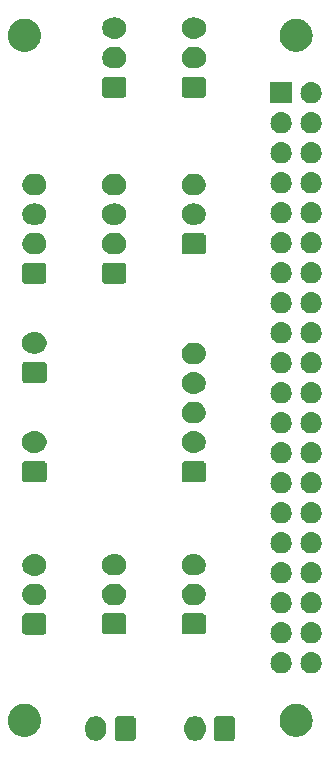
<source format=gbr>
G04 #@! TF.GenerationSoftware,KiCad,Pcbnew,8.0.4*
G04 #@! TF.CreationDate,2025-05-04T21:26:18-04:00*
G04 #@! TF.ProjectId,openduck,6f70656e-6475-4636-9b2e-6b696361645f,rev?*
G04 #@! TF.SameCoordinates,Original*
G04 #@! TF.FileFunction,Soldermask,Top*
G04 #@! TF.FilePolarity,Negative*
%FSLAX46Y46*%
G04 Gerber Fmt 4.6, Leading zero omitted, Abs format (unit mm)*
G04 Created by KiCad (PCBNEW 8.0.4) date 2025-05-04 21:26:18*
%MOMM*%
%LPD*%
G01*
G04 APERTURE LIST*
G04 APERTURE END LIST*
G36*
X205018914Y-89776995D02*
G01*
X205034726Y-89783976D01*
X205042531Y-89785213D01*
X205075039Y-89801776D01*
X205120106Y-89821676D01*
X205198324Y-89899894D01*
X205218226Y-89944967D01*
X205234786Y-89977468D01*
X205236021Y-89985270D01*
X205243005Y-90001086D01*
X205251000Y-90070000D01*
X205251000Y-91570000D01*
X205243005Y-91638914D01*
X205236021Y-91654729D01*
X205234786Y-91662531D01*
X205218229Y-91695024D01*
X205198324Y-91740106D01*
X205120106Y-91818324D01*
X205075024Y-91838229D01*
X205042531Y-91854786D01*
X205034729Y-91856021D01*
X205018914Y-91863005D01*
X204950000Y-91871000D01*
X203750000Y-91871000D01*
X203681086Y-91863005D01*
X203665270Y-91856021D01*
X203657468Y-91854786D01*
X203624967Y-91838226D01*
X203579894Y-91818324D01*
X203501676Y-91740106D01*
X203481776Y-91695039D01*
X203465213Y-91662531D01*
X203463976Y-91654726D01*
X203456995Y-91638914D01*
X203449000Y-91570000D01*
X203449000Y-90070000D01*
X203456995Y-90001086D01*
X203463976Y-89985274D01*
X203465213Y-89977468D01*
X203481780Y-89944953D01*
X203501676Y-89899894D01*
X203579894Y-89821676D01*
X203624953Y-89801780D01*
X203657468Y-89785213D01*
X203665274Y-89783976D01*
X203681086Y-89776995D01*
X203750000Y-89769000D01*
X204950000Y-89769000D01*
X205018914Y-89776995D01*
G37*
G36*
X213418914Y-89776995D02*
G01*
X213434726Y-89783976D01*
X213442531Y-89785213D01*
X213475039Y-89801776D01*
X213520106Y-89821676D01*
X213598324Y-89899894D01*
X213618226Y-89944967D01*
X213634786Y-89977468D01*
X213636021Y-89985270D01*
X213643005Y-90001086D01*
X213651000Y-90070000D01*
X213651000Y-91570000D01*
X213643005Y-91638914D01*
X213636021Y-91654729D01*
X213634786Y-91662531D01*
X213618229Y-91695024D01*
X213598324Y-91740106D01*
X213520106Y-91818324D01*
X213475024Y-91838229D01*
X213442531Y-91854786D01*
X213434729Y-91856021D01*
X213418914Y-91863005D01*
X213350000Y-91871000D01*
X212150000Y-91871000D01*
X212081086Y-91863005D01*
X212065270Y-91856021D01*
X212057468Y-91854786D01*
X212024967Y-91838226D01*
X211979894Y-91818324D01*
X211901676Y-91740106D01*
X211881776Y-91695039D01*
X211865213Y-91662531D01*
X211863976Y-91654726D01*
X211856995Y-91638914D01*
X211849000Y-91570000D01*
X211849000Y-90070000D01*
X211856995Y-90001086D01*
X211863976Y-89985274D01*
X211865213Y-89977468D01*
X211881780Y-89944953D01*
X211901676Y-89899894D01*
X211979894Y-89821676D01*
X212024953Y-89801780D01*
X212057468Y-89785213D01*
X212065274Y-89783976D01*
X212081086Y-89776995D01*
X212150000Y-89769000D01*
X213350000Y-89769000D01*
X213418914Y-89776995D01*
G37*
G36*
X202111546Y-89807797D02*
G01*
X202274728Y-89875389D01*
X202421588Y-89973518D01*
X202546482Y-90098412D01*
X202644611Y-90245272D01*
X202712203Y-90408454D01*
X202746661Y-90581687D01*
X202751000Y-90670000D01*
X202751000Y-90970000D01*
X202746661Y-91058313D01*
X202712203Y-91231546D01*
X202644611Y-91394728D01*
X202546482Y-91541588D01*
X202421588Y-91666482D01*
X202274728Y-91764611D01*
X202111546Y-91832203D01*
X201938313Y-91866661D01*
X201761687Y-91866661D01*
X201588454Y-91832203D01*
X201425272Y-91764611D01*
X201278412Y-91666482D01*
X201153518Y-91541588D01*
X201055389Y-91394728D01*
X200987797Y-91231546D01*
X200953339Y-91058313D01*
X200949000Y-90970000D01*
X200949000Y-90670000D01*
X200953339Y-90581687D01*
X200987797Y-90408454D01*
X201055389Y-90245272D01*
X201153518Y-90098412D01*
X201278412Y-89973518D01*
X201425272Y-89875389D01*
X201588454Y-89807797D01*
X201761687Y-89773339D01*
X201938313Y-89773339D01*
X202111546Y-89807797D01*
G37*
G36*
X210511546Y-89807797D02*
G01*
X210674728Y-89875389D01*
X210821588Y-89973518D01*
X210946482Y-90098412D01*
X211044611Y-90245272D01*
X211112203Y-90408454D01*
X211146661Y-90581687D01*
X211151000Y-90670000D01*
X211151000Y-90970000D01*
X211146661Y-91058313D01*
X211112203Y-91231546D01*
X211044611Y-91394728D01*
X210946482Y-91541588D01*
X210821588Y-91666482D01*
X210674728Y-91764611D01*
X210511546Y-91832203D01*
X210338313Y-91866661D01*
X210161687Y-91866661D01*
X209988454Y-91832203D01*
X209825272Y-91764611D01*
X209678412Y-91666482D01*
X209553518Y-91541588D01*
X209455389Y-91394728D01*
X209387797Y-91231546D01*
X209353339Y-91058313D01*
X209349000Y-90970000D01*
X209349000Y-90670000D01*
X209353339Y-90581687D01*
X209387797Y-90408454D01*
X209455389Y-90245272D01*
X209553518Y-90098412D01*
X209678412Y-89973518D01*
X209825272Y-89875389D01*
X209988454Y-89807797D01*
X210161687Y-89773339D01*
X210338313Y-89773339D01*
X210511546Y-89807797D01*
G37*
G36*
X195865892Y-88723785D02*
G01*
X195925694Y-88723785D01*
X195979079Y-88732693D01*
X196029109Y-88736631D01*
X196089361Y-88751096D01*
X196153925Y-88761870D01*
X196199712Y-88777589D01*
X196242811Y-88787936D01*
X196305549Y-88813923D01*
X196372775Y-88837002D01*
X196410323Y-88857322D01*
X196445865Y-88872044D01*
X196508860Y-88910647D01*
X196576274Y-88947130D01*
X196605445Y-88969835D01*
X196633257Y-88986878D01*
X196694028Y-89038781D01*
X196758871Y-89089251D01*
X196780025Y-89112230D01*
X196800382Y-89129617D01*
X196856280Y-89195065D01*
X196915586Y-89259488D01*
X196929524Y-89280823D01*
X196943121Y-89296742D01*
X196991438Y-89375588D01*
X197042143Y-89453198D01*
X197050065Y-89471259D01*
X197057955Y-89484134D01*
X197095979Y-89575933D01*
X197135090Y-89665096D01*
X197138515Y-89678624D01*
X197142063Y-89687188D01*
X197167219Y-89791974D01*
X197191892Y-89889403D01*
X197192567Y-89897556D01*
X197193368Y-89900890D01*
X197203288Y-90026935D01*
X197211000Y-90120000D01*
X197203287Y-90213072D01*
X197193368Y-90339109D01*
X197192567Y-90342442D01*
X197191892Y-90350597D01*
X197167215Y-90448043D01*
X197142063Y-90552811D01*
X197138516Y-90561372D01*
X197135090Y-90574904D01*
X197095972Y-90664083D01*
X197057955Y-90755865D01*
X197050067Y-90768736D01*
X197042143Y-90786802D01*
X196991428Y-90864426D01*
X196943121Y-90943257D01*
X196929527Y-90959172D01*
X196915586Y-90980512D01*
X196856268Y-91044947D01*
X196800382Y-91110382D01*
X196780029Y-91127764D01*
X196758871Y-91150749D01*
X196694015Y-91201228D01*
X196633257Y-91253121D01*
X196605451Y-91270160D01*
X196576274Y-91292870D01*
X196508846Y-91329359D01*
X196445865Y-91367955D01*
X196410331Y-91382673D01*
X196372775Y-91402998D01*
X196305535Y-91426081D01*
X196242811Y-91452063D01*
X196199722Y-91462407D01*
X196153925Y-91478130D01*
X196089347Y-91488906D01*
X196029109Y-91503368D01*
X195979090Y-91507304D01*
X195925694Y-91516215D01*
X195865879Y-91516215D01*
X195810000Y-91520613D01*
X195754120Y-91516215D01*
X195694306Y-91516215D01*
X195640910Y-91507304D01*
X195590890Y-91503368D01*
X195530648Y-91488905D01*
X195466075Y-91478130D01*
X195420280Y-91462408D01*
X195377188Y-91452063D01*
X195314458Y-91426079D01*
X195247225Y-91402998D01*
X195209672Y-91382675D01*
X195174134Y-91367955D01*
X195111145Y-91329355D01*
X195043726Y-91292870D01*
X195014552Y-91270163D01*
X194986742Y-91253121D01*
X194925973Y-91201219D01*
X194861129Y-91150749D01*
X194839973Y-91127768D01*
X194819617Y-91110382D01*
X194763717Y-91044932D01*
X194704414Y-90980512D01*
X194690475Y-90959177D01*
X194676878Y-90943257D01*
X194628555Y-90864401D01*
X194577857Y-90786802D01*
X194569935Y-90768742D01*
X194562044Y-90755865D01*
X194524009Y-90664042D01*
X194484910Y-90574904D01*
X194481485Y-90561379D01*
X194477936Y-90552811D01*
X194452765Y-90447967D01*
X194428108Y-90350597D01*
X194427432Y-90342448D01*
X194426631Y-90339109D01*
X194416692Y-90212831D01*
X194409000Y-90120000D01*
X194416691Y-90027176D01*
X194426631Y-89900890D01*
X194427432Y-89897549D01*
X194428108Y-89889403D01*
X194452760Y-89792050D01*
X194477936Y-89687188D01*
X194481485Y-89678618D01*
X194484910Y-89665096D01*
X194524002Y-89575973D01*
X194562044Y-89484134D01*
X194569936Y-89471253D01*
X194577857Y-89453198D01*
X194628545Y-89375613D01*
X194676878Y-89296742D01*
X194690478Y-89280818D01*
X194704414Y-89259488D01*
X194763705Y-89195080D01*
X194819617Y-89129617D01*
X194839978Y-89112226D01*
X194861129Y-89089251D01*
X194925960Y-89038790D01*
X194986742Y-88986878D01*
X195014558Y-88969832D01*
X195043726Y-88947130D01*
X195111131Y-88910652D01*
X195174134Y-88872044D01*
X195209679Y-88857320D01*
X195247225Y-88837002D01*
X195314444Y-88813925D01*
X195377188Y-88787936D01*
X195420289Y-88777588D01*
X195466075Y-88761870D01*
X195530635Y-88751096D01*
X195590890Y-88736631D01*
X195640921Y-88732693D01*
X195694306Y-88723785D01*
X195754108Y-88723785D01*
X195810000Y-88719386D01*
X195865892Y-88723785D01*
G37*
G36*
X218865892Y-88723785D02*
G01*
X218925694Y-88723785D01*
X218979079Y-88732693D01*
X219029109Y-88736631D01*
X219089361Y-88751096D01*
X219153925Y-88761870D01*
X219199712Y-88777589D01*
X219242811Y-88787936D01*
X219305549Y-88813923D01*
X219372775Y-88837002D01*
X219410323Y-88857322D01*
X219445865Y-88872044D01*
X219508860Y-88910647D01*
X219576274Y-88947130D01*
X219605445Y-88969835D01*
X219633257Y-88986878D01*
X219694028Y-89038781D01*
X219758871Y-89089251D01*
X219780025Y-89112230D01*
X219800382Y-89129617D01*
X219856280Y-89195065D01*
X219915586Y-89259488D01*
X219929524Y-89280823D01*
X219943121Y-89296742D01*
X219991438Y-89375588D01*
X220042143Y-89453198D01*
X220050065Y-89471259D01*
X220057955Y-89484134D01*
X220095979Y-89575933D01*
X220135090Y-89665096D01*
X220138515Y-89678624D01*
X220142063Y-89687188D01*
X220167219Y-89791974D01*
X220191892Y-89889403D01*
X220192567Y-89897556D01*
X220193368Y-89900890D01*
X220203288Y-90026935D01*
X220211000Y-90120000D01*
X220203287Y-90213072D01*
X220193368Y-90339109D01*
X220192567Y-90342442D01*
X220191892Y-90350597D01*
X220167215Y-90448043D01*
X220142063Y-90552811D01*
X220138516Y-90561372D01*
X220135090Y-90574904D01*
X220095972Y-90664083D01*
X220057955Y-90755865D01*
X220050067Y-90768736D01*
X220042143Y-90786802D01*
X219991428Y-90864426D01*
X219943121Y-90943257D01*
X219929527Y-90959172D01*
X219915586Y-90980512D01*
X219856268Y-91044947D01*
X219800382Y-91110382D01*
X219780029Y-91127764D01*
X219758871Y-91150749D01*
X219694015Y-91201228D01*
X219633257Y-91253121D01*
X219605451Y-91270160D01*
X219576274Y-91292870D01*
X219508846Y-91329359D01*
X219445865Y-91367955D01*
X219410331Y-91382673D01*
X219372775Y-91402998D01*
X219305535Y-91426081D01*
X219242811Y-91452063D01*
X219199722Y-91462407D01*
X219153925Y-91478130D01*
X219089347Y-91488906D01*
X219029109Y-91503368D01*
X218979090Y-91507304D01*
X218925694Y-91516215D01*
X218865879Y-91516215D01*
X218810000Y-91520613D01*
X218754120Y-91516215D01*
X218694306Y-91516215D01*
X218640910Y-91507304D01*
X218590890Y-91503368D01*
X218530648Y-91488905D01*
X218466075Y-91478130D01*
X218420280Y-91462408D01*
X218377188Y-91452063D01*
X218314458Y-91426079D01*
X218247225Y-91402998D01*
X218209672Y-91382675D01*
X218174134Y-91367955D01*
X218111145Y-91329355D01*
X218043726Y-91292870D01*
X218014552Y-91270163D01*
X217986742Y-91253121D01*
X217925973Y-91201219D01*
X217861129Y-91150749D01*
X217839973Y-91127768D01*
X217819617Y-91110382D01*
X217763717Y-91044932D01*
X217704414Y-90980512D01*
X217690475Y-90959177D01*
X217676878Y-90943257D01*
X217628555Y-90864401D01*
X217577857Y-90786802D01*
X217569935Y-90768742D01*
X217562044Y-90755865D01*
X217524009Y-90664042D01*
X217484910Y-90574904D01*
X217481485Y-90561379D01*
X217477936Y-90552811D01*
X217452765Y-90447967D01*
X217428108Y-90350597D01*
X217427432Y-90342448D01*
X217426631Y-90339109D01*
X217416692Y-90212831D01*
X217409000Y-90120000D01*
X217416691Y-90027176D01*
X217426631Y-89900890D01*
X217427432Y-89897549D01*
X217428108Y-89889403D01*
X217452760Y-89792050D01*
X217477936Y-89687188D01*
X217481485Y-89678618D01*
X217484910Y-89665096D01*
X217524002Y-89575973D01*
X217562044Y-89484134D01*
X217569936Y-89471253D01*
X217577857Y-89453198D01*
X217628545Y-89375613D01*
X217676878Y-89296742D01*
X217690478Y-89280818D01*
X217704414Y-89259488D01*
X217763705Y-89195080D01*
X217819617Y-89129617D01*
X217839978Y-89112226D01*
X217861129Y-89089251D01*
X217925960Y-89038790D01*
X217986742Y-88986878D01*
X218014558Y-88969832D01*
X218043726Y-88947130D01*
X218111131Y-88910652D01*
X218174134Y-88872044D01*
X218209679Y-88857320D01*
X218247225Y-88837002D01*
X218314444Y-88813925D01*
X218377188Y-88787936D01*
X218420289Y-88777588D01*
X218466075Y-88761870D01*
X218530635Y-88751096D01*
X218590890Y-88736631D01*
X218640921Y-88732693D01*
X218694306Y-88723785D01*
X218754108Y-88723785D01*
X218810000Y-88719386D01*
X218865892Y-88723785D01*
G37*
G36*
X217583983Y-84353936D02*
G01*
X217634180Y-84353936D01*
X217677524Y-84363149D01*
X217715659Y-84366905D01*
X217763566Y-84381437D01*
X217818424Y-84393098D01*
X217853530Y-84408728D01*
X217884566Y-84418143D01*
X217933884Y-84444504D01*
X217990500Y-84469711D01*
X218016822Y-84488835D01*
X218040232Y-84501348D01*
X218087988Y-84540540D01*
X218142887Y-84580427D01*
X218160711Y-84600223D01*
X218176675Y-84613324D01*
X218219572Y-84665594D01*
X218268924Y-84720405D01*
X218279292Y-84738363D01*
X218288651Y-84749767D01*
X218323273Y-84814542D01*
X218363104Y-84883530D01*
X218367685Y-84897630D01*
X218371856Y-84905433D01*
X218394852Y-84981242D01*
X218421311Y-85062672D01*
X218422242Y-85071532D01*
X218423094Y-85074340D01*
X218431384Y-85158513D01*
X218441000Y-85250000D01*
X218431383Y-85341494D01*
X218423094Y-85425659D01*
X218422242Y-85428466D01*
X218421311Y-85437328D01*
X218394848Y-85518771D01*
X218371856Y-85594566D01*
X218367686Y-85602366D01*
X218363104Y-85616470D01*
X218323266Y-85685470D01*
X218288651Y-85750232D01*
X218279294Y-85761633D01*
X218268924Y-85779595D01*
X218219563Y-85834415D01*
X218176675Y-85886675D01*
X218160714Y-85899773D01*
X218142887Y-85919573D01*
X218087977Y-85959467D01*
X218040232Y-85998651D01*
X218016827Y-86011161D01*
X217990500Y-86030289D01*
X217933873Y-86055500D01*
X217884566Y-86081856D01*
X217853537Y-86091268D01*
X217818424Y-86106902D01*
X217763555Y-86118564D01*
X217715659Y-86133094D01*
X217677532Y-86136849D01*
X217634180Y-86146064D01*
X217583973Y-86146064D01*
X217540000Y-86150395D01*
X217496027Y-86146064D01*
X217445820Y-86146064D01*
X217402467Y-86136849D01*
X217364340Y-86133094D01*
X217316441Y-86118563D01*
X217261576Y-86106902D01*
X217226464Y-86091269D01*
X217195433Y-86081856D01*
X217146120Y-86055498D01*
X217089500Y-86030289D01*
X217063175Y-86011163D01*
X217039767Y-85998651D01*
X216992013Y-85959460D01*
X216937113Y-85919573D01*
X216919287Y-85899776D01*
X216903324Y-85886675D01*
X216860425Y-85834402D01*
X216811076Y-85779595D01*
X216800708Y-85761637D01*
X216791348Y-85750232D01*
X216756719Y-85685447D01*
X216716896Y-85616470D01*
X216712315Y-85602371D01*
X216708143Y-85594566D01*
X216685136Y-85518725D01*
X216658689Y-85437328D01*
X216657758Y-85428471D01*
X216656905Y-85425659D01*
X216648600Y-85341342D01*
X216639000Y-85250000D01*
X216648599Y-85158664D01*
X216656905Y-85074340D01*
X216657758Y-85071527D01*
X216658689Y-85062672D01*
X216685132Y-84981288D01*
X216708143Y-84905433D01*
X216712315Y-84897626D01*
X216716896Y-84883530D01*
X216756712Y-84814565D01*
X216791348Y-84749767D01*
X216800710Y-84738359D01*
X216811076Y-84720405D01*
X216860416Y-84665607D01*
X216903324Y-84613324D01*
X216919291Y-84600219D01*
X216937113Y-84580427D01*
X216992002Y-84540546D01*
X217039767Y-84501348D01*
X217063180Y-84488833D01*
X217089500Y-84469711D01*
X217146109Y-84444506D01*
X217195433Y-84418143D01*
X217226471Y-84408727D01*
X217261576Y-84393098D01*
X217316430Y-84381438D01*
X217364340Y-84366905D01*
X217402476Y-84363148D01*
X217445820Y-84353936D01*
X217496016Y-84353936D01*
X217540000Y-84349604D01*
X217583983Y-84353936D01*
G37*
G36*
X220123983Y-84353936D02*
G01*
X220174180Y-84353936D01*
X220217524Y-84363149D01*
X220255659Y-84366905D01*
X220303566Y-84381437D01*
X220358424Y-84393098D01*
X220393530Y-84408728D01*
X220424566Y-84418143D01*
X220473884Y-84444504D01*
X220530500Y-84469711D01*
X220556822Y-84488835D01*
X220580232Y-84501348D01*
X220627988Y-84540540D01*
X220682887Y-84580427D01*
X220700711Y-84600223D01*
X220716675Y-84613324D01*
X220759572Y-84665594D01*
X220808924Y-84720405D01*
X220819292Y-84738363D01*
X220828651Y-84749767D01*
X220863273Y-84814542D01*
X220903104Y-84883530D01*
X220907685Y-84897630D01*
X220911856Y-84905433D01*
X220934852Y-84981242D01*
X220961311Y-85062672D01*
X220962242Y-85071532D01*
X220963094Y-85074340D01*
X220971384Y-85158513D01*
X220981000Y-85250000D01*
X220971383Y-85341494D01*
X220963094Y-85425659D01*
X220962242Y-85428466D01*
X220961311Y-85437328D01*
X220934848Y-85518771D01*
X220911856Y-85594566D01*
X220907686Y-85602366D01*
X220903104Y-85616470D01*
X220863266Y-85685470D01*
X220828651Y-85750232D01*
X220819294Y-85761633D01*
X220808924Y-85779595D01*
X220759563Y-85834415D01*
X220716675Y-85886675D01*
X220700714Y-85899773D01*
X220682887Y-85919573D01*
X220627977Y-85959467D01*
X220580232Y-85998651D01*
X220556827Y-86011161D01*
X220530500Y-86030289D01*
X220473873Y-86055500D01*
X220424566Y-86081856D01*
X220393537Y-86091268D01*
X220358424Y-86106902D01*
X220303555Y-86118564D01*
X220255659Y-86133094D01*
X220217532Y-86136849D01*
X220174180Y-86146064D01*
X220123973Y-86146064D01*
X220080000Y-86150395D01*
X220036027Y-86146064D01*
X219985820Y-86146064D01*
X219942467Y-86136849D01*
X219904340Y-86133094D01*
X219856441Y-86118563D01*
X219801576Y-86106902D01*
X219766464Y-86091269D01*
X219735433Y-86081856D01*
X219686120Y-86055498D01*
X219629500Y-86030289D01*
X219603175Y-86011163D01*
X219579767Y-85998651D01*
X219532013Y-85959460D01*
X219477113Y-85919573D01*
X219459287Y-85899776D01*
X219443324Y-85886675D01*
X219400425Y-85834402D01*
X219351076Y-85779595D01*
X219340708Y-85761637D01*
X219331348Y-85750232D01*
X219296719Y-85685447D01*
X219256896Y-85616470D01*
X219252315Y-85602371D01*
X219248143Y-85594566D01*
X219225136Y-85518725D01*
X219198689Y-85437328D01*
X219197758Y-85428471D01*
X219196905Y-85425659D01*
X219188600Y-85341342D01*
X219179000Y-85250000D01*
X219188599Y-85158664D01*
X219196905Y-85074340D01*
X219197758Y-85071527D01*
X219198689Y-85062672D01*
X219225132Y-84981288D01*
X219248143Y-84905433D01*
X219252315Y-84897626D01*
X219256896Y-84883530D01*
X219296712Y-84814565D01*
X219331348Y-84749767D01*
X219340710Y-84738359D01*
X219351076Y-84720405D01*
X219400416Y-84665607D01*
X219443324Y-84613324D01*
X219459291Y-84600219D01*
X219477113Y-84580427D01*
X219532002Y-84540546D01*
X219579767Y-84501348D01*
X219603180Y-84488833D01*
X219629500Y-84469711D01*
X219686109Y-84444506D01*
X219735433Y-84418143D01*
X219766471Y-84408727D01*
X219801576Y-84393098D01*
X219856430Y-84381438D01*
X219904340Y-84366905D01*
X219942476Y-84363148D01*
X219985820Y-84353936D01*
X220036016Y-84353936D01*
X220080000Y-84349604D01*
X220123983Y-84353936D01*
G37*
G36*
X217583983Y-81813936D02*
G01*
X217634180Y-81813936D01*
X217677524Y-81823149D01*
X217715659Y-81826905D01*
X217763566Y-81841437D01*
X217818424Y-81853098D01*
X217853530Y-81868728D01*
X217884566Y-81878143D01*
X217933884Y-81904504D01*
X217990500Y-81929711D01*
X218016822Y-81948835D01*
X218040232Y-81961348D01*
X218087988Y-82000540D01*
X218142887Y-82040427D01*
X218160711Y-82060223D01*
X218176675Y-82073324D01*
X218219572Y-82125594D01*
X218268924Y-82180405D01*
X218279292Y-82198363D01*
X218288651Y-82209767D01*
X218323273Y-82274542D01*
X218363104Y-82343530D01*
X218367685Y-82357630D01*
X218371856Y-82365433D01*
X218394852Y-82441242D01*
X218421311Y-82522672D01*
X218422242Y-82531532D01*
X218423094Y-82534340D01*
X218431384Y-82618513D01*
X218441000Y-82710000D01*
X218431383Y-82801494D01*
X218423094Y-82885659D01*
X218422242Y-82888466D01*
X218421311Y-82897328D01*
X218394848Y-82978771D01*
X218371856Y-83054566D01*
X218367686Y-83062366D01*
X218363104Y-83076470D01*
X218323266Y-83145470D01*
X218288651Y-83210232D01*
X218279294Y-83221633D01*
X218268924Y-83239595D01*
X218219563Y-83294415D01*
X218176675Y-83346675D01*
X218160714Y-83359773D01*
X218142887Y-83379573D01*
X218087977Y-83419467D01*
X218040232Y-83458651D01*
X218016827Y-83471161D01*
X217990500Y-83490289D01*
X217933873Y-83515500D01*
X217884566Y-83541856D01*
X217853537Y-83551268D01*
X217818424Y-83566902D01*
X217763555Y-83578564D01*
X217715659Y-83593094D01*
X217677532Y-83596849D01*
X217634180Y-83606064D01*
X217583973Y-83606064D01*
X217540000Y-83610395D01*
X217496027Y-83606064D01*
X217445820Y-83606064D01*
X217402467Y-83596849D01*
X217364340Y-83593094D01*
X217316441Y-83578563D01*
X217261576Y-83566902D01*
X217226464Y-83551269D01*
X217195433Y-83541856D01*
X217146120Y-83515498D01*
X217089500Y-83490289D01*
X217063175Y-83471163D01*
X217039767Y-83458651D01*
X216992013Y-83419460D01*
X216937113Y-83379573D01*
X216919287Y-83359776D01*
X216903324Y-83346675D01*
X216860425Y-83294402D01*
X216811076Y-83239595D01*
X216800708Y-83221637D01*
X216791348Y-83210232D01*
X216756719Y-83145447D01*
X216716896Y-83076470D01*
X216712315Y-83062371D01*
X216708143Y-83054566D01*
X216685136Y-82978725D01*
X216658689Y-82897328D01*
X216657758Y-82888471D01*
X216656905Y-82885659D01*
X216648600Y-82801342D01*
X216639000Y-82710000D01*
X216648599Y-82618664D01*
X216656905Y-82534340D01*
X216657758Y-82531527D01*
X216658689Y-82522672D01*
X216685132Y-82441288D01*
X216708143Y-82365433D01*
X216712315Y-82357626D01*
X216716896Y-82343530D01*
X216756712Y-82274565D01*
X216791348Y-82209767D01*
X216800710Y-82198359D01*
X216811076Y-82180405D01*
X216860416Y-82125607D01*
X216903324Y-82073324D01*
X216919291Y-82060219D01*
X216937113Y-82040427D01*
X216992002Y-82000546D01*
X217039767Y-81961348D01*
X217063180Y-81948833D01*
X217089500Y-81929711D01*
X217146109Y-81904506D01*
X217195433Y-81878143D01*
X217226471Y-81868727D01*
X217261576Y-81853098D01*
X217316430Y-81841438D01*
X217364340Y-81826905D01*
X217402476Y-81823148D01*
X217445820Y-81813936D01*
X217496016Y-81813936D01*
X217540000Y-81809604D01*
X217583983Y-81813936D01*
G37*
G36*
X220123983Y-81813936D02*
G01*
X220174180Y-81813936D01*
X220217524Y-81823149D01*
X220255659Y-81826905D01*
X220303566Y-81841437D01*
X220358424Y-81853098D01*
X220393530Y-81868728D01*
X220424566Y-81878143D01*
X220473884Y-81904504D01*
X220530500Y-81929711D01*
X220556822Y-81948835D01*
X220580232Y-81961348D01*
X220627988Y-82000540D01*
X220682887Y-82040427D01*
X220700711Y-82060223D01*
X220716675Y-82073324D01*
X220759572Y-82125594D01*
X220808924Y-82180405D01*
X220819292Y-82198363D01*
X220828651Y-82209767D01*
X220863273Y-82274542D01*
X220903104Y-82343530D01*
X220907685Y-82357630D01*
X220911856Y-82365433D01*
X220934852Y-82441242D01*
X220961311Y-82522672D01*
X220962242Y-82531532D01*
X220963094Y-82534340D01*
X220971384Y-82618513D01*
X220981000Y-82710000D01*
X220971383Y-82801494D01*
X220963094Y-82885659D01*
X220962242Y-82888466D01*
X220961311Y-82897328D01*
X220934848Y-82978771D01*
X220911856Y-83054566D01*
X220907686Y-83062366D01*
X220903104Y-83076470D01*
X220863266Y-83145470D01*
X220828651Y-83210232D01*
X220819294Y-83221633D01*
X220808924Y-83239595D01*
X220759563Y-83294415D01*
X220716675Y-83346675D01*
X220700714Y-83359773D01*
X220682887Y-83379573D01*
X220627977Y-83419467D01*
X220580232Y-83458651D01*
X220556827Y-83471161D01*
X220530500Y-83490289D01*
X220473873Y-83515500D01*
X220424566Y-83541856D01*
X220393537Y-83551268D01*
X220358424Y-83566902D01*
X220303555Y-83578564D01*
X220255659Y-83593094D01*
X220217532Y-83596849D01*
X220174180Y-83606064D01*
X220123973Y-83606064D01*
X220080000Y-83610395D01*
X220036027Y-83606064D01*
X219985820Y-83606064D01*
X219942467Y-83596849D01*
X219904340Y-83593094D01*
X219856441Y-83578563D01*
X219801576Y-83566902D01*
X219766464Y-83551269D01*
X219735433Y-83541856D01*
X219686120Y-83515498D01*
X219629500Y-83490289D01*
X219603175Y-83471163D01*
X219579767Y-83458651D01*
X219532013Y-83419460D01*
X219477113Y-83379573D01*
X219459287Y-83359776D01*
X219443324Y-83346675D01*
X219400425Y-83294402D01*
X219351076Y-83239595D01*
X219340708Y-83221637D01*
X219331348Y-83210232D01*
X219296719Y-83145447D01*
X219256896Y-83076470D01*
X219252315Y-83062371D01*
X219248143Y-83054566D01*
X219225136Y-82978725D01*
X219198689Y-82897328D01*
X219197758Y-82888471D01*
X219196905Y-82885659D01*
X219188600Y-82801342D01*
X219179000Y-82710000D01*
X219188599Y-82618664D01*
X219196905Y-82534340D01*
X219197758Y-82531527D01*
X219198689Y-82522672D01*
X219225132Y-82441288D01*
X219248143Y-82365433D01*
X219252315Y-82357626D01*
X219256896Y-82343530D01*
X219296712Y-82274565D01*
X219331348Y-82209767D01*
X219340710Y-82198359D01*
X219351076Y-82180405D01*
X219400416Y-82125607D01*
X219443324Y-82073324D01*
X219459291Y-82060219D01*
X219477113Y-82040427D01*
X219532002Y-82000546D01*
X219579767Y-81961348D01*
X219603180Y-81948833D01*
X219629500Y-81929711D01*
X219686109Y-81904506D01*
X219735433Y-81878143D01*
X219766471Y-81868727D01*
X219801576Y-81853098D01*
X219856430Y-81841438D01*
X219904340Y-81826905D01*
X219942476Y-81823148D01*
X219985820Y-81813936D01*
X220036016Y-81813936D01*
X220080000Y-81809604D01*
X220123983Y-81813936D01*
G37*
G36*
X197443914Y-81076995D02*
G01*
X197459726Y-81083976D01*
X197467531Y-81085213D01*
X197500039Y-81101776D01*
X197545106Y-81121676D01*
X197623324Y-81199894D01*
X197643226Y-81244967D01*
X197659786Y-81277468D01*
X197661021Y-81285270D01*
X197668005Y-81301086D01*
X197676000Y-81370000D01*
X197676000Y-82570000D01*
X197668005Y-82638914D01*
X197661021Y-82654729D01*
X197659786Y-82662531D01*
X197643229Y-82695024D01*
X197623324Y-82740106D01*
X197545106Y-82818324D01*
X197500024Y-82838229D01*
X197467531Y-82854786D01*
X197459729Y-82856021D01*
X197443914Y-82863005D01*
X197375000Y-82871000D01*
X195925000Y-82871000D01*
X195856086Y-82863005D01*
X195840270Y-82856021D01*
X195832468Y-82854786D01*
X195799967Y-82838226D01*
X195754894Y-82818324D01*
X195676676Y-82740106D01*
X195656776Y-82695039D01*
X195640213Y-82662531D01*
X195638976Y-82654726D01*
X195631995Y-82638914D01*
X195624000Y-82570000D01*
X195624000Y-81370000D01*
X195631995Y-81301086D01*
X195638976Y-81285274D01*
X195640213Y-81277468D01*
X195656780Y-81244953D01*
X195676676Y-81199894D01*
X195754894Y-81121676D01*
X195799953Y-81101780D01*
X195832468Y-81085213D01*
X195840274Y-81083976D01*
X195856086Y-81076995D01*
X195925000Y-81069000D01*
X197375000Y-81069000D01*
X197443914Y-81076995D01*
G37*
G36*
X204193914Y-81066995D02*
G01*
X204209726Y-81073976D01*
X204217531Y-81075213D01*
X204250039Y-81091776D01*
X204295106Y-81111676D01*
X204373324Y-81189894D01*
X204393226Y-81234967D01*
X204409786Y-81267468D01*
X204411021Y-81275270D01*
X204418005Y-81291086D01*
X204426000Y-81360000D01*
X204426000Y-82560000D01*
X204418005Y-82628914D01*
X204411021Y-82644729D01*
X204409786Y-82652531D01*
X204393229Y-82685024D01*
X204373324Y-82730106D01*
X204295106Y-82808324D01*
X204250024Y-82828229D01*
X204217531Y-82844786D01*
X204209729Y-82846021D01*
X204193914Y-82853005D01*
X204125000Y-82861000D01*
X202675000Y-82861000D01*
X202606086Y-82853005D01*
X202590270Y-82846021D01*
X202582468Y-82844786D01*
X202549967Y-82828226D01*
X202504894Y-82808324D01*
X202426676Y-82730106D01*
X202406776Y-82685039D01*
X202390213Y-82652531D01*
X202388976Y-82644726D01*
X202381995Y-82628914D01*
X202374000Y-82560000D01*
X202374000Y-81360000D01*
X202381995Y-81291086D01*
X202388976Y-81275274D01*
X202390213Y-81267468D01*
X202406780Y-81234953D01*
X202426676Y-81189894D01*
X202504894Y-81111676D01*
X202549953Y-81091780D01*
X202582468Y-81075213D01*
X202590274Y-81073976D01*
X202606086Y-81066995D01*
X202675000Y-81059000D01*
X204125000Y-81059000D01*
X204193914Y-81066995D01*
G37*
G36*
X210943914Y-81066995D02*
G01*
X210959726Y-81073976D01*
X210967531Y-81075213D01*
X211000039Y-81091776D01*
X211045106Y-81111676D01*
X211123324Y-81189894D01*
X211143226Y-81234967D01*
X211159786Y-81267468D01*
X211161021Y-81275270D01*
X211168005Y-81291086D01*
X211176000Y-81360000D01*
X211176000Y-82560000D01*
X211168005Y-82628914D01*
X211161021Y-82644729D01*
X211159786Y-82652531D01*
X211143229Y-82685024D01*
X211123324Y-82730106D01*
X211045106Y-82808324D01*
X211000024Y-82828229D01*
X210967531Y-82844786D01*
X210959729Y-82846021D01*
X210943914Y-82853005D01*
X210875000Y-82861000D01*
X209425000Y-82861000D01*
X209356086Y-82853005D01*
X209340270Y-82846021D01*
X209332468Y-82844786D01*
X209299967Y-82828226D01*
X209254894Y-82808324D01*
X209176676Y-82730106D01*
X209156776Y-82685039D01*
X209140213Y-82652531D01*
X209138976Y-82644726D01*
X209131995Y-82628914D01*
X209124000Y-82560000D01*
X209124000Y-81360000D01*
X209131995Y-81291086D01*
X209138976Y-81275274D01*
X209140213Y-81267468D01*
X209156780Y-81234953D01*
X209176676Y-81189894D01*
X209254894Y-81111676D01*
X209299953Y-81091780D01*
X209332468Y-81075213D01*
X209340274Y-81073976D01*
X209356086Y-81066995D01*
X209425000Y-81059000D01*
X210875000Y-81059000D01*
X210943914Y-81066995D01*
G37*
G36*
X217583983Y-79273936D02*
G01*
X217634180Y-79273936D01*
X217677524Y-79283149D01*
X217715659Y-79286905D01*
X217763566Y-79301437D01*
X217818424Y-79313098D01*
X217853530Y-79328728D01*
X217884566Y-79338143D01*
X217933884Y-79364504D01*
X217990500Y-79389711D01*
X218016822Y-79408835D01*
X218040232Y-79421348D01*
X218087988Y-79460540D01*
X218142887Y-79500427D01*
X218160711Y-79520223D01*
X218176675Y-79533324D01*
X218219572Y-79585594D01*
X218268924Y-79640405D01*
X218279292Y-79658363D01*
X218288651Y-79669767D01*
X218323273Y-79734542D01*
X218363104Y-79803530D01*
X218367685Y-79817630D01*
X218371856Y-79825433D01*
X218394852Y-79901242D01*
X218421311Y-79982672D01*
X218422242Y-79991532D01*
X218423094Y-79994340D01*
X218431384Y-80078513D01*
X218441000Y-80170000D01*
X218431383Y-80261494D01*
X218423094Y-80345659D01*
X218422242Y-80348466D01*
X218421311Y-80357328D01*
X218394848Y-80438771D01*
X218371856Y-80514566D01*
X218367686Y-80522366D01*
X218363104Y-80536470D01*
X218323266Y-80605470D01*
X218288651Y-80670232D01*
X218279294Y-80681633D01*
X218268924Y-80699595D01*
X218219563Y-80754415D01*
X218176675Y-80806675D01*
X218160714Y-80819773D01*
X218142887Y-80839573D01*
X218087977Y-80879467D01*
X218040232Y-80918651D01*
X218016827Y-80931161D01*
X217990500Y-80950289D01*
X217933873Y-80975500D01*
X217884566Y-81001856D01*
X217853537Y-81011268D01*
X217818424Y-81026902D01*
X217763555Y-81038564D01*
X217715659Y-81053094D01*
X217677532Y-81056849D01*
X217634180Y-81066064D01*
X217583973Y-81066064D01*
X217540000Y-81070395D01*
X217496027Y-81066064D01*
X217445820Y-81066064D01*
X217402467Y-81056849D01*
X217364340Y-81053094D01*
X217316441Y-81038563D01*
X217261576Y-81026902D01*
X217226464Y-81011269D01*
X217195433Y-81001856D01*
X217146120Y-80975498D01*
X217089500Y-80950289D01*
X217063175Y-80931163D01*
X217039767Y-80918651D01*
X216992013Y-80879460D01*
X216937113Y-80839573D01*
X216919287Y-80819776D01*
X216903324Y-80806675D01*
X216860425Y-80754402D01*
X216811076Y-80699595D01*
X216800708Y-80681637D01*
X216791348Y-80670232D01*
X216756719Y-80605447D01*
X216716896Y-80536470D01*
X216712315Y-80522371D01*
X216708143Y-80514566D01*
X216685136Y-80438725D01*
X216658689Y-80357328D01*
X216657758Y-80348471D01*
X216656905Y-80345659D01*
X216648600Y-80261342D01*
X216639000Y-80170000D01*
X216648599Y-80078664D01*
X216656905Y-79994340D01*
X216657758Y-79991527D01*
X216658689Y-79982672D01*
X216685132Y-79901288D01*
X216708143Y-79825433D01*
X216712315Y-79817626D01*
X216716896Y-79803530D01*
X216756712Y-79734565D01*
X216791348Y-79669767D01*
X216800710Y-79658359D01*
X216811076Y-79640405D01*
X216860416Y-79585607D01*
X216903324Y-79533324D01*
X216919291Y-79520219D01*
X216937113Y-79500427D01*
X216992002Y-79460546D01*
X217039767Y-79421348D01*
X217063180Y-79408833D01*
X217089500Y-79389711D01*
X217146109Y-79364506D01*
X217195433Y-79338143D01*
X217226471Y-79328727D01*
X217261576Y-79313098D01*
X217316430Y-79301438D01*
X217364340Y-79286905D01*
X217402476Y-79283148D01*
X217445820Y-79273936D01*
X217496016Y-79273936D01*
X217540000Y-79269604D01*
X217583983Y-79273936D01*
G37*
G36*
X220123983Y-79273936D02*
G01*
X220174180Y-79273936D01*
X220217524Y-79283149D01*
X220255659Y-79286905D01*
X220303566Y-79301437D01*
X220358424Y-79313098D01*
X220393530Y-79328728D01*
X220424566Y-79338143D01*
X220473884Y-79364504D01*
X220530500Y-79389711D01*
X220556822Y-79408835D01*
X220580232Y-79421348D01*
X220627988Y-79460540D01*
X220682887Y-79500427D01*
X220700711Y-79520223D01*
X220716675Y-79533324D01*
X220759572Y-79585594D01*
X220808924Y-79640405D01*
X220819292Y-79658363D01*
X220828651Y-79669767D01*
X220863273Y-79734542D01*
X220903104Y-79803530D01*
X220907685Y-79817630D01*
X220911856Y-79825433D01*
X220934852Y-79901242D01*
X220961311Y-79982672D01*
X220962242Y-79991532D01*
X220963094Y-79994340D01*
X220971384Y-80078513D01*
X220981000Y-80170000D01*
X220971383Y-80261494D01*
X220963094Y-80345659D01*
X220962242Y-80348466D01*
X220961311Y-80357328D01*
X220934848Y-80438771D01*
X220911856Y-80514566D01*
X220907686Y-80522366D01*
X220903104Y-80536470D01*
X220863266Y-80605470D01*
X220828651Y-80670232D01*
X220819294Y-80681633D01*
X220808924Y-80699595D01*
X220759563Y-80754415D01*
X220716675Y-80806675D01*
X220700714Y-80819773D01*
X220682887Y-80839573D01*
X220627977Y-80879467D01*
X220580232Y-80918651D01*
X220556827Y-80931161D01*
X220530500Y-80950289D01*
X220473873Y-80975500D01*
X220424566Y-81001856D01*
X220393537Y-81011268D01*
X220358424Y-81026902D01*
X220303555Y-81038564D01*
X220255659Y-81053094D01*
X220217532Y-81056849D01*
X220174180Y-81066064D01*
X220123973Y-81066064D01*
X220080000Y-81070395D01*
X220036027Y-81066064D01*
X219985820Y-81066064D01*
X219942467Y-81056849D01*
X219904340Y-81053094D01*
X219856441Y-81038563D01*
X219801576Y-81026902D01*
X219766464Y-81011269D01*
X219735433Y-81001856D01*
X219686120Y-80975498D01*
X219629500Y-80950289D01*
X219603175Y-80931163D01*
X219579767Y-80918651D01*
X219532013Y-80879460D01*
X219477113Y-80839573D01*
X219459287Y-80819776D01*
X219443324Y-80806675D01*
X219400425Y-80754402D01*
X219351076Y-80699595D01*
X219340708Y-80681637D01*
X219331348Y-80670232D01*
X219296719Y-80605447D01*
X219256896Y-80536470D01*
X219252315Y-80522371D01*
X219248143Y-80514566D01*
X219225136Y-80438725D01*
X219198689Y-80357328D01*
X219197758Y-80348471D01*
X219196905Y-80345659D01*
X219188600Y-80261342D01*
X219179000Y-80170000D01*
X219188599Y-80078664D01*
X219196905Y-79994340D01*
X219197758Y-79991527D01*
X219198689Y-79982672D01*
X219225132Y-79901288D01*
X219248143Y-79825433D01*
X219252315Y-79817626D01*
X219256896Y-79803530D01*
X219296712Y-79734565D01*
X219331348Y-79669767D01*
X219340710Y-79658359D01*
X219351076Y-79640405D01*
X219400416Y-79585607D01*
X219443324Y-79533324D01*
X219459291Y-79520219D01*
X219477113Y-79500427D01*
X219532002Y-79460546D01*
X219579767Y-79421348D01*
X219603180Y-79408833D01*
X219629500Y-79389711D01*
X219686109Y-79364506D01*
X219735433Y-79338143D01*
X219766471Y-79328727D01*
X219801576Y-79313098D01*
X219856430Y-79301438D01*
X219904340Y-79286905D01*
X219942476Y-79283148D01*
X219985820Y-79273936D01*
X220036016Y-79273936D01*
X220080000Y-79269604D01*
X220123983Y-79273936D01*
G37*
G36*
X196863313Y-78573339D02*
G01*
X197036546Y-78607797D01*
X197199728Y-78675389D01*
X197346588Y-78773518D01*
X197471482Y-78898412D01*
X197569611Y-79045272D01*
X197637203Y-79208454D01*
X197671661Y-79381687D01*
X197671661Y-79558313D01*
X197637203Y-79731546D01*
X197569611Y-79894728D01*
X197471482Y-80041588D01*
X197346588Y-80166482D01*
X197199728Y-80264611D01*
X197036546Y-80332203D01*
X196863313Y-80366661D01*
X196775000Y-80371000D01*
X196771941Y-80371000D01*
X196528059Y-80371000D01*
X196525000Y-80371000D01*
X196436687Y-80366661D01*
X196263454Y-80332203D01*
X196100272Y-80264611D01*
X195953412Y-80166482D01*
X195828518Y-80041588D01*
X195730389Y-79894728D01*
X195662797Y-79731546D01*
X195628339Y-79558313D01*
X195628339Y-79381687D01*
X195662797Y-79208454D01*
X195730389Y-79045272D01*
X195828518Y-78898412D01*
X195953412Y-78773518D01*
X196100272Y-78675389D01*
X196263454Y-78607797D01*
X196436687Y-78573339D01*
X196525000Y-78569000D01*
X196775000Y-78569000D01*
X196863313Y-78573339D01*
G37*
G36*
X203613313Y-78563339D02*
G01*
X203786546Y-78597797D01*
X203949728Y-78665389D01*
X204096588Y-78763518D01*
X204221482Y-78888412D01*
X204319611Y-79035272D01*
X204387203Y-79198454D01*
X204421661Y-79371687D01*
X204421661Y-79548313D01*
X204387203Y-79721546D01*
X204319611Y-79884728D01*
X204221482Y-80031588D01*
X204096588Y-80156482D01*
X203949728Y-80254611D01*
X203786546Y-80322203D01*
X203613313Y-80356661D01*
X203525000Y-80361000D01*
X203521941Y-80361000D01*
X203278059Y-80361000D01*
X203275000Y-80361000D01*
X203186687Y-80356661D01*
X203013454Y-80322203D01*
X202850272Y-80254611D01*
X202703412Y-80156482D01*
X202578518Y-80031588D01*
X202480389Y-79884728D01*
X202412797Y-79721546D01*
X202378339Y-79548313D01*
X202378339Y-79371687D01*
X202412797Y-79198454D01*
X202480389Y-79035272D01*
X202578518Y-78888412D01*
X202703412Y-78763518D01*
X202850272Y-78665389D01*
X203013454Y-78597797D01*
X203186687Y-78563339D01*
X203275000Y-78559000D01*
X203525000Y-78559000D01*
X203613313Y-78563339D01*
G37*
G36*
X210363313Y-78563339D02*
G01*
X210536546Y-78597797D01*
X210699728Y-78665389D01*
X210846588Y-78763518D01*
X210971482Y-78888412D01*
X211069611Y-79035272D01*
X211137203Y-79198454D01*
X211171661Y-79371687D01*
X211171661Y-79548313D01*
X211137203Y-79721546D01*
X211069611Y-79884728D01*
X210971482Y-80031588D01*
X210846588Y-80156482D01*
X210699728Y-80254611D01*
X210536546Y-80322203D01*
X210363313Y-80356661D01*
X210275000Y-80361000D01*
X210271941Y-80361000D01*
X210028059Y-80361000D01*
X210025000Y-80361000D01*
X209936687Y-80356661D01*
X209763454Y-80322203D01*
X209600272Y-80254611D01*
X209453412Y-80156482D01*
X209328518Y-80031588D01*
X209230389Y-79884728D01*
X209162797Y-79721546D01*
X209128339Y-79548313D01*
X209128339Y-79371687D01*
X209162797Y-79198454D01*
X209230389Y-79035272D01*
X209328518Y-78888412D01*
X209453412Y-78763518D01*
X209600272Y-78665389D01*
X209763454Y-78597797D01*
X209936687Y-78563339D01*
X210025000Y-78559000D01*
X210275000Y-78559000D01*
X210363313Y-78563339D01*
G37*
G36*
X217583983Y-76733936D02*
G01*
X217634180Y-76733936D01*
X217677524Y-76743149D01*
X217715659Y-76746905D01*
X217763566Y-76761437D01*
X217818424Y-76773098D01*
X217853530Y-76788728D01*
X217884566Y-76798143D01*
X217933884Y-76824504D01*
X217990500Y-76849711D01*
X218016822Y-76868835D01*
X218040232Y-76881348D01*
X218087988Y-76920540D01*
X218142887Y-76960427D01*
X218160711Y-76980223D01*
X218176675Y-76993324D01*
X218219572Y-77045594D01*
X218268924Y-77100405D01*
X218279292Y-77118363D01*
X218288651Y-77129767D01*
X218323273Y-77194542D01*
X218363104Y-77263530D01*
X218367685Y-77277630D01*
X218371856Y-77285433D01*
X218394852Y-77361242D01*
X218421311Y-77442672D01*
X218422242Y-77451532D01*
X218423094Y-77454340D01*
X218431384Y-77538513D01*
X218441000Y-77630000D01*
X218431383Y-77721494D01*
X218423094Y-77805659D01*
X218422242Y-77808466D01*
X218421311Y-77817328D01*
X218394848Y-77898771D01*
X218371856Y-77974566D01*
X218367686Y-77982366D01*
X218363104Y-77996470D01*
X218323266Y-78065470D01*
X218288651Y-78130232D01*
X218279294Y-78141633D01*
X218268924Y-78159595D01*
X218219563Y-78214415D01*
X218176675Y-78266675D01*
X218160714Y-78279773D01*
X218142887Y-78299573D01*
X218087977Y-78339467D01*
X218040232Y-78378651D01*
X218016827Y-78391161D01*
X217990500Y-78410289D01*
X217933873Y-78435500D01*
X217884566Y-78461856D01*
X217853537Y-78471268D01*
X217818424Y-78486902D01*
X217763555Y-78498564D01*
X217715659Y-78513094D01*
X217677532Y-78516849D01*
X217634180Y-78526064D01*
X217583973Y-78526064D01*
X217540000Y-78530395D01*
X217496027Y-78526064D01*
X217445820Y-78526064D01*
X217402467Y-78516849D01*
X217364340Y-78513094D01*
X217316441Y-78498563D01*
X217261576Y-78486902D01*
X217226464Y-78471269D01*
X217195433Y-78461856D01*
X217146120Y-78435498D01*
X217089500Y-78410289D01*
X217063175Y-78391163D01*
X217039767Y-78378651D01*
X216992013Y-78339460D01*
X216937113Y-78299573D01*
X216919287Y-78279776D01*
X216903324Y-78266675D01*
X216860425Y-78214402D01*
X216811076Y-78159595D01*
X216800708Y-78141637D01*
X216791348Y-78130232D01*
X216756719Y-78065447D01*
X216716896Y-77996470D01*
X216712315Y-77982371D01*
X216708143Y-77974566D01*
X216685136Y-77898725D01*
X216658689Y-77817328D01*
X216657758Y-77808471D01*
X216656905Y-77805659D01*
X216648600Y-77721342D01*
X216639000Y-77630000D01*
X216648599Y-77538664D01*
X216656905Y-77454340D01*
X216657758Y-77451527D01*
X216658689Y-77442672D01*
X216685132Y-77361288D01*
X216708143Y-77285433D01*
X216712315Y-77277626D01*
X216716896Y-77263530D01*
X216756712Y-77194565D01*
X216791348Y-77129767D01*
X216800710Y-77118359D01*
X216811076Y-77100405D01*
X216860416Y-77045607D01*
X216903324Y-76993324D01*
X216919291Y-76980219D01*
X216937113Y-76960427D01*
X216992002Y-76920546D01*
X217039767Y-76881348D01*
X217063180Y-76868833D01*
X217089500Y-76849711D01*
X217146109Y-76824506D01*
X217195433Y-76798143D01*
X217226471Y-76788727D01*
X217261576Y-76773098D01*
X217316430Y-76761438D01*
X217364340Y-76746905D01*
X217402476Y-76743148D01*
X217445820Y-76733936D01*
X217496016Y-76733936D01*
X217540000Y-76729604D01*
X217583983Y-76733936D01*
G37*
G36*
X220123983Y-76733936D02*
G01*
X220174180Y-76733936D01*
X220217524Y-76743149D01*
X220255659Y-76746905D01*
X220303566Y-76761437D01*
X220358424Y-76773098D01*
X220393530Y-76788728D01*
X220424566Y-76798143D01*
X220473884Y-76824504D01*
X220530500Y-76849711D01*
X220556822Y-76868835D01*
X220580232Y-76881348D01*
X220627988Y-76920540D01*
X220682887Y-76960427D01*
X220700711Y-76980223D01*
X220716675Y-76993324D01*
X220759572Y-77045594D01*
X220808924Y-77100405D01*
X220819292Y-77118363D01*
X220828651Y-77129767D01*
X220863273Y-77194542D01*
X220903104Y-77263530D01*
X220907685Y-77277630D01*
X220911856Y-77285433D01*
X220934852Y-77361242D01*
X220961311Y-77442672D01*
X220962242Y-77451532D01*
X220963094Y-77454340D01*
X220971384Y-77538513D01*
X220981000Y-77630000D01*
X220971383Y-77721494D01*
X220963094Y-77805659D01*
X220962242Y-77808466D01*
X220961311Y-77817328D01*
X220934848Y-77898771D01*
X220911856Y-77974566D01*
X220907686Y-77982366D01*
X220903104Y-77996470D01*
X220863266Y-78065470D01*
X220828651Y-78130232D01*
X220819294Y-78141633D01*
X220808924Y-78159595D01*
X220759563Y-78214415D01*
X220716675Y-78266675D01*
X220700714Y-78279773D01*
X220682887Y-78299573D01*
X220627977Y-78339467D01*
X220580232Y-78378651D01*
X220556827Y-78391161D01*
X220530500Y-78410289D01*
X220473873Y-78435500D01*
X220424566Y-78461856D01*
X220393537Y-78471268D01*
X220358424Y-78486902D01*
X220303555Y-78498564D01*
X220255659Y-78513094D01*
X220217532Y-78516849D01*
X220174180Y-78526064D01*
X220123973Y-78526064D01*
X220080000Y-78530395D01*
X220036027Y-78526064D01*
X219985820Y-78526064D01*
X219942467Y-78516849D01*
X219904340Y-78513094D01*
X219856441Y-78498563D01*
X219801576Y-78486902D01*
X219766464Y-78471269D01*
X219735433Y-78461856D01*
X219686120Y-78435498D01*
X219629500Y-78410289D01*
X219603175Y-78391163D01*
X219579767Y-78378651D01*
X219532013Y-78339460D01*
X219477113Y-78299573D01*
X219459287Y-78279776D01*
X219443324Y-78266675D01*
X219400425Y-78214402D01*
X219351076Y-78159595D01*
X219340708Y-78141637D01*
X219331348Y-78130232D01*
X219296719Y-78065447D01*
X219256896Y-77996470D01*
X219252315Y-77982371D01*
X219248143Y-77974566D01*
X219225136Y-77898725D01*
X219198689Y-77817328D01*
X219197758Y-77808471D01*
X219196905Y-77805659D01*
X219188600Y-77721342D01*
X219179000Y-77630000D01*
X219188599Y-77538664D01*
X219196905Y-77454340D01*
X219197758Y-77451527D01*
X219198689Y-77442672D01*
X219225132Y-77361288D01*
X219248143Y-77285433D01*
X219252315Y-77277626D01*
X219256896Y-77263530D01*
X219296712Y-77194565D01*
X219331348Y-77129767D01*
X219340710Y-77118359D01*
X219351076Y-77100405D01*
X219400416Y-77045607D01*
X219443324Y-76993324D01*
X219459291Y-76980219D01*
X219477113Y-76960427D01*
X219532002Y-76920546D01*
X219579767Y-76881348D01*
X219603180Y-76868833D01*
X219629500Y-76849711D01*
X219686109Y-76824506D01*
X219735433Y-76798143D01*
X219766471Y-76788727D01*
X219801576Y-76773098D01*
X219856430Y-76761438D01*
X219904340Y-76746905D01*
X219942476Y-76743148D01*
X219985820Y-76733936D01*
X220036016Y-76733936D01*
X220080000Y-76729604D01*
X220123983Y-76733936D01*
G37*
G36*
X196863313Y-76073339D02*
G01*
X197036546Y-76107797D01*
X197199728Y-76175389D01*
X197346588Y-76273518D01*
X197471482Y-76398412D01*
X197569611Y-76545272D01*
X197637203Y-76708454D01*
X197671661Y-76881687D01*
X197671661Y-77058313D01*
X197637203Y-77231546D01*
X197569611Y-77394728D01*
X197471482Y-77541588D01*
X197346588Y-77666482D01*
X197199728Y-77764611D01*
X197036546Y-77832203D01*
X196863313Y-77866661D01*
X196775000Y-77871000D01*
X196771941Y-77871000D01*
X196528059Y-77871000D01*
X196525000Y-77871000D01*
X196436687Y-77866661D01*
X196263454Y-77832203D01*
X196100272Y-77764611D01*
X195953412Y-77666482D01*
X195828518Y-77541588D01*
X195730389Y-77394728D01*
X195662797Y-77231546D01*
X195628339Y-77058313D01*
X195628339Y-76881687D01*
X195662797Y-76708454D01*
X195730389Y-76545272D01*
X195828518Y-76398412D01*
X195953412Y-76273518D01*
X196100272Y-76175389D01*
X196263454Y-76107797D01*
X196436687Y-76073339D01*
X196525000Y-76069000D01*
X196775000Y-76069000D01*
X196863313Y-76073339D01*
G37*
G36*
X203613313Y-76063339D02*
G01*
X203786546Y-76097797D01*
X203949728Y-76165389D01*
X204096588Y-76263518D01*
X204221482Y-76388412D01*
X204319611Y-76535272D01*
X204387203Y-76698454D01*
X204421661Y-76871687D01*
X204421661Y-77048313D01*
X204387203Y-77221546D01*
X204319611Y-77384728D01*
X204221482Y-77531588D01*
X204096588Y-77656482D01*
X203949728Y-77754611D01*
X203786546Y-77822203D01*
X203613313Y-77856661D01*
X203525000Y-77861000D01*
X203521941Y-77861000D01*
X203278059Y-77861000D01*
X203275000Y-77861000D01*
X203186687Y-77856661D01*
X203013454Y-77822203D01*
X202850272Y-77754611D01*
X202703412Y-77656482D01*
X202578518Y-77531588D01*
X202480389Y-77384728D01*
X202412797Y-77221546D01*
X202378339Y-77048313D01*
X202378339Y-76871687D01*
X202412797Y-76698454D01*
X202480389Y-76535272D01*
X202578518Y-76388412D01*
X202703412Y-76263518D01*
X202850272Y-76165389D01*
X203013454Y-76097797D01*
X203186687Y-76063339D01*
X203275000Y-76059000D01*
X203525000Y-76059000D01*
X203613313Y-76063339D01*
G37*
G36*
X210363313Y-76063339D02*
G01*
X210536546Y-76097797D01*
X210699728Y-76165389D01*
X210846588Y-76263518D01*
X210971482Y-76388412D01*
X211069611Y-76535272D01*
X211137203Y-76698454D01*
X211171661Y-76871687D01*
X211171661Y-77048313D01*
X211137203Y-77221546D01*
X211069611Y-77384728D01*
X210971482Y-77531588D01*
X210846588Y-77656482D01*
X210699728Y-77754611D01*
X210536546Y-77822203D01*
X210363313Y-77856661D01*
X210275000Y-77861000D01*
X210271941Y-77861000D01*
X210028059Y-77861000D01*
X210025000Y-77861000D01*
X209936687Y-77856661D01*
X209763454Y-77822203D01*
X209600272Y-77754611D01*
X209453412Y-77656482D01*
X209328518Y-77531588D01*
X209230389Y-77384728D01*
X209162797Y-77221546D01*
X209128339Y-77048313D01*
X209128339Y-76871687D01*
X209162797Y-76698454D01*
X209230389Y-76535272D01*
X209328518Y-76388412D01*
X209453412Y-76263518D01*
X209600272Y-76165389D01*
X209763454Y-76097797D01*
X209936687Y-76063339D01*
X210025000Y-76059000D01*
X210275000Y-76059000D01*
X210363313Y-76063339D01*
G37*
G36*
X217583983Y-74193936D02*
G01*
X217634180Y-74193936D01*
X217677524Y-74203149D01*
X217715659Y-74206905D01*
X217763566Y-74221437D01*
X217818424Y-74233098D01*
X217853530Y-74248728D01*
X217884566Y-74258143D01*
X217933884Y-74284504D01*
X217990500Y-74309711D01*
X218016822Y-74328835D01*
X218040232Y-74341348D01*
X218087988Y-74380540D01*
X218142887Y-74420427D01*
X218160711Y-74440223D01*
X218176675Y-74453324D01*
X218219572Y-74505594D01*
X218268924Y-74560405D01*
X218279292Y-74578363D01*
X218288651Y-74589767D01*
X218323273Y-74654542D01*
X218363104Y-74723530D01*
X218367685Y-74737630D01*
X218371856Y-74745433D01*
X218394852Y-74821242D01*
X218421311Y-74902672D01*
X218422242Y-74911532D01*
X218423094Y-74914340D01*
X218431384Y-74998513D01*
X218441000Y-75090000D01*
X218431383Y-75181494D01*
X218423094Y-75265659D01*
X218422242Y-75268466D01*
X218421311Y-75277328D01*
X218394848Y-75358771D01*
X218371856Y-75434566D01*
X218367686Y-75442366D01*
X218363104Y-75456470D01*
X218323266Y-75525470D01*
X218288651Y-75590232D01*
X218279294Y-75601633D01*
X218268924Y-75619595D01*
X218219563Y-75674415D01*
X218176675Y-75726675D01*
X218160714Y-75739773D01*
X218142887Y-75759573D01*
X218087977Y-75799467D01*
X218040232Y-75838651D01*
X218016827Y-75851161D01*
X217990500Y-75870289D01*
X217933873Y-75895500D01*
X217884566Y-75921856D01*
X217853537Y-75931268D01*
X217818424Y-75946902D01*
X217763555Y-75958564D01*
X217715659Y-75973094D01*
X217677532Y-75976849D01*
X217634180Y-75986064D01*
X217583973Y-75986064D01*
X217540000Y-75990395D01*
X217496027Y-75986064D01*
X217445820Y-75986064D01*
X217402467Y-75976849D01*
X217364340Y-75973094D01*
X217316441Y-75958563D01*
X217261576Y-75946902D01*
X217226464Y-75931269D01*
X217195433Y-75921856D01*
X217146120Y-75895498D01*
X217089500Y-75870289D01*
X217063175Y-75851163D01*
X217039767Y-75838651D01*
X216992013Y-75799460D01*
X216937113Y-75759573D01*
X216919287Y-75739776D01*
X216903324Y-75726675D01*
X216860425Y-75674402D01*
X216811076Y-75619595D01*
X216800708Y-75601637D01*
X216791348Y-75590232D01*
X216756719Y-75525447D01*
X216716896Y-75456470D01*
X216712315Y-75442371D01*
X216708143Y-75434566D01*
X216685136Y-75358725D01*
X216658689Y-75277328D01*
X216657758Y-75268471D01*
X216656905Y-75265659D01*
X216648600Y-75181342D01*
X216639000Y-75090000D01*
X216648599Y-74998664D01*
X216656905Y-74914340D01*
X216657758Y-74911527D01*
X216658689Y-74902672D01*
X216685132Y-74821288D01*
X216708143Y-74745433D01*
X216712315Y-74737626D01*
X216716896Y-74723530D01*
X216756712Y-74654565D01*
X216791348Y-74589767D01*
X216800710Y-74578359D01*
X216811076Y-74560405D01*
X216860416Y-74505607D01*
X216903324Y-74453324D01*
X216919291Y-74440219D01*
X216937113Y-74420427D01*
X216992002Y-74380546D01*
X217039767Y-74341348D01*
X217063180Y-74328833D01*
X217089500Y-74309711D01*
X217146109Y-74284506D01*
X217195433Y-74258143D01*
X217226471Y-74248727D01*
X217261576Y-74233098D01*
X217316430Y-74221438D01*
X217364340Y-74206905D01*
X217402476Y-74203148D01*
X217445820Y-74193936D01*
X217496016Y-74193936D01*
X217540000Y-74189604D01*
X217583983Y-74193936D01*
G37*
G36*
X220123983Y-74193936D02*
G01*
X220174180Y-74193936D01*
X220217524Y-74203149D01*
X220255659Y-74206905D01*
X220303566Y-74221437D01*
X220358424Y-74233098D01*
X220393530Y-74248728D01*
X220424566Y-74258143D01*
X220473884Y-74284504D01*
X220530500Y-74309711D01*
X220556822Y-74328835D01*
X220580232Y-74341348D01*
X220627988Y-74380540D01*
X220682887Y-74420427D01*
X220700711Y-74440223D01*
X220716675Y-74453324D01*
X220759572Y-74505594D01*
X220808924Y-74560405D01*
X220819292Y-74578363D01*
X220828651Y-74589767D01*
X220863273Y-74654542D01*
X220903104Y-74723530D01*
X220907685Y-74737630D01*
X220911856Y-74745433D01*
X220934852Y-74821242D01*
X220961311Y-74902672D01*
X220962242Y-74911532D01*
X220963094Y-74914340D01*
X220971384Y-74998513D01*
X220981000Y-75090000D01*
X220971383Y-75181494D01*
X220963094Y-75265659D01*
X220962242Y-75268466D01*
X220961311Y-75277328D01*
X220934848Y-75358771D01*
X220911856Y-75434566D01*
X220907686Y-75442366D01*
X220903104Y-75456470D01*
X220863266Y-75525470D01*
X220828651Y-75590232D01*
X220819294Y-75601633D01*
X220808924Y-75619595D01*
X220759563Y-75674415D01*
X220716675Y-75726675D01*
X220700714Y-75739773D01*
X220682887Y-75759573D01*
X220627977Y-75799467D01*
X220580232Y-75838651D01*
X220556827Y-75851161D01*
X220530500Y-75870289D01*
X220473873Y-75895500D01*
X220424566Y-75921856D01*
X220393537Y-75931268D01*
X220358424Y-75946902D01*
X220303555Y-75958564D01*
X220255659Y-75973094D01*
X220217532Y-75976849D01*
X220174180Y-75986064D01*
X220123973Y-75986064D01*
X220080000Y-75990395D01*
X220036027Y-75986064D01*
X219985820Y-75986064D01*
X219942467Y-75976849D01*
X219904340Y-75973094D01*
X219856441Y-75958563D01*
X219801576Y-75946902D01*
X219766464Y-75931269D01*
X219735433Y-75921856D01*
X219686120Y-75895498D01*
X219629500Y-75870289D01*
X219603175Y-75851163D01*
X219579767Y-75838651D01*
X219532013Y-75799460D01*
X219477113Y-75759573D01*
X219459287Y-75739776D01*
X219443324Y-75726675D01*
X219400425Y-75674402D01*
X219351076Y-75619595D01*
X219340708Y-75601637D01*
X219331348Y-75590232D01*
X219296719Y-75525447D01*
X219256896Y-75456470D01*
X219252315Y-75442371D01*
X219248143Y-75434566D01*
X219225136Y-75358725D01*
X219198689Y-75277328D01*
X219197758Y-75268471D01*
X219196905Y-75265659D01*
X219188600Y-75181342D01*
X219179000Y-75090000D01*
X219188599Y-74998664D01*
X219196905Y-74914340D01*
X219197758Y-74911527D01*
X219198689Y-74902672D01*
X219225132Y-74821288D01*
X219248143Y-74745433D01*
X219252315Y-74737626D01*
X219256896Y-74723530D01*
X219296712Y-74654565D01*
X219331348Y-74589767D01*
X219340710Y-74578359D01*
X219351076Y-74560405D01*
X219400416Y-74505607D01*
X219443324Y-74453324D01*
X219459291Y-74440219D01*
X219477113Y-74420427D01*
X219532002Y-74380546D01*
X219579767Y-74341348D01*
X219603180Y-74328833D01*
X219629500Y-74309711D01*
X219686109Y-74284506D01*
X219735433Y-74258143D01*
X219766471Y-74248727D01*
X219801576Y-74233098D01*
X219856430Y-74221438D01*
X219904340Y-74206905D01*
X219942476Y-74203148D01*
X219985820Y-74193936D01*
X220036016Y-74193936D01*
X220080000Y-74189604D01*
X220123983Y-74193936D01*
G37*
G36*
X217583983Y-71653936D02*
G01*
X217634180Y-71653936D01*
X217677524Y-71663149D01*
X217715659Y-71666905D01*
X217763566Y-71681437D01*
X217818424Y-71693098D01*
X217853530Y-71708728D01*
X217884566Y-71718143D01*
X217933884Y-71744504D01*
X217990500Y-71769711D01*
X218016822Y-71788835D01*
X218040232Y-71801348D01*
X218087988Y-71840540D01*
X218142887Y-71880427D01*
X218160711Y-71900223D01*
X218176675Y-71913324D01*
X218219572Y-71965594D01*
X218268924Y-72020405D01*
X218279292Y-72038363D01*
X218288651Y-72049767D01*
X218323273Y-72114542D01*
X218363104Y-72183530D01*
X218367685Y-72197630D01*
X218371856Y-72205433D01*
X218394852Y-72281242D01*
X218421311Y-72362672D01*
X218422242Y-72371532D01*
X218423094Y-72374340D01*
X218431384Y-72458513D01*
X218441000Y-72550000D01*
X218431383Y-72641494D01*
X218423094Y-72725659D01*
X218422242Y-72728466D01*
X218421311Y-72737328D01*
X218394848Y-72818771D01*
X218371856Y-72894566D01*
X218367686Y-72902366D01*
X218363104Y-72916470D01*
X218323266Y-72985470D01*
X218288651Y-73050232D01*
X218279294Y-73061633D01*
X218268924Y-73079595D01*
X218219563Y-73134415D01*
X218176675Y-73186675D01*
X218160714Y-73199773D01*
X218142887Y-73219573D01*
X218087977Y-73259467D01*
X218040232Y-73298651D01*
X218016827Y-73311161D01*
X217990500Y-73330289D01*
X217933873Y-73355500D01*
X217884566Y-73381856D01*
X217853537Y-73391268D01*
X217818424Y-73406902D01*
X217763555Y-73418564D01*
X217715659Y-73433094D01*
X217677532Y-73436849D01*
X217634180Y-73446064D01*
X217583973Y-73446064D01*
X217540000Y-73450395D01*
X217496027Y-73446064D01*
X217445820Y-73446064D01*
X217402467Y-73436849D01*
X217364340Y-73433094D01*
X217316441Y-73418563D01*
X217261576Y-73406902D01*
X217226464Y-73391269D01*
X217195433Y-73381856D01*
X217146120Y-73355498D01*
X217089500Y-73330289D01*
X217063175Y-73311163D01*
X217039767Y-73298651D01*
X216992013Y-73259460D01*
X216937113Y-73219573D01*
X216919287Y-73199776D01*
X216903324Y-73186675D01*
X216860425Y-73134402D01*
X216811076Y-73079595D01*
X216800708Y-73061637D01*
X216791348Y-73050232D01*
X216756719Y-72985447D01*
X216716896Y-72916470D01*
X216712315Y-72902371D01*
X216708143Y-72894566D01*
X216685136Y-72818725D01*
X216658689Y-72737328D01*
X216657758Y-72728471D01*
X216656905Y-72725659D01*
X216648600Y-72641342D01*
X216639000Y-72550000D01*
X216648599Y-72458664D01*
X216656905Y-72374340D01*
X216657758Y-72371527D01*
X216658689Y-72362672D01*
X216685132Y-72281288D01*
X216708143Y-72205433D01*
X216712315Y-72197626D01*
X216716896Y-72183530D01*
X216756712Y-72114565D01*
X216791348Y-72049767D01*
X216800710Y-72038359D01*
X216811076Y-72020405D01*
X216860416Y-71965607D01*
X216903324Y-71913324D01*
X216919291Y-71900219D01*
X216937113Y-71880427D01*
X216992002Y-71840546D01*
X217039767Y-71801348D01*
X217063180Y-71788833D01*
X217089500Y-71769711D01*
X217146109Y-71744506D01*
X217195433Y-71718143D01*
X217226471Y-71708727D01*
X217261576Y-71693098D01*
X217316430Y-71681438D01*
X217364340Y-71666905D01*
X217402476Y-71663148D01*
X217445820Y-71653936D01*
X217496016Y-71653936D01*
X217540000Y-71649604D01*
X217583983Y-71653936D01*
G37*
G36*
X220123983Y-71653936D02*
G01*
X220174180Y-71653936D01*
X220217524Y-71663149D01*
X220255659Y-71666905D01*
X220303566Y-71681437D01*
X220358424Y-71693098D01*
X220393530Y-71708728D01*
X220424566Y-71718143D01*
X220473884Y-71744504D01*
X220530500Y-71769711D01*
X220556822Y-71788835D01*
X220580232Y-71801348D01*
X220627988Y-71840540D01*
X220682887Y-71880427D01*
X220700711Y-71900223D01*
X220716675Y-71913324D01*
X220759572Y-71965594D01*
X220808924Y-72020405D01*
X220819292Y-72038363D01*
X220828651Y-72049767D01*
X220863273Y-72114542D01*
X220903104Y-72183530D01*
X220907685Y-72197630D01*
X220911856Y-72205433D01*
X220934852Y-72281242D01*
X220961311Y-72362672D01*
X220962242Y-72371532D01*
X220963094Y-72374340D01*
X220971384Y-72458513D01*
X220981000Y-72550000D01*
X220971383Y-72641494D01*
X220963094Y-72725659D01*
X220962242Y-72728466D01*
X220961311Y-72737328D01*
X220934848Y-72818771D01*
X220911856Y-72894566D01*
X220907686Y-72902366D01*
X220903104Y-72916470D01*
X220863266Y-72985470D01*
X220828651Y-73050232D01*
X220819294Y-73061633D01*
X220808924Y-73079595D01*
X220759563Y-73134415D01*
X220716675Y-73186675D01*
X220700714Y-73199773D01*
X220682887Y-73219573D01*
X220627977Y-73259467D01*
X220580232Y-73298651D01*
X220556827Y-73311161D01*
X220530500Y-73330289D01*
X220473873Y-73355500D01*
X220424566Y-73381856D01*
X220393537Y-73391268D01*
X220358424Y-73406902D01*
X220303555Y-73418564D01*
X220255659Y-73433094D01*
X220217532Y-73436849D01*
X220174180Y-73446064D01*
X220123973Y-73446064D01*
X220080000Y-73450395D01*
X220036027Y-73446064D01*
X219985820Y-73446064D01*
X219942467Y-73436849D01*
X219904340Y-73433094D01*
X219856441Y-73418563D01*
X219801576Y-73406902D01*
X219766464Y-73391269D01*
X219735433Y-73381856D01*
X219686120Y-73355498D01*
X219629500Y-73330289D01*
X219603175Y-73311163D01*
X219579767Y-73298651D01*
X219532013Y-73259460D01*
X219477113Y-73219573D01*
X219459287Y-73199776D01*
X219443324Y-73186675D01*
X219400425Y-73134402D01*
X219351076Y-73079595D01*
X219340708Y-73061637D01*
X219331348Y-73050232D01*
X219296719Y-72985447D01*
X219256896Y-72916470D01*
X219252315Y-72902371D01*
X219248143Y-72894566D01*
X219225136Y-72818725D01*
X219198689Y-72737328D01*
X219197758Y-72728471D01*
X219196905Y-72725659D01*
X219188600Y-72641342D01*
X219179000Y-72550000D01*
X219188599Y-72458664D01*
X219196905Y-72374340D01*
X219197758Y-72371527D01*
X219198689Y-72362672D01*
X219225132Y-72281288D01*
X219248143Y-72205433D01*
X219252315Y-72197626D01*
X219256896Y-72183530D01*
X219296712Y-72114565D01*
X219331348Y-72049767D01*
X219340710Y-72038359D01*
X219351076Y-72020405D01*
X219400416Y-71965607D01*
X219443324Y-71913324D01*
X219459291Y-71900219D01*
X219477113Y-71880427D01*
X219532002Y-71840546D01*
X219579767Y-71801348D01*
X219603180Y-71788833D01*
X219629500Y-71769711D01*
X219686109Y-71744506D01*
X219735433Y-71718143D01*
X219766471Y-71708727D01*
X219801576Y-71693098D01*
X219856430Y-71681438D01*
X219904340Y-71666905D01*
X219942476Y-71663148D01*
X219985820Y-71653936D01*
X220036016Y-71653936D01*
X220080000Y-71649604D01*
X220123983Y-71653936D01*
G37*
G36*
X217583983Y-69113936D02*
G01*
X217634180Y-69113936D01*
X217677524Y-69123149D01*
X217715659Y-69126905D01*
X217763566Y-69141437D01*
X217818424Y-69153098D01*
X217853530Y-69168728D01*
X217884566Y-69178143D01*
X217933884Y-69204504D01*
X217990500Y-69229711D01*
X218016822Y-69248835D01*
X218040232Y-69261348D01*
X218087988Y-69300540D01*
X218142887Y-69340427D01*
X218160711Y-69360223D01*
X218176675Y-69373324D01*
X218219572Y-69425594D01*
X218268924Y-69480405D01*
X218279292Y-69498363D01*
X218288651Y-69509767D01*
X218323273Y-69574542D01*
X218363104Y-69643530D01*
X218367685Y-69657630D01*
X218371856Y-69665433D01*
X218394852Y-69741242D01*
X218421311Y-69822672D01*
X218422242Y-69831532D01*
X218423094Y-69834340D01*
X218431384Y-69918513D01*
X218441000Y-70010000D01*
X218431383Y-70101494D01*
X218423094Y-70185659D01*
X218422242Y-70188466D01*
X218421311Y-70197328D01*
X218394848Y-70278771D01*
X218371856Y-70354566D01*
X218367686Y-70362366D01*
X218363104Y-70376470D01*
X218323266Y-70445470D01*
X218288651Y-70510232D01*
X218279294Y-70521633D01*
X218268924Y-70539595D01*
X218219563Y-70594415D01*
X218176675Y-70646675D01*
X218160714Y-70659773D01*
X218142887Y-70679573D01*
X218087977Y-70719467D01*
X218040232Y-70758651D01*
X218016827Y-70771161D01*
X217990500Y-70790289D01*
X217933873Y-70815500D01*
X217884566Y-70841856D01*
X217853537Y-70851268D01*
X217818424Y-70866902D01*
X217763555Y-70878564D01*
X217715659Y-70893094D01*
X217677532Y-70896849D01*
X217634180Y-70906064D01*
X217583973Y-70906064D01*
X217540000Y-70910395D01*
X217496027Y-70906064D01*
X217445820Y-70906064D01*
X217402467Y-70896849D01*
X217364340Y-70893094D01*
X217316441Y-70878563D01*
X217261576Y-70866902D01*
X217226464Y-70851269D01*
X217195433Y-70841856D01*
X217146120Y-70815498D01*
X217089500Y-70790289D01*
X217063175Y-70771163D01*
X217039767Y-70758651D01*
X216992013Y-70719460D01*
X216937113Y-70679573D01*
X216919287Y-70659776D01*
X216903324Y-70646675D01*
X216860425Y-70594402D01*
X216811076Y-70539595D01*
X216800708Y-70521637D01*
X216791348Y-70510232D01*
X216756719Y-70445447D01*
X216716896Y-70376470D01*
X216712315Y-70362371D01*
X216708143Y-70354566D01*
X216685136Y-70278725D01*
X216658689Y-70197328D01*
X216657758Y-70188471D01*
X216656905Y-70185659D01*
X216648600Y-70101342D01*
X216639000Y-70010000D01*
X216648599Y-69918664D01*
X216656905Y-69834340D01*
X216657758Y-69831527D01*
X216658689Y-69822672D01*
X216685132Y-69741288D01*
X216708143Y-69665433D01*
X216712315Y-69657626D01*
X216716896Y-69643530D01*
X216756712Y-69574565D01*
X216791348Y-69509767D01*
X216800710Y-69498359D01*
X216811076Y-69480405D01*
X216860416Y-69425607D01*
X216903324Y-69373324D01*
X216919291Y-69360219D01*
X216937113Y-69340427D01*
X216992002Y-69300546D01*
X217039767Y-69261348D01*
X217063180Y-69248833D01*
X217089500Y-69229711D01*
X217146109Y-69204506D01*
X217195433Y-69178143D01*
X217226471Y-69168727D01*
X217261576Y-69153098D01*
X217316430Y-69141438D01*
X217364340Y-69126905D01*
X217402476Y-69123148D01*
X217445820Y-69113936D01*
X217496016Y-69113936D01*
X217540000Y-69109604D01*
X217583983Y-69113936D01*
G37*
G36*
X220123983Y-69113936D02*
G01*
X220174180Y-69113936D01*
X220217524Y-69123149D01*
X220255659Y-69126905D01*
X220303566Y-69141437D01*
X220358424Y-69153098D01*
X220393530Y-69168728D01*
X220424566Y-69178143D01*
X220473884Y-69204504D01*
X220530500Y-69229711D01*
X220556822Y-69248835D01*
X220580232Y-69261348D01*
X220627988Y-69300540D01*
X220682887Y-69340427D01*
X220700711Y-69360223D01*
X220716675Y-69373324D01*
X220759572Y-69425594D01*
X220808924Y-69480405D01*
X220819292Y-69498363D01*
X220828651Y-69509767D01*
X220863273Y-69574542D01*
X220903104Y-69643530D01*
X220907685Y-69657630D01*
X220911856Y-69665433D01*
X220934852Y-69741242D01*
X220961311Y-69822672D01*
X220962242Y-69831532D01*
X220963094Y-69834340D01*
X220971384Y-69918513D01*
X220981000Y-70010000D01*
X220971383Y-70101494D01*
X220963094Y-70185659D01*
X220962242Y-70188466D01*
X220961311Y-70197328D01*
X220934848Y-70278771D01*
X220911856Y-70354566D01*
X220907686Y-70362366D01*
X220903104Y-70376470D01*
X220863266Y-70445470D01*
X220828651Y-70510232D01*
X220819294Y-70521633D01*
X220808924Y-70539595D01*
X220759563Y-70594415D01*
X220716675Y-70646675D01*
X220700714Y-70659773D01*
X220682887Y-70679573D01*
X220627977Y-70719467D01*
X220580232Y-70758651D01*
X220556827Y-70771161D01*
X220530500Y-70790289D01*
X220473873Y-70815500D01*
X220424566Y-70841856D01*
X220393537Y-70851268D01*
X220358424Y-70866902D01*
X220303555Y-70878564D01*
X220255659Y-70893094D01*
X220217532Y-70896849D01*
X220174180Y-70906064D01*
X220123973Y-70906064D01*
X220080000Y-70910395D01*
X220036027Y-70906064D01*
X219985820Y-70906064D01*
X219942467Y-70896849D01*
X219904340Y-70893094D01*
X219856441Y-70878563D01*
X219801576Y-70866902D01*
X219766464Y-70851269D01*
X219735433Y-70841856D01*
X219686120Y-70815498D01*
X219629500Y-70790289D01*
X219603175Y-70771163D01*
X219579767Y-70758651D01*
X219532013Y-70719460D01*
X219477113Y-70679573D01*
X219459287Y-70659776D01*
X219443324Y-70646675D01*
X219400425Y-70594402D01*
X219351076Y-70539595D01*
X219340708Y-70521637D01*
X219331348Y-70510232D01*
X219296719Y-70445447D01*
X219256896Y-70376470D01*
X219252315Y-70362371D01*
X219248143Y-70354566D01*
X219225136Y-70278725D01*
X219198689Y-70197328D01*
X219197758Y-70188471D01*
X219196905Y-70185659D01*
X219188600Y-70101342D01*
X219179000Y-70010000D01*
X219188599Y-69918664D01*
X219196905Y-69834340D01*
X219197758Y-69831527D01*
X219198689Y-69822672D01*
X219225132Y-69741288D01*
X219248143Y-69665433D01*
X219252315Y-69657626D01*
X219256896Y-69643530D01*
X219296712Y-69574565D01*
X219331348Y-69509767D01*
X219340710Y-69498359D01*
X219351076Y-69480405D01*
X219400416Y-69425607D01*
X219443324Y-69373324D01*
X219459291Y-69360219D01*
X219477113Y-69340427D01*
X219532002Y-69300546D01*
X219579767Y-69261348D01*
X219603180Y-69248833D01*
X219629500Y-69229711D01*
X219686109Y-69204506D01*
X219735433Y-69178143D01*
X219766471Y-69168727D01*
X219801576Y-69153098D01*
X219856430Y-69141438D01*
X219904340Y-69126905D01*
X219942476Y-69123148D01*
X219985820Y-69113936D01*
X220036016Y-69113936D01*
X220080000Y-69109604D01*
X220123983Y-69113936D01*
G37*
G36*
X197468914Y-68176995D02*
G01*
X197484726Y-68183976D01*
X197492531Y-68185213D01*
X197525039Y-68201776D01*
X197570106Y-68221676D01*
X197648324Y-68299894D01*
X197668226Y-68344967D01*
X197684786Y-68377468D01*
X197686021Y-68385270D01*
X197693005Y-68401086D01*
X197701000Y-68470000D01*
X197701000Y-69670000D01*
X197693005Y-69738914D01*
X197686021Y-69754729D01*
X197684786Y-69762531D01*
X197668229Y-69795024D01*
X197648324Y-69840106D01*
X197570106Y-69918324D01*
X197525024Y-69938229D01*
X197492531Y-69954786D01*
X197484729Y-69956021D01*
X197468914Y-69963005D01*
X197400000Y-69971000D01*
X195900000Y-69971000D01*
X195831086Y-69963005D01*
X195815270Y-69956021D01*
X195807468Y-69954786D01*
X195774967Y-69938226D01*
X195729894Y-69918324D01*
X195651676Y-69840106D01*
X195631776Y-69795039D01*
X195615213Y-69762531D01*
X195613976Y-69754726D01*
X195606995Y-69738914D01*
X195599000Y-69670000D01*
X195599000Y-68470000D01*
X195606995Y-68401086D01*
X195613976Y-68385274D01*
X195615213Y-68377468D01*
X195631780Y-68344953D01*
X195651676Y-68299894D01*
X195729894Y-68221676D01*
X195774953Y-68201780D01*
X195807468Y-68185213D01*
X195815274Y-68183976D01*
X195831086Y-68176995D01*
X195900000Y-68169000D01*
X197400000Y-68169000D01*
X197468914Y-68176995D01*
G37*
G36*
X210943914Y-68176995D02*
G01*
X210959726Y-68183976D01*
X210967531Y-68185213D01*
X211000039Y-68201776D01*
X211045106Y-68221676D01*
X211123324Y-68299894D01*
X211143226Y-68344967D01*
X211159786Y-68377468D01*
X211161021Y-68385270D01*
X211168005Y-68401086D01*
X211176000Y-68470000D01*
X211176000Y-69670000D01*
X211168005Y-69738914D01*
X211161021Y-69754729D01*
X211159786Y-69762531D01*
X211143229Y-69795024D01*
X211123324Y-69840106D01*
X211045106Y-69918324D01*
X211000024Y-69938229D01*
X210967531Y-69954786D01*
X210959729Y-69956021D01*
X210943914Y-69963005D01*
X210875000Y-69971000D01*
X209425000Y-69971000D01*
X209356086Y-69963005D01*
X209340270Y-69956021D01*
X209332468Y-69954786D01*
X209299967Y-69938226D01*
X209254894Y-69918324D01*
X209176676Y-69840106D01*
X209156776Y-69795039D01*
X209140213Y-69762531D01*
X209138976Y-69754726D01*
X209131995Y-69738914D01*
X209124000Y-69670000D01*
X209124000Y-68470000D01*
X209131995Y-68401086D01*
X209138976Y-68385274D01*
X209140213Y-68377468D01*
X209156780Y-68344953D01*
X209176676Y-68299894D01*
X209254894Y-68221676D01*
X209299953Y-68201780D01*
X209332468Y-68185213D01*
X209340274Y-68183976D01*
X209356086Y-68176995D01*
X209425000Y-68169000D01*
X210875000Y-68169000D01*
X210943914Y-68176995D01*
G37*
G36*
X217583983Y-66573936D02*
G01*
X217634180Y-66573936D01*
X217677524Y-66583149D01*
X217715659Y-66586905D01*
X217763566Y-66601437D01*
X217818424Y-66613098D01*
X217853530Y-66628728D01*
X217884566Y-66638143D01*
X217933884Y-66664504D01*
X217990500Y-66689711D01*
X218016822Y-66708835D01*
X218040232Y-66721348D01*
X218087988Y-66760540D01*
X218142887Y-66800427D01*
X218160711Y-66820223D01*
X218176675Y-66833324D01*
X218219572Y-66885594D01*
X218268924Y-66940405D01*
X218279292Y-66958363D01*
X218288651Y-66969767D01*
X218323273Y-67034542D01*
X218363104Y-67103530D01*
X218367685Y-67117630D01*
X218371856Y-67125433D01*
X218394852Y-67201242D01*
X218421311Y-67282672D01*
X218422242Y-67291532D01*
X218423094Y-67294340D01*
X218431384Y-67378513D01*
X218441000Y-67470000D01*
X218431383Y-67561494D01*
X218423094Y-67645659D01*
X218422242Y-67648466D01*
X218421311Y-67657328D01*
X218394848Y-67738771D01*
X218371856Y-67814566D01*
X218367686Y-67822366D01*
X218363104Y-67836470D01*
X218323266Y-67905470D01*
X218288651Y-67970232D01*
X218279294Y-67981633D01*
X218268924Y-67999595D01*
X218219563Y-68054415D01*
X218176675Y-68106675D01*
X218160714Y-68119773D01*
X218142887Y-68139573D01*
X218087977Y-68179467D01*
X218040232Y-68218651D01*
X218016827Y-68231161D01*
X217990500Y-68250289D01*
X217933873Y-68275500D01*
X217884566Y-68301856D01*
X217853537Y-68311268D01*
X217818424Y-68326902D01*
X217763555Y-68338564D01*
X217715659Y-68353094D01*
X217677532Y-68356849D01*
X217634180Y-68366064D01*
X217583973Y-68366064D01*
X217540000Y-68370395D01*
X217496027Y-68366064D01*
X217445820Y-68366064D01*
X217402467Y-68356849D01*
X217364340Y-68353094D01*
X217316441Y-68338563D01*
X217261576Y-68326902D01*
X217226464Y-68311269D01*
X217195433Y-68301856D01*
X217146120Y-68275498D01*
X217089500Y-68250289D01*
X217063175Y-68231163D01*
X217039767Y-68218651D01*
X216992013Y-68179460D01*
X216937113Y-68139573D01*
X216919287Y-68119776D01*
X216903324Y-68106675D01*
X216860425Y-68054402D01*
X216811076Y-67999595D01*
X216800708Y-67981637D01*
X216791348Y-67970232D01*
X216756719Y-67905447D01*
X216716896Y-67836470D01*
X216712315Y-67822371D01*
X216708143Y-67814566D01*
X216685136Y-67738725D01*
X216658689Y-67657328D01*
X216657758Y-67648471D01*
X216656905Y-67645659D01*
X216648600Y-67561342D01*
X216639000Y-67470000D01*
X216648599Y-67378664D01*
X216656905Y-67294340D01*
X216657758Y-67291527D01*
X216658689Y-67282672D01*
X216685132Y-67201288D01*
X216708143Y-67125433D01*
X216712315Y-67117626D01*
X216716896Y-67103530D01*
X216756712Y-67034565D01*
X216791348Y-66969767D01*
X216800710Y-66958359D01*
X216811076Y-66940405D01*
X216860416Y-66885607D01*
X216903324Y-66833324D01*
X216919291Y-66820219D01*
X216937113Y-66800427D01*
X216992002Y-66760546D01*
X217039767Y-66721348D01*
X217063180Y-66708833D01*
X217089500Y-66689711D01*
X217146109Y-66664506D01*
X217195433Y-66638143D01*
X217226471Y-66628727D01*
X217261576Y-66613098D01*
X217316430Y-66601438D01*
X217364340Y-66586905D01*
X217402476Y-66583148D01*
X217445820Y-66573936D01*
X217496016Y-66573936D01*
X217540000Y-66569604D01*
X217583983Y-66573936D01*
G37*
G36*
X220123983Y-66573936D02*
G01*
X220174180Y-66573936D01*
X220217524Y-66583149D01*
X220255659Y-66586905D01*
X220303566Y-66601437D01*
X220358424Y-66613098D01*
X220393530Y-66628728D01*
X220424566Y-66638143D01*
X220473884Y-66664504D01*
X220530500Y-66689711D01*
X220556822Y-66708835D01*
X220580232Y-66721348D01*
X220627988Y-66760540D01*
X220682887Y-66800427D01*
X220700711Y-66820223D01*
X220716675Y-66833324D01*
X220759572Y-66885594D01*
X220808924Y-66940405D01*
X220819292Y-66958363D01*
X220828651Y-66969767D01*
X220863273Y-67034542D01*
X220903104Y-67103530D01*
X220907685Y-67117630D01*
X220911856Y-67125433D01*
X220934852Y-67201242D01*
X220961311Y-67282672D01*
X220962242Y-67291532D01*
X220963094Y-67294340D01*
X220971384Y-67378513D01*
X220981000Y-67470000D01*
X220971383Y-67561494D01*
X220963094Y-67645659D01*
X220962242Y-67648466D01*
X220961311Y-67657328D01*
X220934848Y-67738771D01*
X220911856Y-67814566D01*
X220907686Y-67822366D01*
X220903104Y-67836470D01*
X220863266Y-67905470D01*
X220828651Y-67970232D01*
X220819294Y-67981633D01*
X220808924Y-67999595D01*
X220759563Y-68054415D01*
X220716675Y-68106675D01*
X220700714Y-68119773D01*
X220682887Y-68139573D01*
X220627977Y-68179467D01*
X220580232Y-68218651D01*
X220556827Y-68231161D01*
X220530500Y-68250289D01*
X220473873Y-68275500D01*
X220424566Y-68301856D01*
X220393537Y-68311268D01*
X220358424Y-68326902D01*
X220303555Y-68338564D01*
X220255659Y-68353094D01*
X220217532Y-68356849D01*
X220174180Y-68366064D01*
X220123973Y-68366064D01*
X220080000Y-68370395D01*
X220036027Y-68366064D01*
X219985820Y-68366064D01*
X219942467Y-68356849D01*
X219904340Y-68353094D01*
X219856441Y-68338563D01*
X219801576Y-68326902D01*
X219766464Y-68311269D01*
X219735433Y-68301856D01*
X219686120Y-68275498D01*
X219629500Y-68250289D01*
X219603175Y-68231163D01*
X219579767Y-68218651D01*
X219532013Y-68179460D01*
X219477113Y-68139573D01*
X219459287Y-68119776D01*
X219443324Y-68106675D01*
X219400425Y-68054402D01*
X219351076Y-67999595D01*
X219340708Y-67981637D01*
X219331348Y-67970232D01*
X219296719Y-67905447D01*
X219256896Y-67836470D01*
X219252315Y-67822371D01*
X219248143Y-67814566D01*
X219225136Y-67738725D01*
X219198689Y-67657328D01*
X219197758Y-67648471D01*
X219196905Y-67645659D01*
X219188600Y-67561342D01*
X219179000Y-67470000D01*
X219188599Y-67378664D01*
X219196905Y-67294340D01*
X219197758Y-67291527D01*
X219198689Y-67282672D01*
X219225132Y-67201288D01*
X219248143Y-67125433D01*
X219252315Y-67117626D01*
X219256896Y-67103530D01*
X219296712Y-67034565D01*
X219331348Y-66969767D01*
X219340710Y-66958359D01*
X219351076Y-66940405D01*
X219400416Y-66885607D01*
X219443324Y-66833324D01*
X219459291Y-66820219D01*
X219477113Y-66800427D01*
X219532002Y-66760546D01*
X219579767Y-66721348D01*
X219603180Y-66708833D01*
X219629500Y-66689711D01*
X219686109Y-66664506D01*
X219735433Y-66638143D01*
X219766471Y-66628727D01*
X219801576Y-66613098D01*
X219856430Y-66601438D01*
X219904340Y-66586905D01*
X219942476Y-66583148D01*
X219985820Y-66573936D01*
X220036016Y-66573936D01*
X220080000Y-66569604D01*
X220123983Y-66573936D01*
G37*
G36*
X196888313Y-65673339D02*
G01*
X197061546Y-65707797D01*
X197224728Y-65775389D01*
X197371588Y-65873518D01*
X197496482Y-65998412D01*
X197594611Y-66145272D01*
X197662203Y-66308454D01*
X197696661Y-66481687D01*
X197696661Y-66658313D01*
X197662203Y-66831546D01*
X197594611Y-66994728D01*
X197496482Y-67141588D01*
X197371588Y-67266482D01*
X197224728Y-67364611D01*
X197061546Y-67432203D01*
X196888313Y-67466661D01*
X196800000Y-67471000D01*
X196796941Y-67471000D01*
X196503059Y-67471000D01*
X196500000Y-67471000D01*
X196411687Y-67466661D01*
X196238454Y-67432203D01*
X196075272Y-67364611D01*
X195928412Y-67266482D01*
X195803518Y-67141588D01*
X195705389Y-66994728D01*
X195637797Y-66831546D01*
X195603339Y-66658313D01*
X195603339Y-66481687D01*
X195637797Y-66308454D01*
X195705389Y-66145272D01*
X195803518Y-65998412D01*
X195928412Y-65873518D01*
X196075272Y-65775389D01*
X196238454Y-65707797D01*
X196411687Y-65673339D01*
X196500000Y-65669000D01*
X196800000Y-65669000D01*
X196888313Y-65673339D01*
G37*
G36*
X210363313Y-65673339D02*
G01*
X210536546Y-65707797D01*
X210699728Y-65775389D01*
X210846588Y-65873518D01*
X210971482Y-65998412D01*
X211069611Y-66145272D01*
X211137203Y-66308454D01*
X211171661Y-66481687D01*
X211171661Y-66658313D01*
X211137203Y-66831546D01*
X211069611Y-66994728D01*
X210971482Y-67141588D01*
X210846588Y-67266482D01*
X210699728Y-67364611D01*
X210536546Y-67432203D01*
X210363313Y-67466661D01*
X210275000Y-67471000D01*
X210271941Y-67471000D01*
X210028059Y-67471000D01*
X210025000Y-67471000D01*
X209936687Y-67466661D01*
X209763454Y-67432203D01*
X209600272Y-67364611D01*
X209453412Y-67266482D01*
X209328518Y-67141588D01*
X209230389Y-66994728D01*
X209162797Y-66831546D01*
X209128339Y-66658313D01*
X209128339Y-66481687D01*
X209162797Y-66308454D01*
X209230389Y-66145272D01*
X209328518Y-65998412D01*
X209453412Y-65873518D01*
X209600272Y-65775389D01*
X209763454Y-65707797D01*
X209936687Y-65673339D01*
X210025000Y-65669000D01*
X210275000Y-65669000D01*
X210363313Y-65673339D01*
G37*
G36*
X217583983Y-64033936D02*
G01*
X217634180Y-64033936D01*
X217677524Y-64043149D01*
X217715659Y-64046905D01*
X217763566Y-64061437D01*
X217818424Y-64073098D01*
X217853530Y-64088728D01*
X217884566Y-64098143D01*
X217933884Y-64124504D01*
X217990500Y-64149711D01*
X218016822Y-64168835D01*
X218040232Y-64181348D01*
X218087988Y-64220540D01*
X218142887Y-64260427D01*
X218160711Y-64280223D01*
X218176675Y-64293324D01*
X218219572Y-64345594D01*
X218268924Y-64400405D01*
X218279292Y-64418363D01*
X218288651Y-64429767D01*
X218323273Y-64494542D01*
X218363104Y-64563530D01*
X218367685Y-64577630D01*
X218371856Y-64585433D01*
X218394852Y-64661242D01*
X218421311Y-64742672D01*
X218422242Y-64751532D01*
X218423094Y-64754340D01*
X218431384Y-64838513D01*
X218441000Y-64930000D01*
X218431383Y-65021494D01*
X218423094Y-65105659D01*
X218422242Y-65108466D01*
X218421311Y-65117328D01*
X218394848Y-65198771D01*
X218371856Y-65274566D01*
X218367686Y-65282366D01*
X218363104Y-65296470D01*
X218323266Y-65365470D01*
X218288651Y-65430232D01*
X218279294Y-65441633D01*
X218268924Y-65459595D01*
X218219563Y-65514415D01*
X218176675Y-65566675D01*
X218160714Y-65579773D01*
X218142887Y-65599573D01*
X218087977Y-65639467D01*
X218040232Y-65678651D01*
X218016827Y-65691161D01*
X217990500Y-65710289D01*
X217933873Y-65735500D01*
X217884566Y-65761856D01*
X217853537Y-65771268D01*
X217818424Y-65786902D01*
X217763555Y-65798564D01*
X217715659Y-65813094D01*
X217677532Y-65816849D01*
X217634180Y-65826064D01*
X217583973Y-65826064D01*
X217540000Y-65830395D01*
X217496027Y-65826064D01*
X217445820Y-65826064D01*
X217402467Y-65816849D01*
X217364340Y-65813094D01*
X217316441Y-65798563D01*
X217261576Y-65786902D01*
X217226464Y-65771269D01*
X217195433Y-65761856D01*
X217146120Y-65735498D01*
X217089500Y-65710289D01*
X217063175Y-65691163D01*
X217039767Y-65678651D01*
X216992013Y-65639460D01*
X216937113Y-65599573D01*
X216919287Y-65579776D01*
X216903324Y-65566675D01*
X216860425Y-65514402D01*
X216811076Y-65459595D01*
X216800708Y-65441637D01*
X216791348Y-65430232D01*
X216756719Y-65365447D01*
X216716896Y-65296470D01*
X216712315Y-65282371D01*
X216708143Y-65274566D01*
X216685136Y-65198725D01*
X216658689Y-65117328D01*
X216657758Y-65108471D01*
X216656905Y-65105659D01*
X216648600Y-65021342D01*
X216639000Y-64930000D01*
X216648599Y-64838664D01*
X216656905Y-64754340D01*
X216657758Y-64751527D01*
X216658689Y-64742672D01*
X216685132Y-64661288D01*
X216708143Y-64585433D01*
X216712315Y-64577626D01*
X216716896Y-64563530D01*
X216756712Y-64494565D01*
X216791348Y-64429767D01*
X216800710Y-64418359D01*
X216811076Y-64400405D01*
X216860416Y-64345607D01*
X216903324Y-64293324D01*
X216919291Y-64280219D01*
X216937113Y-64260427D01*
X216992002Y-64220546D01*
X217039767Y-64181348D01*
X217063180Y-64168833D01*
X217089500Y-64149711D01*
X217146109Y-64124506D01*
X217195433Y-64098143D01*
X217226471Y-64088727D01*
X217261576Y-64073098D01*
X217316430Y-64061438D01*
X217364340Y-64046905D01*
X217402476Y-64043148D01*
X217445820Y-64033936D01*
X217496016Y-64033936D01*
X217540000Y-64029604D01*
X217583983Y-64033936D01*
G37*
G36*
X220123983Y-64033936D02*
G01*
X220174180Y-64033936D01*
X220217524Y-64043149D01*
X220255659Y-64046905D01*
X220303566Y-64061437D01*
X220358424Y-64073098D01*
X220393530Y-64088728D01*
X220424566Y-64098143D01*
X220473884Y-64124504D01*
X220530500Y-64149711D01*
X220556822Y-64168835D01*
X220580232Y-64181348D01*
X220627988Y-64220540D01*
X220682887Y-64260427D01*
X220700711Y-64280223D01*
X220716675Y-64293324D01*
X220759572Y-64345594D01*
X220808924Y-64400405D01*
X220819292Y-64418363D01*
X220828651Y-64429767D01*
X220863273Y-64494542D01*
X220903104Y-64563530D01*
X220907685Y-64577630D01*
X220911856Y-64585433D01*
X220934852Y-64661242D01*
X220961311Y-64742672D01*
X220962242Y-64751532D01*
X220963094Y-64754340D01*
X220971384Y-64838513D01*
X220981000Y-64930000D01*
X220971383Y-65021494D01*
X220963094Y-65105659D01*
X220962242Y-65108466D01*
X220961311Y-65117328D01*
X220934848Y-65198771D01*
X220911856Y-65274566D01*
X220907686Y-65282366D01*
X220903104Y-65296470D01*
X220863266Y-65365470D01*
X220828651Y-65430232D01*
X220819294Y-65441633D01*
X220808924Y-65459595D01*
X220759563Y-65514415D01*
X220716675Y-65566675D01*
X220700714Y-65579773D01*
X220682887Y-65599573D01*
X220627977Y-65639467D01*
X220580232Y-65678651D01*
X220556827Y-65691161D01*
X220530500Y-65710289D01*
X220473873Y-65735500D01*
X220424566Y-65761856D01*
X220393537Y-65771268D01*
X220358424Y-65786902D01*
X220303555Y-65798564D01*
X220255659Y-65813094D01*
X220217532Y-65816849D01*
X220174180Y-65826064D01*
X220123973Y-65826064D01*
X220080000Y-65830395D01*
X220036027Y-65826064D01*
X219985820Y-65826064D01*
X219942467Y-65816849D01*
X219904340Y-65813094D01*
X219856441Y-65798563D01*
X219801576Y-65786902D01*
X219766464Y-65771269D01*
X219735433Y-65761856D01*
X219686120Y-65735498D01*
X219629500Y-65710289D01*
X219603175Y-65691163D01*
X219579767Y-65678651D01*
X219532013Y-65639460D01*
X219477113Y-65599573D01*
X219459287Y-65579776D01*
X219443324Y-65566675D01*
X219400425Y-65514402D01*
X219351076Y-65459595D01*
X219340708Y-65441637D01*
X219331348Y-65430232D01*
X219296719Y-65365447D01*
X219256896Y-65296470D01*
X219252315Y-65282371D01*
X219248143Y-65274566D01*
X219225136Y-65198725D01*
X219198689Y-65117328D01*
X219197758Y-65108471D01*
X219196905Y-65105659D01*
X219188600Y-65021342D01*
X219179000Y-64930000D01*
X219188599Y-64838664D01*
X219196905Y-64754340D01*
X219197758Y-64751527D01*
X219198689Y-64742672D01*
X219225132Y-64661288D01*
X219248143Y-64585433D01*
X219252315Y-64577626D01*
X219256896Y-64563530D01*
X219296712Y-64494565D01*
X219331348Y-64429767D01*
X219340710Y-64418359D01*
X219351076Y-64400405D01*
X219400416Y-64345607D01*
X219443324Y-64293324D01*
X219459291Y-64280219D01*
X219477113Y-64260427D01*
X219532002Y-64220546D01*
X219579767Y-64181348D01*
X219603180Y-64168833D01*
X219629500Y-64149711D01*
X219686109Y-64124506D01*
X219735433Y-64098143D01*
X219766471Y-64088727D01*
X219801576Y-64073098D01*
X219856430Y-64061438D01*
X219904340Y-64046905D01*
X219942476Y-64043148D01*
X219985820Y-64033936D01*
X220036016Y-64033936D01*
X220080000Y-64029604D01*
X220123983Y-64033936D01*
G37*
G36*
X210363313Y-63173339D02*
G01*
X210536546Y-63207797D01*
X210699728Y-63275389D01*
X210846588Y-63373518D01*
X210971482Y-63498412D01*
X211069611Y-63645272D01*
X211137203Y-63808454D01*
X211171661Y-63981687D01*
X211171661Y-64158313D01*
X211137203Y-64331546D01*
X211069611Y-64494728D01*
X210971482Y-64641588D01*
X210846588Y-64766482D01*
X210699728Y-64864611D01*
X210536546Y-64932203D01*
X210363313Y-64966661D01*
X210275000Y-64971000D01*
X210271941Y-64971000D01*
X210028059Y-64971000D01*
X210025000Y-64971000D01*
X209936687Y-64966661D01*
X209763454Y-64932203D01*
X209600272Y-64864611D01*
X209453412Y-64766482D01*
X209328518Y-64641588D01*
X209230389Y-64494728D01*
X209162797Y-64331546D01*
X209128339Y-64158313D01*
X209128339Y-63981687D01*
X209162797Y-63808454D01*
X209230389Y-63645272D01*
X209328518Y-63498412D01*
X209453412Y-63373518D01*
X209600272Y-63275389D01*
X209763454Y-63207797D01*
X209936687Y-63173339D01*
X210025000Y-63169000D01*
X210275000Y-63169000D01*
X210363313Y-63173339D01*
G37*
G36*
X217583983Y-61493936D02*
G01*
X217634180Y-61493936D01*
X217677524Y-61503149D01*
X217715659Y-61506905D01*
X217763566Y-61521437D01*
X217818424Y-61533098D01*
X217853530Y-61548728D01*
X217884566Y-61558143D01*
X217933884Y-61584504D01*
X217990500Y-61609711D01*
X218016822Y-61628835D01*
X218040232Y-61641348D01*
X218087988Y-61680540D01*
X218142887Y-61720427D01*
X218160711Y-61740223D01*
X218176675Y-61753324D01*
X218219572Y-61805594D01*
X218268924Y-61860405D01*
X218279292Y-61878363D01*
X218288651Y-61889767D01*
X218323273Y-61954542D01*
X218363104Y-62023530D01*
X218367685Y-62037630D01*
X218371856Y-62045433D01*
X218394852Y-62121242D01*
X218421311Y-62202672D01*
X218422242Y-62211532D01*
X218423094Y-62214340D01*
X218431384Y-62298513D01*
X218441000Y-62390000D01*
X218431383Y-62481494D01*
X218423094Y-62565659D01*
X218422242Y-62568466D01*
X218421311Y-62577328D01*
X218394848Y-62658771D01*
X218371856Y-62734566D01*
X218367686Y-62742366D01*
X218363104Y-62756470D01*
X218323266Y-62825470D01*
X218288651Y-62890232D01*
X218279294Y-62901633D01*
X218268924Y-62919595D01*
X218219563Y-62974415D01*
X218176675Y-63026675D01*
X218160714Y-63039773D01*
X218142887Y-63059573D01*
X218087977Y-63099467D01*
X218040232Y-63138651D01*
X218016827Y-63151161D01*
X217990500Y-63170289D01*
X217933873Y-63195500D01*
X217884566Y-63221856D01*
X217853537Y-63231268D01*
X217818424Y-63246902D01*
X217763555Y-63258564D01*
X217715659Y-63273094D01*
X217677532Y-63276849D01*
X217634180Y-63286064D01*
X217583973Y-63286064D01*
X217540000Y-63290395D01*
X217496027Y-63286064D01*
X217445820Y-63286064D01*
X217402467Y-63276849D01*
X217364340Y-63273094D01*
X217316441Y-63258563D01*
X217261576Y-63246902D01*
X217226464Y-63231269D01*
X217195433Y-63221856D01*
X217146120Y-63195498D01*
X217089500Y-63170289D01*
X217063175Y-63151163D01*
X217039767Y-63138651D01*
X216992013Y-63099460D01*
X216937113Y-63059573D01*
X216919287Y-63039776D01*
X216903324Y-63026675D01*
X216860425Y-62974402D01*
X216811076Y-62919595D01*
X216800708Y-62901637D01*
X216791348Y-62890232D01*
X216756719Y-62825447D01*
X216716896Y-62756470D01*
X216712315Y-62742371D01*
X216708143Y-62734566D01*
X216685136Y-62658725D01*
X216658689Y-62577328D01*
X216657758Y-62568471D01*
X216656905Y-62565659D01*
X216648600Y-62481342D01*
X216639000Y-62390000D01*
X216648599Y-62298664D01*
X216656905Y-62214340D01*
X216657758Y-62211527D01*
X216658689Y-62202672D01*
X216685132Y-62121288D01*
X216708143Y-62045433D01*
X216712315Y-62037626D01*
X216716896Y-62023530D01*
X216756712Y-61954565D01*
X216791348Y-61889767D01*
X216800710Y-61878359D01*
X216811076Y-61860405D01*
X216860416Y-61805607D01*
X216903324Y-61753324D01*
X216919291Y-61740219D01*
X216937113Y-61720427D01*
X216992002Y-61680546D01*
X217039767Y-61641348D01*
X217063180Y-61628833D01*
X217089500Y-61609711D01*
X217146109Y-61584506D01*
X217195433Y-61558143D01*
X217226471Y-61548727D01*
X217261576Y-61533098D01*
X217316430Y-61521438D01*
X217364340Y-61506905D01*
X217402476Y-61503148D01*
X217445820Y-61493936D01*
X217496016Y-61493936D01*
X217540000Y-61489604D01*
X217583983Y-61493936D01*
G37*
G36*
X220123983Y-61493936D02*
G01*
X220174180Y-61493936D01*
X220217524Y-61503149D01*
X220255659Y-61506905D01*
X220303566Y-61521437D01*
X220358424Y-61533098D01*
X220393530Y-61548728D01*
X220424566Y-61558143D01*
X220473884Y-61584504D01*
X220530500Y-61609711D01*
X220556822Y-61628835D01*
X220580232Y-61641348D01*
X220627988Y-61680540D01*
X220682887Y-61720427D01*
X220700711Y-61740223D01*
X220716675Y-61753324D01*
X220759572Y-61805594D01*
X220808924Y-61860405D01*
X220819292Y-61878363D01*
X220828651Y-61889767D01*
X220863273Y-61954542D01*
X220903104Y-62023530D01*
X220907685Y-62037630D01*
X220911856Y-62045433D01*
X220934852Y-62121242D01*
X220961311Y-62202672D01*
X220962242Y-62211532D01*
X220963094Y-62214340D01*
X220971384Y-62298513D01*
X220981000Y-62390000D01*
X220971383Y-62481494D01*
X220963094Y-62565659D01*
X220962242Y-62568466D01*
X220961311Y-62577328D01*
X220934848Y-62658771D01*
X220911856Y-62734566D01*
X220907686Y-62742366D01*
X220903104Y-62756470D01*
X220863266Y-62825470D01*
X220828651Y-62890232D01*
X220819294Y-62901633D01*
X220808924Y-62919595D01*
X220759563Y-62974415D01*
X220716675Y-63026675D01*
X220700714Y-63039773D01*
X220682887Y-63059573D01*
X220627977Y-63099467D01*
X220580232Y-63138651D01*
X220556827Y-63151161D01*
X220530500Y-63170289D01*
X220473873Y-63195500D01*
X220424566Y-63221856D01*
X220393537Y-63231268D01*
X220358424Y-63246902D01*
X220303555Y-63258564D01*
X220255659Y-63273094D01*
X220217532Y-63276849D01*
X220174180Y-63286064D01*
X220123973Y-63286064D01*
X220080000Y-63290395D01*
X220036027Y-63286064D01*
X219985820Y-63286064D01*
X219942467Y-63276849D01*
X219904340Y-63273094D01*
X219856441Y-63258563D01*
X219801576Y-63246902D01*
X219766464Y-63231269D01*
X219735433Y-63221856D01*
X219686120Y-63195498D01*
X219629500Y-63170289D01*
X219603175Y-63151163D01*
X219579767Y-63138651D01*
X219532013Y-63099460D01*
X219477113Y-63059573D01*
X219459287Y-63039776D01*
X219443324Y-63026675D01*
X219400425Y-62974402D01*
X219351076Y-62919595D01*
X219340708Y-62901637D01*
X219331348Y-62890232D01*
X219296719Y-62825447D01*
X219256896Y-62756470D01*
X219252315Y-62742371D01*
X219248143Y-62734566D01*
X219225136Y-62658725D01*
X219198689Y-62577328D01*
X219197758Y-62568471D01*
X219196905Y-62565659D01*
X219188600Y-62481342D01*
X219179000Y-62390000D01*
X219188599Y-62298664D01*
X219196905Y-62214340D01*
X219197758Y-62211527D01*
X219198689Y-62202672D01*
X219225132Y-62121288D01*
X219248143Y-62045433D01*
X219252315Y-62037626D01*
X219256896Y-62023530D01*
X219296712Y-61954565D01*
X219331348Y-61889767D01*
X219340710Y-61878359D01*
X219351076Y-61860405D01*
X219400416Y-61805607D01*
X219443324Y-61753324D01*
X219459291Y-61740219D01*
X219477113Y-61720427D01*
X219532002Y-61680546D01*
X219579767Y-61641348D01*
X219603180Y-61628833D01*
X219629500Y-61609711D01*
X219686109Y-61584506D01*
X219735433Y-61558143D01*
X219766471Y-61548727D01*
X219801576Y-61533098D01*
X219856430Y-61521438D01*
X219904340Y-61506905D01*
X219942476Y-61503148D01*
X219985820Y-61493936D01*
X220036016Y-61493936D01*
X220080000Y-61489604D01*
X220123983Y-61493936D01*
G37*
G36*
X210363313Y-60673339D02*
G01*
X210536546Y-60707797D01*
X210699728Y-60775389D01*
X210846588Y-60873518D01*
X210971482Y-60998412D01*
X211069611Y-61145272D01*
X211137203Y-61308454D01*
X211171661Y-61481687D01*
X211171661Y-61658313D01*
X211137203Y-61831546D01*
X211069611Y-61994728D01*
X210971482Y-62141588D01*
X210846588Y-62266482D01*
X210699728Y-62364611D01*
X210536546Y-62432203D01*
X210363313Y-62466661D01*
X210275000Y-62471000D01*
X210271941Y-62471000D01*
X210028059Y-62471000D01*
X210025000Y-62471000D01*
X209936687Y-62466661D01*
X209763454Y-62432203D01*
X209600272Y-62364611D01*
X209453412Y-62266482D01*
X209328518Y-62141588D01*
X209230389Y-61994728D01*
X209162797Y-61831546D01*
X209128339Y-61658313D01*
X209128339Y-61481687D01*
X209162797Y-61308454D01*
X209230389Y-61145272D01*
X209328518Y-60998412D01*
X209453412Y-60873518D01*
X209600272Y-60775389D01*
X209763454Y-60707797D01*
X209936687Y-60673339D01*
X210025000Y-60669000D01*
X210275000Y-60669000D01*
X210363313Y-60673339D01*
G37*
G36*
X197468914Y-59776995D02*
G01*
X197484726Y-59783976D01*
X197492531Y-59785213D01*
X197525039Y-59801776D01*
X197570106Y-59821676D01*
X197648324Y-59899894D01*
X197668226Y-59944967D01*
X197684786Y-59977468D01*
X197686021Y-59985270D01*
X197693005Y-60001086D01*
X197701000Y-60070000D01*
X197701000Y-61270000D01*
X197693005Y-61338914D01*
X197686021Y-61354729D01*
X197684786Y-61362531D01*
X197668229Y-61395024D01*
X197648324Y-61440106D01*
X197570106Y-61518324D01*
X197525024Y-61538229D01*
X197492531Y-61554786D01*
X197484729Y-61556021D01*
X197468914Y-61563005D01*
X197400000Y-61571000D01*
X195900000Y-61571000D01*
X195831086Y-61563005D01*
X195815270Y-61556021D01*
X195807468Y-61554786D01*
X195774967Y-61538226D01*
X195729894Y-61518324D01*
X195651676Y-61440106D01*
X195631776Y-61395039D01*
X195615213Y-61362531D01*
X195613976Y-61354726D01*
X195606995Y-61338914D01*
X195599000Y-61270000D01*
X195599000Y-60070000D01*
X195606995Y-60001086D01*
X195613976Y-59985274D01*
X195615213Y-59977468D01*
X195631780Y-59944953D01*
X195651676Y-59899894D01*
X195729894Y-59821676D01*
X195774953Y-59801780D01*
X195807468Y-59785213D01*
X195815274Y-59783976D01*
X195831086Y-59776995D01*
X195900000Y-59769000D01*
X197400000Y-59769000D01*
X197468914Y-59776995D01*
G37*
G36*
X217583983Y-58953936D02*
G01*
X217634180Y-58953936D01*
X217677524Y-58963149D01*
X217715659Y-58966905D01*
X217763566Y-58981437D01*
X217818424Y-58993098D01*
X217853530Y-59008728D01*
X217884566Y-59018143D01*
X217933884Y-59044504D01*
X217990500Y-59069711D01*
X218016822Y-59088835D01*
X218040232Y-59101348D01*
X218087988Y-59140540D01*
X218142887Y-59180427D01*
X218160711Y-59200223D01*
X218176675Y-59213324D01*
X218219572Y-59265594D01*
X218268924Y-59320405D01*
X218279292Y-59338363D01*
X218288651Y-59349767D01*
X218323273Y-59414542D01*
X218363104Y-59483530D01*
X218367685Y-59497630D01*
X218371856Y-59505433D01*
X218394852Y-59581242D01*
X218421311Y-59662672D01*
X218422242Y-59671532D01*
X218423094Y-59674340D01*
X218431384Y-59758513D01*
X218441000Y-59850000D01*
X218431383Y-59941494D01*
X218423094Y-60025659D01*
X218422242Y-60028466D01*
X218421311Y-60037328D01*
X218394848Y-60118771D01*
X218371856Y-60194566D01*
X218367686Y-60202366D01*
X218363104Y-60216470D01*
X218323266Y-60285470D01*
X218288651Y-60350232D01*
X218279294Y-60361633D01*
X218268924Y-60379595D01*
X218219563Y-60434415D01*
X218176675Y-60486675D01*
X218160714Y-60499773D01*
X218142887Y-60519573D01*
X218087977Y-60559467D01*
X218040232Y-60598651D01*
X218016827Y-60611161D01*
X217990500Y-60630289D01*
X217933873Y-60655500D01*
X217884566Y-60681856D01*
X217853537Y-60691268D01*
X217818424Y-60706902D01*
X217763555Y-60718564D01*
X217715659Y-60733094D01*
X217677532Y-60736849D01*
X217634180Y-60746064D01*
X217583973Y-60746064D01*
X217540000Y-60750395D01*
X217496027Y-60746064D01*
X217445820Y-60746064D01*
X217402467Y-60736849D01*
X217364340Y-60733094D01*
X217316441Y-60718563D01*
X217261576Y-60706902D01*
X217226464Y-60691269D01*
X217195433Y-60681856D01*
X217146120Y-60655498D01*
X217089500Y-60630289D01*
X217063175Y-60611163D01*
X217039767Y-60598651D01*
X216992013Y-60559460D01*
X216937113Y-60519573D01*
X216919287Y-60499776D01*
X216903324Y-60486675D01*
X216860425Y-60434402D01*
X216811076Y-60379595D01*
X216800708Y-60361637D01*
X216791348Y-60350232D01*
X216756719Y-60285447D01*
X216716896Y-60216470D01*
X216712315Y-60202371D01*
X216708143Y-60194566D01*
X216685136Y-60118725D01*
X216658689Y-60037328D01*
X216657758Y-60028471D01*
X216656905Y-60025659D01*
X216648600Y-59941342D01*
X216639000Y-59850000D01*
X216648599Y-59758664D01*
X216656905Y-59674340D01*
X216657758Y-59671527D01*
X216658689Y-59662672D01*
X216685132Y-59581288D01*
X216708143Y-59505433D01*
X216712315Y-59497626D01*
X216716896Y-59483530D01*
X216756712Y-59414565D01*
X216791348Y-59349767D01*
X216800710Y-59338359D01*
X216811076Y-59320405D01*
X216860416Y-59265607D01*
X216903324Y-59213324D01*
X216919291Y-59200219D01*
X216937113Y-59180427D01*
X216992002Y-59140546D01*
X217039767Y-59101348D01*
X217063180Y-59088833D01*
X217089500Y-59069711D01*
X217146109Y-59044506D01*
X217195433Y-59018143D01*
X217226471Y-59008727D01*
X217261576Y-58993098D01*
X217316430Y-58981438D01*
X217364340Y-58966905D01*
X217402476Y-58963148D01*
X217445820Y-58953936D01*
X217496016Y-58953936D01*
X217540000Y-58949604D01*
X217583983Y-58953936D01*
G37*
G36*
X220123983Y-58953936D02*
G01*
X220174180Y-58953936D01*
X220217524Y-58963149D01*
X220255659Y-58966905D01*
X220303566Y-58981437D01*
X220358424Y-58993098D01*
X220393530Y-59008728D01*
X220424566Y-59018143D01*
X220473884Y-59044504D01*
X220530500Y-59069711D01*
X220556822Y-59088835D01*
X220580232Y-59101348D01*
X220627988Y-59140540D01*
X220682887Y-59180427D01*
X220700711Y-59200223D01*
X220716675Y-59213324D01*
X220759572Y-59265594D01*
X220808924Y-59320405D01*
X220819292Y-59338363D01*
X220828651Y-59349767D01*
X220863273Y-59414542D01*
X220903104Y-59483530D01*
X220907685Y-59497630D01*
X220911856Y-59505433D01*
X220934852Y-59581242D01*
X220961311Y-59662672D01*
X220962242Y-59671532D01*
X220963094Y-59674340D01*
X220971384Y-59758513D01*
X220981000Y-59850000D01*
X220971383Y-59941494D01*
X220963094Y-60025659D01*
X220962242Y-60028466D01*
X220961311Y-60037328D01*
X220934848Y-60118771D01*
X220911856Y-60194566D01*
X220907686Y-60202366D01*
X220903104Y-60216470D01*
X220863266Y-60285470D01*
X220828651Y-60350232D01*
X220819294Y-60361633D01*
X220808924Y-60379595D01*
X220759563Y-60434415D01*
X220716675Y-60486675D01*
X220700714Y-60499773D01*
X220682887Y-60519573D01*
X220627977Y-60559467D01*
X220580232Y-60598651D01*
X220556827Y-60611161D01*
X220530500Y-60630289D01*
X220473873Y-60655500D01*
X220424566Y-60681856D01*
X220393537Y-60691268D01*
X220358424Y-60706902D01*
X220303555Y-60718564D01*
X220255659Y-60733094D01*
X220217532Y-60736849D01*
X220174180Y-60746064D01*
X220123973Y-60746064D01*
X220080000Y-60750395D01*
X220036027Y-60746064D01*
X219985820Y-60746064D01*
X219942467Y-60736849D01*
X219904340Y-60733094D01*
X219856441Y-60718563D01*
X219801576Y-60706902D01*
X219766464Y-60691269D01*
X219735433Y-60681856D01*
X219686120Y-60655498D01*
X219629500Y-60630289D01*
X219603175Y-60611163D01*
X219579767Y-60598651D01*
X219532013Y-60559460D01*
X219477113Y-60519573D01*
X219459287Y-60499776D01*
X219443324Y-60486675D01*
X219400425Y-60434402D01*
X219351076Y-60379595D01*
X219340708Y-60361637D01*
X219331348Y-60350232D01*
X219296719Y-60285447D01*
X219256896Y-60216470D01*
X219252315Y-60202371D01*
X219248143Y-60194566D01*
X219225136Y-60118725D01*
X219198689Y-60037328D01*
X219197758Y-60028471D01*
X219196905Y-60025659D01*
X219188600Y-59941342D01*
X219179000Y-59850000D01*
X219188599Y-59758664D01*
X219196905Y-59674340D01*
X219197758Y-59671527D01*
X219198689Y-59662672D01*
X219225132Y-59581288D01*
X219248143Y-59505433D01*
X219252315Y-59497626D01*
X219256896Y-59483530D01*
X219296712Y-59414565D01*
X219331348Y-59349767D01*
X219340710Y-59338359D01*
X219351076Y-59320405D01*
X219400416Y-59265607D01*
X219443324Y-59213324D01*
X219459291Y-59200219D01*
X219477113Y-59180427D01*
X219532002Y-59140546D01*
X219579767Y-59101348D01*
X219603180Y-59088833D01*
X219629500Y-59069711D01*
X219686109Y-59044506D01*
X219735433Y-59018143D01*
X219766471Y-59008727D01*
X219801576Y-58993098D01*
X219856430Y-58981438D01*
X219904340Y-58966905D01*
X219942476Y-58963148D01*
X219985820Y-58953936D01*
X220036016Y-58953936D01*
X220080000Y-58949604D01*
X220123983Y-58953936D01*
G37*
G36*
X210363313Y-58173339D02*
G01*
X210536546Y-58207797D01*
X210699728Y-58275389D01*
X210846588Y-58373518D01*
X210971482Y-58498412D01*
X211069611Y-58645272D01*
X211137203Y-58808454D01*
X211171661Y-58981687D01*
X211171661Y-59158313D01*
X211137203Y-59331546D01*
X211069611Y-59494728D01*
X210971482Y-59641588D01*
X210846588Y-59766482D01*
X210699728Y-59864611D01*
X210536546Y-59932203D01*
X210363313Y-59966661D01*
X210275000Y-59971000D01*
X210271941Y-59971000D01*
X210028059Y-59971000D01*
X210025000Y-59971000D01*
X209936687Y-59966661D01*
X209763454Y-59932203D01*
X209600272Y-59864611D01*
X209453412Y-59766482D01*
X209328518Y-59641588D01*
X209230389Y-59494728D01*
X209162797Y-59331546D01*
X209128339Y-59158313D01*
X209128339Y-58981687D01*
X209162797Y-58808454D01*
X209230389Y-58645272D01*
X209328518Y-58498412D01*
X209453412Y-58373518D01*
X209600272Y-58275389D01*
X209763454Y-58207797D01*
X209936687Y-58173339D01*
X210025000Y-58169000D01*
X210275000Y-58169000D01*
X210363313Y-58173339D01*
G37*
G36*
X196888313Y-57273339D02*
G01*
X197061546Y-57307797D01*
X197224728Y-57375389D01*
X197371588Y-57473518D01*
X197496482Y-57598412D01*
X197594611Y-57745272D01*
X197662203Y-57908454D01*
X197696661Y-58081687D01*
X197696661Y-58258313D01*
X197662203Y-58431546D01*
X197594611Y-58594728D01*
X197496482Y-58741588D01*
X197371588Y-58866482D01*
X197224728Y-58964611D01*
X197061546Y-59032203D01*
X196888313Y-59066661D01*
X196800000Y-59071000D01*
X196796941Y-59071000D01*
X196503059Y-59071000D01*
X196500000Y-59071000D01*
X196411687Y-59066661D01*
X196238454Y-59032203D01*
X196075272Y-58964611D01*
X195928412Y-58866482D01*
X195803518Y-58741588D01*
X195705389Y-58594728D01*
X195637797Y-58431546D01*
X195603339Y-58258313D01*
X195603339Y-58081687D01*
X195637797Y-57908454D01*
X195705389Y-57745272D01*
X195803518Y-57598412D01*
X195928412Y-57473518D01*
X196075272Y-57375389D01*
X196238454Y-57307797D01*
X196411687Y-57273339D01*
X196500000Y-57269000D01*
X196800000Y-57269000D01*
X196888313Y-57273339D01*
G37*
G36*
X217583983Y-56413936D02*
G01*
X217634180Y-56413936D01*
X217677524Y-56423149D01*
X217715659Y-56426905D01*
X217763566Y-56441437D01*
X217818424Y-56453098D01*
X217853530Y-56468728D01*
X217884566Y-56478143D01*
X217933884Y-56504504D01*
X217990500Y-56529711D01*
X218016822Y-56548835D01*
X218040232Y-56561348D01*
X218087988Y-56600540D01*
X218142887Y-56640427D01*
X218160711Y-56660223D01*
X218176675Y-56673324D01*
X218219572Y-56725594D01*
X218268924Y-56780405D01*
X218279292Y-56798363D01*
X218288651Y-56809767D01*
X218323273Y-56874542D01*
X218363104Y-56943530D01*
X218367685Y-56957630D01*
X218371856Y-56965433D01*
X218394852Y-57041242D01*
X218421311Y-57122672D01*
X218422242Y-57131532D01*
X218423094Y-57134340D01*
X218431384Y-57218513D01*
X218441000Y-57310000D01*
X218431383Y-57401494D01*
X218423094Y-57485659D01*
X218422242Y-57488466D01*
X218421311Y-57497328D01*
X218394848Y-57578771D01*
X218371856Y-57654566D01*
X218367686Y-57662366D01*
X218363104Y-57676470D01*
X218323266Y-57745470D01*
X218288651Y-57810232D01*
X218279294Y-57821633D01*
X218268924Y-57839595D01*
X218219563Y-57894415D01*
X218176675Y-57946675D01*
X218160714Y-57959773D01*
X218142887Y-57979573D01*
X218087977Y-58019467D01*
X218040232Y-58058651D01*
X218016827Y-58071161D01*
X217990500Y-58090289D01*
X217933873Y-58115500D01*
X217884566Y-58141856D01*
X217853537Y-58151268D01*
X217818424Y-58166902D01*
X217763555Y-58178564D01*
X217715659Y-58193094D01*
X217677532Y-58196849D01*
X217634180Y-58206064D01*
X217583973Y-58206064D01*
X217540000Y-58210395D01*
X217496027Y-58206064D01*
X217445820Y-58206064D01*
X217402467Y-58196849D01*
X217364340Y-58193094D01*
X217316441Y-58178563D01*
X217261576Y-58166902D01*
X217226464Y-58151269D01*
X217195433Y-58141856D01*
X217146120Y-58115498D01*
X217089500Y-58090289D01*
X217063175Y-58071163D01*
X217039767Y-58058651D01*
X216992013Y-58019460D01*
X216937113Y-57979573D01*
X216919287Y-57959776D01*
X216903324Y-57946675D01*
X216860425Y-57894402D01*
X216811076Y-57839595D01*
X216800708Y-57821637D01*
X216791348Y-57810232D01*
X216756719Y-57745447D01*
X216716896Y-57676470D01*
X216712315Y-57662371D01*
X216708143Y-57654566D01*
X216685136Y-57578725D01*
X216658689Y-57497328D01*
X216657758Y-57488471D01*
X216656905Y-57485659D01*
X216648600Y-57401342D01*
X216639000Y-57310000D01*
X216648599Y-57218664D01*
X216656905Y-57134340D01*
X216657758Y-57131527D01*
X216658689Y-57122672D01*
X216685132Y-57041288D01*
X216708143Y-56965433D01*
X216712315Y-56957626D01*
X216716896Y-56943530D01*
X216756712Y-56874565D01*
X216791348Y-56809767D01*
X216800710Y-56798359D01*
X216811076Y-56780405D01*
X216860416Y-56725607D01*
X216903324Y-56673324D01*
X216919291Y-56660219D01*
X216937113Y-56640427D01*
X216992002Y-56600546D01*
X217039767Y-56561348D01*
X217063180Y-56548833D01*
X217089500Y-56529711D01*
X217146109Y-56504506D01*
X217195433Y-56478143D01*
X217226471Y-56468727D01*
X217261576Y-56453098D01*
X217316430Y-56441438D01*
X217364340Y-56426905D01*
X217402476Y-56423148D01*
X217445820Y-56413936D01*
X217496016Y-56413936D01*
X217540000Y-56409604D01*
X217583983Y-56413936D01*
G37*
G36*
X220123983Y-56413936D02*
G01*
X220174180Y-56413936D01*
X220217524Y-56423149D01*
X220255659Y-56426905D01*
X220303566Y-56441437D01*
X220358424Y-56453098D01*
X220393530Y-56468728D01*
X220424566Y-56478143D01*
X220473884Y-56504504D01*
X220530500Y-56529711D01*
X220556822Y-56548835D01*
X220580232Y-56561348D01*
X220627988Y-56600540D01*
X220682887Y-56640427D01*
X220700711Y-56660223D01*
X220716675Y-56673324D01*
X220759572Y-56725594D01*
X220808924Y-56780405D01*
X220819292Y-56798363D01*
X220828651Y-56809767D01*
X220863273Y-56874542D01*
X220903104Y-56943530D01*
X220907685Y-56957630D01*
X220911856Y-56965433D01*
X220934852Y-57041242D01*
X220961311Y-57122672D01*
X220962242Y-57131532D01*
X220963094Y-57134340D01*
X220971384Y-57218513D01*
X220981000Y-57310000D01*
X220971383Y-57401494D01*
X220963094Y-57485659D01*
X220962242Y-57488466D01*
X220961311Y-57497328D01*
X220934848Y-57578771D01*
X220911856Y-57654566D01*
X220907686Y-57662366D01*
X220903104Y-57676470D01*
X220863266Y-57745470D01*
X220828651Y-57810232D01*
X220819294Y-57821633D01*
X220808924Y-57839595D01*
X220759563Y-57894415D01*
X220716675Y-57946675D01*
X220700714Y-57959773D01*
X220682887Y-57979573D01*
X220627977Y-58019467D01*
X220580232Y-58058651D01*
X220556827Y-58071161D01*
X220530500Y-58090289D01*
X220473873Y-58115500D01*
X220424566Y-58141856D01*
X220393537Y-58151268D01*
X220358424Y-58166902D01*
X220303555Y-58178564D01*
X220255659Y-58193094D01*
X220217532Y-58196849D01*
X220174180Y-58206064D01*
X220123973Y-58206064D01*
X220080000Y-58210395D01*
X220036027Y-58206064D01*
X219985820Y-58206064D01*
X219942467Y-58196849D01*
X219904340Y-58193094D01*
X219856441Y-58178563D01*
X219801576Y-58166902D01*
X219766464Y-58151269D01*
X219735433Y-58141856D01*
X219686120Y-58115498D01*
X219629500Y-58090289D01*
X219603175Y-58071163D01*
X219579767Y-58058651D01*
X219532013Y-58019460D01*
X219477113Y-57979573D01*
X219459287Y-57959776D01*
X219443324Y-57946675D01*
X219400425Y-57894402D01*
X219351076Y-57839595D01*
X219340708Y-57821637D01*
X219331348Y-57810232D01*
X219296719Y-57745447D01*
X219256896Y-57676470D01*
X219252315Y-57662371D01*
X219248143Y-57654566D01*
X219225136Y-57578725D01*
X219198689Y-57497328D01*
X219197758Y-57488471D01*
X219196905Y-57485659D01*
X219188600Y-57401342D01*
X219179000Y-57310000D01*
X219188599Y-57218664D01*
X219196905Y-57134340D01*
X219197758Y-57131527D01*
X219198689Y-57122672D01*
X219225132Y-57041288D01*
X219248143Y-56965433D01*
X219252315Y-56957626D01*
X219256896Y-56943530D01*
X219296712Y-56874565D01*
X219331348Y-56809767D01*
X219340710Y-56798359D01*
X219351076Y-56780405D01*
X219400416Y-56725607D01*
X219443324Y-56673324D01*
X219459291Y-56660219D01*
X219477113Y-56640427D01*
X219532002Y-56600546D01*
X219579767Y-56561348D01*
X219603180Y-56548833D01*
X219629500Y-56529711D01*
X219686109Y-56504506D01*
X219735433Y-56478143D01*
X219766471Y-56468727D01*
X219801576Y-56453098D01*
X219856430Y-56441438D01*
X219904340Y-56426905D01*
X219942476Y-56423148D01*
X219985820Y-56413936D01*
X220036016Y-56413936D01*
X220080000Y-56409604D01*
X220123983Y-56413936D01*
G37*
G36*
X217583983Y-53873936D02*
G01*
X217634180Y-53873936D01*
X217677524Y-53883149D01*
X217715659Y-53886905D01*
X217763566Y-53901437D01*
X217818424Y-53913098D01*
X217853530Y-53928728D01*
X217884566Y-53938143D01*
X217933884Y-53964504D01*
X217990500Y-53989711D01*
X218016822Y-54008835D01*
X218040232Y-54021348D01*
X218087988Y-54060540D01*
X218142887Y-54100427D01*
X218160711Y-54120223D01*
X218176675Y-54133324D01*
X218219572Y-54185594D01*
X218268924Y-54240405D01*
X218279292Y-54258363D01*
X218288651Y-54269767D01*
X218323273Y-54334542D01*
X218363104Y-54403530D01*
X218367685Y-54417630D01*
X218371856Y-54425433D01*
X218394852Y-54501242D01*
X218421311Y-54582672D01*
X218422242Y-54591532D01*
X218423094Y-54594340D01*
X218431384Y-54678513D01*
X218441000Y-54770000D01*
X218431383Y-54861494D01*
X218423094Y-54945659D01*
X218422242Y-54948466D01*
X218421311Y-54957328D01*
X218394848Y-55038771D01*
X218371856Y-55114566D01*
X218367686Y-55122366D01*
X218363104Y-55136470D01*
X218323266Y-55205470D01*
X218288651Y-55270232D01*
X218279294Y-55281633D01*
X218268924Y-55299595D01*
X218219563Y-55354415D01*
X218176675Y-55406675D01*
X218160714Y-55419773D01*
X218142887Y-55439573D01*
X218087977Y-55479467D01*
X218040232Y-55518651D01*
X218016827Y-55531161D01*
X217990500Y-55550289D01*
X217933873Y-55575500D01*
X217884566Y-55601856D01*
X217853537Y-55611268D01*
X217818424Y-55626902D01*
X217763555Y-55638564D01*
X217715659Y-55653094D01*
X217677532Y-55656849D01*
X217634180Y-55666064D01*
X217583973Y-55666064D01*
X217540000Y-55670395D01*
X217496027Y-55666064D01*
X217445820Y-55666064D01*
X217402467Y-55656849D01*
X217364340Y-55653094D01*
X217316441Y-55638563D01*
X217261576Y-55626902D01*
X217226464Y-55611269D01*
X217195433Y-55601856D01*
X217146120Y-55575498D01*
X217089500Y-55550289D01*
X217063175Y-55531163D01*
X217039767Y-55518651D01*
X216992013Y-55479460D01*
X216937113Y-55439573D01*
X216919287Y-55419776D01*
X216903324Y-55406675D01*
X216860425Y-55354402D01*
X216811076Y-55299595D01*
X216800708Y-55281637D01*
X216791348Y-55270232D01*
X216756719Y-55205447D01*
X216716896Y-55136470D01*
X216712315Y-55122371D01*
X216708143Y-55114566D01*
X216685136Y-55038725D01*
X216658689Y-54957328D01*
X216657758Y-54948471D01*
X216656905Y-54945659D01*
X216648600Y-54861342D01*
X216639000Y-54770000D01*
X216648599Y-54678664D01*
X216656905Y-54594340D01*
X216657758Y-54591527D01*
X216658689Y-54582672D01*
X216685132Y-54501288D01*
X216708143Y-54425433D01*
X216712315Y-54417626D01*
X216716896Y-54403530D01*
X216756712Y-54334565D01*
X216791348Y-54269767D01*
X216800710Y-54258359D01*
X216811076Y-54240405D01*
X216860416Y-54185607D01*
X216903324Y-54133324D01*
X216919291Y-54120219D01*
X216937113Y-54100427D01*
X216992002Y-54060546D01*
X217039767Y-54021348D01*
X217063180Y-54008833D01*
X217089500Y-53989711D01*
X217146109Y-53964506D01*
X217195433Y-53938143D01*
X217226471Y-53928727D01*
X217261576Y-53913098D01*
X217316430Y-53901438D01*
X217364340Y-53886905D01*
X217402476Y-53883148D01*
X217445820Y-53873936D01*
X217496016Y-53873936D01*
X217540000Y-53869604D01*
X217583983Y-53873936D01*
G37*
G36*
X220123983Y-53873936D02*
G01*
X220174180Y-53873936D01*
X220217524Y-53883149D01*
X220255659Y-53886905D01*
X220303566Y-53901437D01*
X220358424Y-53913098D01*
X220393530Y-53928728D01*
X220424566Y-53938143D01*
X220473884Y-53964504D01*
X220530500Y-53989711D01*
X220556822Y-54008835D01*
X220580232Y-54021348D01*
X220627988Y-54060540D01*
X220682887Y-54100427D01*
X220700711Y-54120223D01*
X220716675Y-54133324D01*
X220759572Y-54185594D01*
X220808924Y-54240405D01*
X220819292Y-54258363D01*
X220828651Y-54269767D01*
X220863273Y-54334542D01*
X220903104Y-54403530D01*
X220907685Y-54417630D01*
X220911856Y-54425433D01*
X220934852Y-54501242D01*
X220961311Y-54582672D01*
X220962242Y-54591532D01*
X220963094Y-54594340D01*
X220971384Y-54678513D01*
X220981000Y-54770000D01*
X220971383Y-54861494D01*
X220963094Y-54945659D01*
X220962242Y-54948466D01*
X220961311Y-54957328D01*
X220934848Y-55038771D01*
X220911856Y-55114566D01*
X220907686Y-55122366D01*
X220903104Y-55136470D01*
X220863266Y-55205470D01*
X220828651Y-55270232D01*
X220819294Y-55281633D01*
X220808924Y-55299595D01*
X220759563Y-55354415D01*
X220716675Y-55406675D01*
X220700714Y-55419773D01*
X220682887Y-55439573D01*
X220627977Y-55479467D01*
X220580232Y-55518651D01*
X220556827Y-55531161D01*
X220530500Y-55550289D01*
X220473873Y-55575500D01*
X220424566Y-55601856D01*
X220393537Y-55611268D01*
X220358424Y-55626902D01*
X220303555Y-55638564D01*
X220255659Y-55653094D01*
X220217532Y-55656849D01*
X220174180Y-55666064D01*
X220123973Y-55666064D01*
X220080000Y-55670395D01*
X220036027Y-55666064D01*
X219985820Y-55666064D01*
X219942467Y-55656849D01*
X219904340Y-55653094D01*
X219856441Y-55638563D01*
X219801576Y-55626902D01*
X219766464Y-55611269D01*
X219735433Y-55601856D01*
X219686120Y-55575498D01*
X219629500Y-55550289D01*
X219603175Y-55531163D01*
X219579767Y-55518651D01*
X219532013Y-55479460D01*
X219477113Y-55439573D01*
X219459287Y-55419776D01*
X219443324Y-55406675D01*
X219400425Y-55354402D01*
X219351076Y-55299595D01*
X219340708Y-55281637D01*
X219331348Y-55270232D01*
X219296719Y-55205447D01*
X219256896Y-55136470D01*
X219252315Y-55122371D01*
X219248143Y-55114566D01*
X219225136Y-55038725D01*
X219198689Y-54957328D01*
X219197758Y-54948471D01*
X219196905Y-54945659D01*
X219188600Y-54861342D01*
X219179000Y-54770000D01*
X219188599Y-54678664D01*
X219196905Y-54594340D01*
X219197758Y-54591527D01*
X219198689Y-54582672D01*
X219225132Y-54501288D01*
X219248143Y-54425433D01*
X219252315Y-54417626D01*
X219256896Y-54403530D01*
X219296712Y-54334565D01*
X219331348Y-54269767D01*
X219340710Y-54258359D01*
X219351076Y-54240405D01*
X219400416Y-54185607D01*
X219443324Y-54133324D01*
X219459291Y-54120219D01*
X219477113Y-54100427D01*
X219532002Y-54060546D01*
X219579767Y-54021348D01*
X219603180Y-54008833D01*
X219629500Y-53989711D01*
X219686109Y-53964506D01*
X219735433Y-53938143D01*
X219766471Y-53928727D01*
X219801576Y-53913098D01*
X219856430Y-53901438D01*
X219904340Y-53886905D01*
X219942476Y-53883148D01*
X219985820Y-53873936D01*
X220036016Y-53873936D01*
X220080000Y-53869604D01*
X220123983Y-53873936D01*
G37*
G36*
X197443914Y-51376995D02*
G01*
X197459726Y-51383976D01*
X197467531Y-51385213D01*
X197500039Y-51401776D01*
X197545106Y-51421676D01*
X197623324Y-51499894D01*
X197643226Y-51544967D01*
X197659786Y-51577468D01*
X197661021Y-51585270D01*
X197668005Y-51601086D01*
X197676000Y-51670000D01*
X197676000Y-52870000D01*
X197668005Y-52938914D01*
X197661021Y-52954729D01*
X197659786Y-52962531D01*
X197643229Y-52995024D01*
X197623324Y-53040106D01*
X197545106Y-53118324D01*
X197500024Y-53138229D01*
X197467531Y-53154786D01*
X197459729Y-53156021D01*
X197443914Y-53163005D01*
X197375000Y-53171000D01*
X195925000Y-53171000D01*
X195856086Y-53163005D01*
X195840270Y-53156021D01*
X195832468Y-53154786D01*
X195799967Y-53138226D01*
X195754894Y-53118324D01*
X195676676Y-53040106D01*
X195656776Y-52995039D01*
X195640213Y-52962531D01*
X195638976Y-52954726D01*
X195631995Y-52938914D01*
X195624000Y-52870000D01*
X195624000Y-51670000D01*
X195631995Y-51601086D01*
X195638976Y-51585274D01*
X195640213Y-51577468D01*
X195656780Y-51544953D01*
X195676676Y-51499894D01*
X195754894Y-51421676D01*
X195799953Y-51401780D01*
X195832468Y-51385213D01*
X195840274Y-51383976D01*
X195856086Y-51376995D01*
X195925000Y-51369000D01*
X197375000Y-51369000D01*
X197443914Y-51376995D01*
G37*
G36*
X204193914Y-51376995D02*
G01*
X204209726Y-51383976D01*
X204217531Y-51385213D01*
X204250039Y-51401776D01*
X204295106Y-51421676D01*
X204373324Y-51499894D01*
X204393226Y-51544967D01*
X204409786Y-51577468D01*
X204411021Y-51585270D01*
X204418005Y-51601086D01*
X204426000Y-51670000D01*
X204426000Y-52870000D01*
X204418005Y-52938914D01*
X204411021Y-52954729D01*
X204409786Y-52962531D01*
X204393229Y-52995024D01*
X204373324Y-53040106D01*
X204295106Y-53118324D01*
X204250024Y-53138229D01*
X204217531Y-53154786D01*
X204209729Y-53156021D01*
X204193914Y-53163005D01*
X204125000Y-53171000D01*
X202675000Y-53171000D01*
X202606086Y-53163005D01*
X202590270Y-53156021D01*
X202582468Y-53154786D01*
X202549967Y-53138226D01*
X202504894Y-53118324D01*
X202426676Y-53040106D01*
X202406776Y-52995039D01*
X202390213Y-52962531D01*
X202388976Y-52954726D01*
X202381995Y-52938914D01*
X202374000Y-52870000D01*
X202374000Y-51670000D01*
X202381995Y-51601086D01*
X202388976Y-51585274D01*
X202390213Y-51577468D01*
X202406780Y-51544953D01*
X202426676Y-51499894D01*
X202504894Y-51421676D01*
X202549953Y-51401780D01*
X202582468Y-51385213D01*
X202590274Y-51383976D01*
X202606086Y-51376995D01*
X202675000Y-51369000D01*
X204125000Y-51369000D01*
X204193914Y-51376995D01*
G37*
G36*
X217583983Y-51333936D02*
G01*
X217634180Y-51333936D01*
X217677524Y-51343149D01*
X217715659Y-51346905D01*
X217763566Y-51361437D01*
X217818424Y-51373098D01*
X217853530Y-51388728D01*
X217884566Y-51398143D01*
X217933884Y-51424504D01*
X217990500Y-51449711D01*
X218016822Y-51468835D01*
X218040232Y-51481348D01*
X218087988Y-51520540D01*
X218142887Y-51560427D01*
X218160711Y-51580223D01*
X218176675Y-51593324D01*
X218219572Y-51645594D01*
X218268924Y-51700405D01*
X218279292Y-51718363D01*
X218288651Y-51729767D01*
X218323273Y-51794542D01*
X218363104Y-51863530D01*
X218367685Y-51877630D01*
X218371856Y-51885433D01*
X218394852Y-51961242D01*
X218421311Y-52042672D01*
X218422242Y-52051532D01*
X218423094Y-52054340D01*
X218431384Y-52138513D01*
X218441000Y-52230000D01*
X218431383Y-52321494D01*
X218423094Y-52405659D01*
X218422242Y-52408466D01*
X218421311Y-52417328D01*
X218394848Y-52498771D01*
X218371856Y-52574566D01*
X218367686Y-52582366D01*
X218363104Y-52596470D01*
X218323266Y-52665470D01*
X218288651Y-52730232D01*
X218279294Y-52741633D01*
X218268924Y-52759595D01*
X218219563Y-52814415D01*
X218176675Y-52866675D01*
X218160714Y-52879773D01*
X218142887Y-52899573D01*
X218087977Y-52939467D01*
X218040232Y-52978651D01*
X218016827Y-52991161D01*
X217990500Y-53010289D01*
X217933873Y-53035500D01*
X217884566Y-53061856D01*
X217853537Y-53071268D01*
X217818424Y-53086902D01*
X217763555Y-53098564D01*
X217715659Y-53113094D01*
X217677532Y-53116849D01*
X217634180Y-53126064D01*
X217583973Y-53126064D01*
X217540000Y-53130395D01*
X217496027Y-53126064D01*
X217445820Y-53126064D01*
X217402467Y-53116849D01*
X217364340Y-53113094D01*
X217316441Y-53098563D01*
X217261576Y-53086902D01*
X217226464Y-53071269D01*
X217195433Y-53061856D01*
X217146120Y-53035498D01*
X217089500Y-53010289D01*
X217063175Y-52991163D01*
X217039767Y-52978651D01*
X216992013Y-52939460D01*
X216937113Y-52899573D01*
X216919287Y-52879776D01*
X216903324Y-52866675D01*
X216860425Y-52814402D01*
X216811076Y-52759595D01*
X216800708Y-52741637D01*
X216791348Y-52730232D01*
X216756719Y-52665447D01*
X216716896Y-52596470D01*
X216712315Y-52582371D01*
X216708143Y-52574566D01*
X216685136Y-52498725D01*
X216658689Y-52417328D01*
X216657758Y-52408471D01*
X216656905Y-52405659D01*
X216648600Y-52321342D01*
X216639000Y-52230000D01*
X216648599Y-52138664D01*
X216656905Y-52054340D01*
X216657758Y-52051527D01*
X216658689Y-52042672D01*
X216685132Y-51961288D01*
X216708143Y-51885433D01*
X216712315Y-51877626D01*
X216716896Y-51863530D01*
X216756712Y-51794565D01*
X216791348Y-51729767D01*
X216800710Y-51718359D01*
X216811076Y-51700405D01*
X216860416Y-51645607D01*
X216903324Y-51593324D01*
X216919291Y-51580219D01*
X216937113Y-51560427D01*
X216992002Y-51520546D01*
X217039767Y-51481348D01*
X217063180Y-51468833D01*
X217089500Y-51449711D01*
X217146109Y-51424506D01*
X217195433Y-51398143D01*
X217226471Y-51388727D01*
X217261576Y-51373098D01*
X217316430Y-51361438D01*
X217364340Y-51346905D01*
X217402476Y-51343148D01*
X217445820Y-51333936D01*
X217496016Y-51333936D01*
X217540000Y-51329604D01*
X217583983Y-51333936D01*
G37*
G36*
X220123983Y-51333936D02*
G01*
X220174180Y-51333936D01*
X220217524Y-51343149D01*
X220255659Y-51346905D01*
X220303566Y-51361437D01*
X220358424Y-51373098D01*
X220393530Y-51388728D01*
X220424566Y-51398143D01*
X220473884Y-51424504D01*
X220530500Y-51449711D01*
X220556822Y-51468835D01*
X220580232Y-51481348D01*
X220627988Y-51520540D01*
X220682887Y-51560427D01*
X220700711Y-51580223D01*
X220716675Y-51593324D01*
X220759572Y-51645594D01*
X220808924Y-51700405D01*
X220819292Y-51718363D01*
X220828651Y-51729767D01*
X220863273Y-51794542D01*
X220903104Y-51863530D01*
X220907685Y-51877630D01*
X220911856Y-51885433D01*
X220934852Y-51961242D01*
X220961311Y-52042672D01*
X220962242Y-52051532D01*
X220963094Y-52054340D01*
X220971384Y-52138513D01*
X220981000Y-52230000D01*
X220971383Y-52321494D01*
X220963094Y-52405659D01*
X220962242Y-52408466D01*
X220961311Y-52417328D01*
X220934848Y-52498771D01*
X220911856Y-52574566D01*
X220907686Y-52582366D01*
X220903104Y-52596470D01*
X220863266Y-52665470D01*
X220828651Y-52730232D01*
X220819294Y-52741633D01*
X220808924Y-52759595D01*
X220759563Y-52814415D01*
X220716675Y-52866675D01*
X220700714Y-52879773D01*
X220682887Y-52899573D01*
X220627977Y-52939467D01*
X220580232Y-52978651D01*
X220556827Y-52991161D01*
X220530500Y-53010289D01*
X220473873Y-53035500D01*
X220424566Y-53061856D01*
X220393537Y-53071268D01*
X220358424Y-53086902D01*
X220303555Y-53098564D01*
X220255659Y-53113094D01*
X220217532Y-53116849D01*
X220174180Y-53126064D01*
X220123973Y-53126064D01*
X220080000Y-53130395D01*
X220036027Y-53126064D01*
X219985820Y-53126064D01*
X219942467Y-53116849D01*
X219904340Y-53113094D01*
X219856441Y-53098563D01*
X219801576Y-53086902D01*
X219766464Y-53071269D01*
X219735433Y-53061856D01*
X219686120Y-53035498D01*
X219629500Y-53010289D01*
X219603175Y-52991163D01*
X219579767Y-52978651D01*
X219532013Y-52939460D01*
X219477113Y-52899573D01*
X219459287Y-52879776D01*
X219443324Y-52866675D01*
X219400425Y-52814402D01*
X219351076Y-52759595D01*
X219340708Y-52741637D01*
X219331348Y-52730232D01*
X219296719Y-52665447D01*
X219256896Y-52596470D01*
X219252315Y-52582371D01*
X219248143Y-52574566D01*
X219225136Y-52498725D01*
X219198689Y-52417328D01*
X219197758Y-52408471D01*
X219196905Y-52405659D01*
X219188600Y-52321342D01*
X219179000Y-52230000D01*
X219188599Y-52138664D01*
X219196905Y-52054340D01*
X219197758Y-52051527D01*
X219198689Y-52042672D01*
X219225132Y-51961288D01*
X219248143Y-51885433D01*
X219252315Y-51877626D01*
X219256896Y-51863530D01*
X219296712Y-51794565D01*
X219331348Y-51729767D01*
X219340710Y-51718359D01*
X219351076Y-51700405D01*
X219400416Y-51645607D01*
X219443324Y-51593324D01*
X219459291Y-51580219D01*
X219477113Y-51560427D01*
X219532002Y-51520546D01*
X219579767Y-51481348D01*
X219603180Y-51468833D01*
X219629500Y-51449711D01*
X219686109Y-51424506D01*
X219735433Y-51398143D01*
X219766471Y-51388727D01*
X219801576Y-51373098D01*
X219856430Y-51361438D01*
X219904340Y-51346905D01*
X219942476Y-51343148D01*
X219985820Y-51333936D01*
X220036016Y-51333936D01*
X220080000Y-51329604D01*
X220123983Y-51333936D01*
G37*
G36*
X196863313Y-48873339D02*
G01*
X197036546Y-48907797D01*
X197199728Y-48975389D01*
X197346588Y-49073518D01*
X197471482Y-49198412D01*
X197569611Y-49345272D01*
X197637203Y-49508454D01*
X197671661Y-49681687D01*
X197671661Y-49858313D01*
X197637203Y-50031546D01*
X197569611Y-50194728D01*
X197471482Y-50341588D01*
X197346588Y-50466482D01*
X197199728Y-50564611D01*
X197036546Y-50632203D01*
X196863313Y-50666661D01*
X196775000Y-50671000D01*
X196771941Y-50671000D01*
X196528059Y-50671000D01*
X196525000Y-50671000D01*
X196436687Y-50666661D01*
X196263454Y-50632203D01*
X196100272Y-50564611D01*
X195953412Y-50466482D01*
X195828518Y-50341588D01*
X195730389Y-50194728D01*
X195662797Y-50031546D01*
X195628339Y-49858313D01*
X195628339Y-49681687D01*
X195662797Y-49508454D01*
X195730389Y-49345272D01*
X195828518Y-49198412D01*
X195953412Y-49073518D01*
X196100272Y-48975389D01*
X196263454Y-48907797D01*
X196436687Y-48873339D01*
X196525000Y-48869000D01*
X196775000Y-48869000D01*
X196863313Y-48873339D01*
G37*
G36*
X203613313Y-48873339D02*
G01*
X203786546Y-48907797D01*
X203949728Y-48975389D01*
X204096588Y-49073518D01*
X204221482Y-49198412D01*
X204319611Y-49345272D01*
X204387203Y-49508454D01*
X204421661Y-49681687D01*
X204421661Y-49858313D01*
X204387203Y-50031546D01*
X204319611Y-50194728D01*
X204221482Y-50341588D01*
X204096588Y-50466482D01*
X203949728Y-50564611D01*
X203786546Y-50632203D01*
X203613313Y-50666661D01*
X203525000Y-50671000D01*
X203521941Y-50671000D01*
X203278059Y-50671000D01*
X203275000Y-50671000D01*
X203186687Y-50666661D01*
X203013454Y-50632203D01*
X202850272Y-50564611D01*
X202703412Y-50466482D01*
X202578518Y-50341588D01*
X202480389Y-50194728D01*
X202412797Y-50031546D01*
X202378339Y-49858313D01*
X202378339Y-49681687D01*
X202412797Y-49508454D01*
X202480389Y-49345272D01*
X202578518Y-49198412D01*
X202703412Y-49073518D01*
X202850272Y-48975389D01*
X203013454Y-48907797D01*
X203186687Y-48873339D01*
X203275000Y-48869000D01*
X203525000Y-48869000D01*
X203613313Y-48873339D01*
G37*
G36*
X210943914Y-48876995D02*
G01*
X210959726Y-48883976D01*
X210967531Y-48885213D01*
X211000039Y-48901776D01*
X211045106Y-48921676D01*
X211123324Y-48999894D01*
X211143226Y-49044967D01*
X211159786Y-49077468D01*
X211161021Y-49085270D01*
X211168005Y-49101086D01*
X211176000Y-49170000D01*
X211176000Y-50370000D01*
X211168005Y-50438914D01*
X211161021Y-50454729D01*
X211159786Y-50462531D01*
X211143229Y-50495024D01*
X211123324Y-50540106D01*
X211045106Y-50618324D01*
X211000024Y-50638229D01*
X210967531Y-50654786D01*
X210959729Y-50656021D01*
X210943914Y-50663005D01*
X210875000Y-50671000D01*
X209425000Y-50671000D01*
X209356086Y-50663005D01*
X209340270Y-50656021D01*
X209332468Y-50654786D01*
X209299967Y-50638226D01*
X209254894Y-50618324D01*
X209176676Y-50540106D01*
X209156776Y-50495039D01*
X209140213Y-50462531D01*
X209138976Y-50454726D01*
X209131995Y-50438914D01*
X209124000Y-50370000D01*
X209124000Y-49170000D01*
X209131995Y-49101086D01*
X209138976Y-49085274D01*
X209140213Y-49077468D01*
X209156780Y-49044953D01*
X209176676Y-48999894D01*
X209254894Y-48921676D01*
X209299953Y-48901780D01*
X209332468Y-48885213D01*
X209340274Y-48883976D01*
X209356086Y-48876995D01*
X209425000Y-48869000D01*
X210875000Y-48869000D01*
X210943914Y-48876995D01*
G37*
G36*
X217583983Y-48793936D02*
G01*
X217634180Y-48793936D01*
X217677524Y-48803149D01*
X217715659Y-48806905D01*
X217763566Y-48821437D01*
X217818424Y-48833098D01*
X217853530Y-48848728D01*
X217884566Y-48858143D01*
X217933884Y-48884504D01*
X217990500Y-48909711D01*
X218016822Y-48928835D01*
X218040232Y-48941348D01*
X218087988Y-48980540D01*
X218142887Y-49020427D01*
X218160711Y-49040223D01*
X218176675Y-49053324D01*
X218219572Y-49105594D01*
X218268924Y-49160405D01*
X218279292Y-49178363D01*
X218288651Y-49189767D01*
X218323273Y-49254542D01*
X218363104Y-49323530D01*
X218367685Y-49337630D01*
X218371856Y-49345433D01*
X218394852Y-49421242D01*
X218421311Y-49502672D01*
X218422242Y-49511532D01*
X218423094Y-49514340D01*
X218431384Y-49598513D01*
X218441000Y-49690000D01*
X218431383Y-49781494D01*
X218423094Y-49865659D01*
X218422242Y-49868466D01*
X218421311Y-49877328D01*
X218394848Y-49958771D01*
X218371856Y-50034566D01*
X218367686Y-50042366D01*
X218363104Y-50056470D01*
X218323266Y-50125470D01*
X218288651Y-50190232D01*
X218279294Y-50201633D01*
X218268924Y-50219595D01*
X218219563Y-50274415D01*
X218176675Y-50326675D01*
X218160714Y-50339773D01*
X218142887Y-50359573D01*
X218087977Y-50399467D01*
X218040232Y-50438651D01*
X218016827Y-50451161D01*
X217990500Y-50470289D01*
X217933873Y-50495500D01*
X217884566Y-50521856D01*
X217853537Y-50531268D01*
X217818424Y-50546902D01*
X217763555Y-50558564D01*
X217715659Y-50573094D01*
X217677532Y-50576849D01*
X217634180Y-50586064D01*
X217583973Y-50586064D01*
X217540000Y-50590395D01*
X217496027Y-50586064D01*
X217445820Y-50586064D01*
X217402467Y-50576849D01*
X217364340Y-50573094D01*
X217316441Y-50558563D01*
X217261576Y-50546902D01*
X217226464Y-50531269D01*
X217195433Y-50521856D01*
X217146120Y-50495498D01*
X217089500Y-50470289D01*
X217063175Y-50451163D01*
X217039767Y-50438651D01*
X216992013Y-50399460D01*
X216937113Y-50359573D01*
X216919287Y-50339776D01*
X216903324Y-50326675D01*
X216860425Y-50274402D01*
X216811076Y-50219595D01*
X216800708Y-50201637D01*
X216791348Y-50190232D01*
X216756719Y-50125447D01*
X216716896Y-50056470D01*
X216712315Y-50042371D01*
X216708143Y-50034566D01*
X216685136Y-49958725D01*
X216658689Y-49877328D01*
X216657758Y-49868471D01*
X216656905Y-49865659D01*
X216648600Y-49781342D01*
X216639000Y-49690000D01*
X216648599Y-49598664D01*
X216656905Y-49514340D01*
X216657758Y-49511527D01*
X216658689Y-49502672D01*
X216685132Y-49421288D01*
X216708143Y-49345433D01*
X216712315Y-49337626D01*
X216716896Y-49323530D01*
X216756712Y-49254565D01*
X216791348Y-49189767D01*
X216800710Y-49178359D01*
X216811076Y-49160405D01*
X216860416Y-49105607D01*
X216903324Y-49053324D01*
X216919291Y-49040219D01*
X216937113Y-49020427D01*
X216992002Y-48980546D01*
X217039767Y-48941348D01*
X217063180Y-48928833D01*
X217089500Y-48909711D01*
X217146109Y-48884506D01*
X217195433Y-48858143D01*
X217226471Y-48848727D01*
X217261576Y-48833098D01*
X217316430Y-48821438D01*
X217364340Y-48806905D01*
X217402476Y-48803148D01*
X217445820Y-48793936D01*
X217496016Y-48793936D01*
X217540000Y-48789604D01*
X217583983Y-48793936D01*
G37*
G36*
X220123983Y-48793936D02*
G01*
X220174180Y-48793936D01*
X220217524Y-48803149D01*
X220255659Y-48806905D01*
X220303566Y-48821437D01*
X220358424Y-48833098D01*
X220393530Y-48848728D01*
X220424566Y-48858143D01*
X220473884Y-48884504D01*
X220530500Y-48909711D01*
X220556822Y-48928835D01*
X220580232Y-48941348D01*
X220627988Y-48980540D01*
X220682887Y-49020427D01*
X220700711Y-49040223D01*
X220716675Y-49053324D01*
X220759572Y-49105594D01*
X220808924Y-49160405D01*
X220819292Y-49178363D01*
X220828651Y-49189767D01*
X220863273Y-49254542D01*
X220903104Y-49323530D01*
X220907685Y-49337630D01*
X220911856Y-49345433D01*
X220934852Y-49421242D01*
X220961311Y-49502672D01*
X220962242Y-49511532D01*
X220963094Y-49514340D01*
X220971384Y-49598513D01*
X220981000Y-49690000D01*
X220971383Y-49781494D01*
X220963094Y-49865659D01*
X220962242Y-49868466D01*
X220961311Y-49877328D01*
X220934848Y-49958771D01*
X220911856Y-50034566D01*
X220907686Y-50042366D01*
X220903104Y-50056470D01*
X220863266Y-50125470D01*
X220828651Y-50190232D01*
X220819294Y-50201633D01*
X220808924Y-50219595D01*
X220759563Y-50274415D01*
X220716675Y-50326675D01*
X220700714Y-50339773D01*
X220682887Y-50359573D01*
X220627977Y-50399467D01*
X220580232Y-50438651D01*
X220556827Y-50451161D01*
X220530500Y-50470289D01*
X220473873Y-50495500D01*
X220424566Y-50521856D01*
X220393537Y-50531268D01*
X220358424Y-50546902D01*
X220303555Y-50558564D01*
X220255659Y-50573094D01*
X220217532Y-50576849D01*
X220174180Y-50586064D01*
X220123973Y-50586064D01*
X220080000Y-50590395D01*
X220036027Y-50586064D01*
X219985820Y-50586064D01*
X219942467Y-50576849D01*
X219904340Y-50573094D01*
X219856441Y-50558563D01*
X219801576Y-50546902D01*
X219766464Y-50531269D01*
X219735433Y-50521856D01*
X219686120Y-50495498D01*
X219629500Y-50470289D01*
X219603175Y-50451163D01*
X219579767Y-50438651D01*
X219532013Y-50399460D01*
X219477113Y-50359573D01*
X219459287Y-50339776D01*
X219443324Y-50326675D01*
X219400425Y-50274402D01*
X219351076Y-50219595D01*
X219340708Y-50201637D01*
X219331348Y-50190232D01*
X219296719Y-50125447D01*
X219256896Y-50056470D01*
X219252315Y-50042371D01*
X219248143Y-50034566D01*
X219225136Y-49958725D01*
X219198689Y-49877328D01*
X219197758Y-49868471D01*
X219196905Y-49865659D01*
X219188600Y-49781342D01*
X219179000Y-49690000D01*
X219188599Y-49598664D01*
X219196905Y-49514340D01*
X219197758Y-49511527D01*
X219198689Y-49502672D01*
X219225132Y-49421288D01*
X219248143Y-49345433D01*
X219252315Y-49337626D01*
X219256896Y-49323530D01*
X219296712Y-49254565D01*
X219331348Y-49189767D01*
X219340710Y-49178359D01*
X219351076Y-49160405D01*
X219400416Y-49105607D01*
X219443324Y-49053324D01*
X219459291Y-49040219D01*
X219477113Y-49020427D01*
X219532002Y-48980546D01*
X219579767Y-48941348D01*
X219603180Y-48928833D01*
X219629500Y-48909711D01*
X219686109Y-48884506D01*
X219735433Y-48858143D01*
X219766471Y-48848727D01*
X219801576Y-48833098D01*
X219856430Y-48821438D01*
X219904340Y-48806905D01*
X219942476Y-48803148D01*
X219985820Y-48793936D01*
X220036016Y-48793936D01*
X220080000Y-48789604D01*
X220123983Y-48793936D01*
G37*
G36*
X196863313Y-46373339D02*
G01*
X197036546Y-46407797D01*
X197199728Y-46475389D01*
X197346588Y-46573518D01*
X197471482Y-46698412D01*
X197569611Y-46845272D01*
X197637203Y-47008454D01*
X197671661Y-47181687D01*
X197671661Y-47358313D01*
X197637203Y-47531546D01*
X197569611Y-47694728D01*
X197471482Y-47841588D01*
X197346588Y-47966482D01*
X197199728Y-48064611D01*
X197036546Y-48132203D01*
X196863313Y-48166661D01*
X196775000Y-48171000D01*
X196771941Y-48171000D01*
X196528059Y-48171000D01*
X196525000Y-48171000D01*
X196436687Y-48166661D01*
X196263454Y-48132203D01*
X196100272Y-48064611D01*
X195953412Y-47966482D01*
X195828518Y-47841588D01*
X195730389Y-47694728D01*
X195662797Y-47531546D01*
X195628339Y-47358313D01*
X195628339Y-47181687D01*
X195662797Y-47008454D01*
X195730389Y-46845272D01*
X195828518Y-46698412D01*
X195953412Y-46573518D01*
X196100272Y-46475389D01*
X196263454Y-46407797D01*
X196436687Y-46373339D01*
X196525000Y-46369000D01*
X196775000Y-46369000D01*
X196863313Y-46373339D01*
G37*
G36*
X203613313Y-46373339D02*
G01*
X203786546Y-46407797D01*
X203949728Y-46475389D01*
X204096588Y-46573518D01*
X204221482Y-46698412D01*
X204319611Y-46845272D01*
X204387203Y-47008454D01*
X204421661Y-47181687D01*
X204421661Y-47358313D01*
X204387203Y-47531546D01*
X204319611Y-47694728D01*
X204221482Y-47841588D01*
X204096588Y-47966482D01*
X203949728Y-48064611D01*
X203786546Y-48132203D01*
X203613313Y-48166661D01*
X203525000Y-48171000D01*
X203521941Y-48171000D01*
X203278059Y-48171000D01*
X203275000Y-48171000D01*
X203186687Y-48166661D01*
X203013454Y-48132203D01*
X202850272Y-48064611D01*
X202703412Y-47966482D01*
X202578518Y-47841588D01*
X202480389Y-47694728D01*
X202412797Y-47531546D01*
X202378339Y-47358313D01*
X202378339Y-47181687D01*
X202412797Y-47008454D01*
X202480389Y-46845272D01*
X202578518Y-46698412D01*
X202703412Y-46573518D01*
X202850272Y-46475389D01*
X203013454Y-46407797D01*
X203186687Y-46373339D01*
X203275000Y-46369000D01*
X203525000Y-46369000D01*
X203613313Y-46373339D01*
G37*
G36*
X210363313Y-46373339D02*
G01*
X210536546Y-46407797D01*
X210699728Y-46475389D01*
X210846588Y-46573518D01*
X210971482Y-46698412D01*
X211069611Y-46845272D01*
X211137203Y-47008454D01*
X211171661Y-47181687D01*
X211171661Y-47358313D01*
X211137203Y-47531546D01*
X211069611Y-47694728D01*
X210971482Y-47841588D01*
X210846588Y-47966482D01*
X210699728Y-48064611D01*
X210536546Y-48132203D01*
X210363313Y-48166661D01*
X210275000Y-48171000D01*
X210271941Y-48171000D01*
X210028059Y-48171000D01*
X210025000Y-48171000D01*
X209936687Y-48166661D01*
X209763454Y-48132203D01*
X209600272Y-48064611D01*
X209453412Y-47966482D01*
X209328518Y-47841588D01*
X209230389Y-47694728D01*
X209162797Y-47531546D01*
X209128339Y-47358313D01*
X209128339Y-47181687D01*
X209162797Y-47008454D01*
X209230389Y-46845272D01*
X209328518Y-46698412D01*
X209453412Y-46573518D01*
X209600272Y-46475389D01*
X209763454Y-46407797D01*
X209936687Y-46373339D01*
X210025000Y-46369000D01*
X210275000Y-46369000D01*
X210363313Y-46373339D01*
G37*
G36*
X217583983Y-46253936D02*
G01*
X217634180Y-46253936D01*
X217677524Y-46263149D01*
X217715659Y-46266905D01*
X217763566Y-46281437D01*
X217818424Y-46293098D01*
X217853530Y-46308728D01*
X217884566Y-46318143D01*
X217933884Y-46344504D01*
X217990500Y-46369711D01*
X218016822Y-46388835D01*
X218040232Y-46401348D01*
X218087988Y-46440540D01*
X218142887Y-46480427D01*
X218160711Y-46500223D01*
X218176675Y-46513324D01*
X218219572Y-46565594D01*
X218268924Y-46620405D01*
X218279292Y-46638363D01*
X218288651Y-46649767D01*
X218323273Y-46714542D01*
X218363104Y-46783530D01*
X218367685Y-46797630D01*
X218371856Y-46805433D01*
X218394852Y-46881242D01*
X218421311Y-46962672D01*
X218422242Y-46971532D01*
X218423094Y-46974340D01*
X218431384Y-47058513D01*
X218441000Y-47150000D01*
X218431383Y-47241494D01*
X218423094Y-47325659D01*
X218422242Y-47328466D01*
X218421311Y-47337328D01*
X218394848Y-47418771D01*
X218371856Y-47494566D01*
X218367686Y-47502366D01*
X218363104Y-47516470D01*
X218323266Y-47585470D01*
X218288651Y-47650232D01*
X218279294Y-47661633D01*
X218268924Y-47679595D01*
X218219563Y-47734415D01*
X218176675Y-47786675D01*
X218160714Y-47799773D01*
X218142887Y-47819573D01*
X218087977Y-47859467D01*
X218040232Y-47898651D01*
X218016827Y-47911161D01*
X217990500Y-47930289D01*
X217933873Y-47955500D01*
X217884566Y-47981856D01*
X217853537Y-47991268D01*
X217818424Y-48006902D01*
X217763555Y-48018564D01*
X217715659Y-48033094D01*
X217677532Y-48036849D01*
X217634180Y-48046064D01*
X217583973Y-48046064D01*
X217540000Y-48050395D01*
X217496027Y-48046064D01*
X217445820Y-48046064D01*
X217402467Y-48036849D01*
X217364340Y-48033094D01*
X217316441Y-48018563D01*
X217261576Y-48006902D01*
X217226464Y-47991269D01*
X217195433Y-47981856D01*
X217146120Y-47955498D01*
X217089500Y-47930289D01*
X217063175Y-47911163D01*
X217039767Y-47898651D01*
X216992013Y-47859460D01*
X216937113Y-47819573D01*
X216919287Y-47799776D01*
X216903324Y-47786675D01*
X216860425Y-47734402D01*
X216811076Y-47679595D01*
X216800708Y-47661637D01*
X216791348Y-47650232D01*
X216756719Y-47585447D01*
X216716896Y-47516470D01*
X216712315Y-47502371D01*
X216708143Y-47494566D01*
X216685136Y-47418725D01*
X216658689Y-47337328D01*
X216657758Y-47328471D01*
X216656905Y-47325659D01*
X216648600Y-47241342D01*
X216639000Y-47150000D01*
X216648599Y-47058664D01*
X216656905Y-46974340D01*
X216657758Y-46971527D01*
X216658689Y-46962672D01*
X216685132Y-46881288D01*
X216708143Y-46805433D01*
X216712315Y-46797626D01*
X216716896Y-46783530D01*
X216756712Y-46714565D01*
X216791348Y-46649767D01*
X216800710Y-46638359D01*
X216811076Y-46620405D01*
X216860416Y-46565607D01*
X216903324Y-46513324D01*
X216919291Y-46500219D01*
X216937113Y-46480427D01*
X216992002Y-46440546D01*
X217039767Y-46401348D01*
X217063180Y-46388833D01*
X217089500Y-46369711D01*
X217146109Y-46344506D01*
X217195433Y-46318143D01*
X217226471Y-46308727D01*
X217261576Y-46293098D01*
X217316430Y-46281438D01*
X217364340Y-46266905D01*
X217402476Y-46263148D01*
X217445820Y-46253936D01*
X217496016Y-46253936D01*
X217540000Y-46249604D01*
X217583983Y-46253936D01*
G37*
G36*
X220123983Y-46253936D02*
G01*
X220174180Y-46253936D01*
X220217524Y-46263149D01*
X220255659Y-46266905D01*
X220303566Y-46281437D01*
X220358424Y-46293098D01*
X220393530Y-46308728D01*
X220424566Y-46318143D01*
X220473884Y-46344504D01*
X220530500Y-46369711D01*
X220556822Y-46388835D01*
X220580232Y-46401348D01*
X220627988Y-46440540D01*
X220682887Y-46480427D01*
X220700711Y-46500223D01*
X220716675Y-46513324D01*
X220759572Y-46565594D01*
X220808924Y-46620405D01*
X220819292Y-46638363D01*
X220828651Y-46649767D01*
X220863273Y-46714542D01*
X220903104Y-46783530D01*
X220907685Y-46797630D01*
X220911856Y-46805433D01*
X220934852Y-46881242D01*
X220961311Y-46962672D01*
X220962242Y-46971532D01*
X220963094Y-46974340D01*
X220971384Y-47058513D01*
X220981000Y-47150000D01*
X220971383Y-47241494D01*
X220963094Y-47325659D01*
X220962242Y-47328466D01*
X220961311Y-47337328D01*
X220934848Y-47418771D01*
X220911856Y-47494566D01*
X220907686Y-47502366D01*
X220903104Y-47516470D01*
X220863266Y-47585470D01*
X220828651Y-47650232D01*
X220819294Y-47661633D01*
X220808924Y-47679595D01*
X220759563Y-47734415D01*
X220716675Y-47786675D01*
X220700714Y-47799773D01*
X220682887Y-47819573D01*
X220627977Y-47859467D01*
X220580232Y-47898651D01*
X220556827Y-47911161D01*
X220530500Y-47930289D01*
X220473873Y-47955500D01*
X220424566Y-47981856D01*
X220393537Y-47991268D01*
X220358424Y-48006902D01*
X220303555Y-48018564D01*
X220255659Y-48033094D01*
X220217532Y-48036849D01*
X220174180Y-48046064D01*
X220123973Y-48046064D01*
X220080000Y-48050395D01*
X220036027Y-48046064D01*
X219985820Y-48046064D01*
X219942467Y-48036849D01*
X219904340Y-48033094D01*
X219856441Y-48018563D01*
X219801576Y-48006902D01*
X219766464Y-47991269D01*
X219735433Y-47981856D01*
X219686120Y-47955498D01*
X219629500Y-47930289D01*
X219603175Y-47911163D01*
X219579767Y-47898651D01*
X219532013Y-47859460D01*
X219477113Y-47819573D01*
X219459287Y-47799776D01*
X219443324Y-47786675D01*
X219400425Y-47734402D01*
X219351076Y-47679595D01*
X219340708Y-47661637D01*
X219331348Y-47650232D01*
X219296719Y-47585447D01*
X219256896Y-47516470D01*
X219252315Y-47502371D01*
X219248143Y-47494566D01*
X219225136Y-47418725D01*
X219198689Y-47337328D01*
X219197758Y-47328471D01*
X219196905Y-47325659D01*
X219188600Y-47241342D01*
X219179000Y-47150000D01*
X219188599Y-47058664D01*
X219196905Y-46974340D01*
X219197758Y-46971527D01*
X219198689Y-46962672D01*
X219225132Y-46881288D01*
X219248143Y-46805433D01*
X219252315Y-46797626D01*
X219256896Y-46783530D01*
X219296712Y-46714565D01*
X219331348Y-46649767D01*
X219340710Y-46638359D01*
X219351076Y-46620405D01*
X219400416Y-46565607D01*
X219443324Y-46513324D01*
X219459291Y-46500219D01*
X219477113Y-46480427D01*
X219532002Y-46440546D01*
X219579767Y-46401348D01*
X219603180Y-46388833D01*
X219629500Y-46369711D01*
X219686109Y-46344506D01*
X219735433Y-46318143D01*
X219766471Y-46308727D01*
X219801576Y-46293098D01*
X219856430Y-46281438D01*
X219904340Y-46266905D01*
X219942476Y-46263148D01*
X219985820Y-46253936D01*
X220036016Y-46253936D01*
X220080000Y-46249604D01*
X220123983Y-46253936D01*
G37*
G36*
X196863313Y-43873339D02*
G01*
X197036546Y-43907797D01*
X197199728Y-43975389D01*
X197346588Y-44073518D01*
X197471482Y-44198412D01*
X197569611Y-44345272D01*
X197637203Y-44508454D01*
X197671661Y-44681687D01*
X197671661Y-44858313D01*
X197637203Y-45031546D01*
X197569611Y-45194728D01*
X197471482Y-45341588D01*
X197346588Y-45466482D01*
X197199728Y-45564611D01*
X197036546Y-45632203D01*
X196863313Y-45666661D01*
X196775000Y-45671000D01*
X196771941Y-45671000D01*
X196528059Y-45671000D01*
X196525000Y-45671000D01*
X196436687Y-45666661D01*
X196263454Y-45632203D01*
X196100272Y-45564611D01*
X195953412Y-45466482D01*
X195828518Y-45341588D01*
X195730389Y-45194728D01*
X195662797Y-45031546D01*
X195628339Y-44858313D01*
X195628339Y-44681687D01*
X195662797Y-44508454D01*
X195730389Y-44345272D01*
X195828518Y-44198412D01*
X195953412Y-44073518D01*
X196100272Y-43975389D01*
X196263454Y-43907797D01*
X196436687Y-43873339D01*
X196525000Y-43869000D01*
X196775000Y-43869000D01*
X196863313Y-43873339D01*
G37*
G36*
X203613313Y-43873339D02*
G01*
X203786546Y-43907797D01*
X203949728Y-43975389D01*
X204096588Y-44073518D01*
X204221482Y-44198412D01*
X204319611Y-44345272D01*
X204387203Y-44508454D01*
X204421661Y-44681687D01*
X204421661Y-44858313D01*
X204387203Y-45031546D01*
X204319611Y-45194728D01*
X204221482Y-45341588D01*
X204096588Y-45466482D01*
X203949728Y-45564611D01*
X203786546Y-45632203D01*
X203613313Y-45666661D01*
X203525000Y-45671000D01*
X203521941Y-45671000D01*
X203278059Y-45671000D01*
X203275000Y-45671000D01*
X203186687Y-45666661D01*
X203013454Y-45632203D01*
X202850272Y-45564611D01*
X202703412Y-45466482D01*
X202578518Y-45341588D01*
X202480389Y-45194728D01*
X202412797Y-45031546D01*
X202378339Y-44858313D01*
X202378339Y-44681687D01*
X202412797Y-44508454D01*
X202480389Y-44345272D01*
X202578518Y-44198412D01*
X202703412Y-44073518D01*
X202850272Y-43975389D01*
X203013454Y-43907797D01*
X203186687Y-43873339D01*
X203275000Y-43869000D01*
X203525000Y-43869000D01*
X203613313Y-43873339D01*
G37*
G36*
X210363313Y-43873339D02*
G01*
X210536546Y-43907797D01*
X210699728Y-43975389D01*
X210846588Y-44073518D01*
X210971482Y-44198412D01*
X211069611Y-44345272D01*
X211137203Y-44508454D01*
X211171661Y-44681687D01*
X211171661Y-44858313D01*
X211137203Y-45031546D01*
X211069611Y-45194728D01*
X210971482Y-45341588D01*
X210846588Y-45466482D01*
X210699728Y-45564611D01*
X210536546Y-45632203D01*
X210363313Y-45666661D01*
X210275000Y-45671000D01*
X210271941Y-45671000D01*
X210028059Y-45671000D01*
X210025000Y-45671000D01*
X209936687Y-45666661D01*
X209763454Y-45632203D01*
X209600272Y-45564611D01*
X209453412Y-45466482D01*
X209328518Y-45341588D01*
X209230389Y-45194728D01*
X209162797Y-45031546D01*
X209128339Y-44858313D01*
X209128339Y-44681687D01*
X209162797Y-44508454D01*
X209230389Y-44345272D01*
X209328518Y-44198412D01*
X209453412Y-44073518D01*
X209600272Y-43975389D01*
X209763454Y-43907797D01*
X209936687Y-43873339D01*
X210025000Y-43869000D01*
X210275000Y-43869000D01*
X210363313Y-43873339D01*
G37*
G36*
X217583983Y-43713936D02*
G01*
X217634180Y-43713936D01*
X217677524Y-43723149D01*
X217715659Y-43726905D01*
X217763566Y-43741437D01*
X217818424Y-43753098D01*
X217853530Y-43768728D01*
X217884566Y-43778143D01*
X217933884Y-43804504D01*
X217990500Y-43829711D01*
X218016822Y-43848835D01*
X218040232Y-43861348D01*
X218087988Y-43900540D01*
X218142887Y-43940427D01*
X218160711Y-43960223D01*
X218176675Y-43973324D01*
X218219572Y-44025594D01*
X218268924Y-44080405D01*
X218279292Y-44098363D01*
X218288651Y-44109767D01*
X218323273Y-44174542D01*
X218363104Y-44243530D01*
X218367685Y-44257630D01*
X218371856Y-44265433D01*
X218394852Y-44341242D01*
X218421311Y-44422672D01*
X218422242Y-44431532D01*
X218423094Y-44434340D01*
X218431384Y-44518513D01*
X218441000Y-44610000D01*
X218431383Y-44701494D01*
X218423094Y-44785659D01*
X218422242Y-44788466D01*
X218421311Y-44797328D01*
X218394848Y-44878771D01*
X218371856Y-44954566D01*
X218367686Y-44962366D01*
X218363104Y-44976470D01*
X218323266Y-45045470D01*
X218288651Y-45110232D01*
X218279294Y-45121633D01*
X218268924Y-45139595D01*
X218219563Y-45194415D01*
X218176675Y-45246675D01*
X218160714Y-45259773D01*
X218142887Y-45279573D01*
X218087977Y-45319467D01*
X218040232Y-45358651D01*
X218016827Y-45371161D01*
X217990500Y-45390289D01*
X217933873Y-45415500D01*
X217884566Y-45441856D01*
X217853537Y-45451268D01*
X217818424Y-45466902D01*
X217763555Y-45478564D01*
X217715659Y-45493094D01*
X217677532Y-45496849D01*
X217634180Y-45506064D01*
X217583973Y-45506064D01*
X217540000Y-45510395D01*
X217496027Y-45506064D01*
X217445820Y-45506064D01*
X217402467Y-45496849D01*
X217364340Y-45493094D01*
X217316441Y-45478563D01*
X217261576Y-45466902D01*
X217226464Y-45451269D01*
X217195433Y-45441856D01*
X217146120Y-45415498D01*
X217089500Y-45390289D01*
X217063175Y-45371163D01*
X217039767Y-45358651D01*
X216992013Y-45319460D01*
X216937113Y-45279573D01*
X216919287Y-45259776D01*
X216903324Y-45246675D01*
X216860425Y-45194402D01*
X216811076Y-45139595D01*
X216800708Y-45121637D01*
X216791348Y-45110232D01*
X216756719Y-45045447D01*
X216716896Y-44976470D01*
X216712315Y-44962371D01*
X216708143Y-44954566D01*
X216685136Y-44878725D01*
X216658689Y-44797328D01*
X216657758Y-44788471D01*
X216656905Y-44785659D01*
X216648600Y-44701342D01*
X216639000Y-44610000D01*
X216648599Y-44518664D01*
X216656905Y-44434340D01*
X216657758Y-44431527D01*
X216658689Y-44422672D01*
X216685132Y-44341288D01*
X216708143Y-44265433D01*
X216712315Y-44257626D01*
X216716896Y-44243530D01*
X216756712Y-44174565D01*
X216791348Y-44109767D01*
X216800710Y-44098359D01*
X216811076Y-44080405D01*
X216860416Y-44025607D01*
X216903324Y-43973324D01*
X216919291Y-43960219D01*
X216937113Y-43940427D01*
X216992002Y-43900546D01*
X217039767Y-43861348D01*
X217063180Y-43848833D01*
X217089500Y-43829711D01*
X217146109Y-43804506D01*
X217195433Y-43778143D01*
X217226471Y-43768727D01*
X217261576Y-43753098D01*
X217316430Y-43741438D01*
X217364340Y-43726905D01*
X217402476Y-43723148D01*
X217445820Y-43713936D01*
X217496016Y-43713936D01*
X217540000Y-43709604D01*
X217583983Y-43713936D01*
G37*
G36*
X220123983Y-43713936D02*
G01*
X220174180Y-43713936D01*
X220217524Y-43723149D01*
X220255659Y-43726905D01*
X220303566Y-43741437D01*
X220358424Y-43753098D01*
X220393530Y-43768728D01*
X220424566Y-43778143D01*
X220473884Y-43804504D01*
X220530500Y-43829711D01*
X220556822Y-43848835D01*
X220580232Y-43861348D01*
X220627988Y-43900540D01*
X220682887Y-43940427D01*
X220700711Y-43960223D01*
X220716675Y-43973324D01*
X220759572Y-44025594D01*
X220808924Y-44080405D01*
X220819292Y-44098363D01*
X220828651Y-44109767D01*
X220863273Y-44174542D01*
X220903104Y-44243530D01*
X220907685Y-44257630D01*
X220911856Y-44265433D01*
X220934852Y-44341242D01*
X220961311Y-44422672D01*
X220962242Y-44431532D01*
X220963094Y-44434340D01*
X220971384Y-44518513D01*
X220981000Y-44610000D01*
X220971383Y-44701494D01*
X220963094Y-44785659D01*
X220962242Y-44788466D01*
X220961311Y-44797328D01*
X220934848Y-44878771D01*
X220911856Y-44954566D01*
X220907686Y-44962366D01*
X220903104Y-44976470D01*
X220863266Y-45045470D01*
X220828651Y-45110232D01*
X220819294Y-45121633D01*
X220808924Y-45139595D01*
X220759563Y-45194415D01*
X220716675Y-45246675D01*
X220700714Y-45259773D01*
X220682887Y-45279573D01*
X220627977Y-45319467D01*
X220580232Y-45358651D01*
X220556827Y-45371161D01*
X220530500Y-45390289D01*
X220473873Y-45415500D01*
X220424566Y-45441856D01*
X220393537Y-45451268D01*
X220358424Y-45466902D01*
X220303555Y-45478564D01*
X220255659Y-45493094D01*
X220217532Y-45496849D01*
X220174180Y-45506064D01*
X220123973Y-45506064D01*
X220080000Y-45510395D01*
X220036027Y-45506064D01*
X219985820Y-45506064D01*
X219942467Y-45496849D01*
X219904340Y-45493094D01*
X219856441Y-45478563D01*
X219801576Y-45466902D01*
X219766464Y-45451269D01*
X219735433Y-45441856D01*
X219686120Y-45415498D01*
X219629500Y-45390289D01*
X219603175Y-45371163D01*
X219579767Y-45358651D01*
X219532013Y-45319460D01*
X219477113Y-45279573D01*
X219459287Y-45259776D01*
X219443324Y-45246675D01*
X219400425Y-45194402D01*
X219351076Y-45139595D01*
X219340708Y-45121637D01*
X219331348Y-45110232D01*
X219296719Y-45045447D01*
X219256896Y-44976470D01*
X219252315Y-44962371D01*
X219248143Y-44954566D01*
X219225136Y-44878725D01*
X219198689Y-44797328D01*
X219197758Y-44788471D01*
X219196905Y-44785659D01*
X219188600Y-44701342D01*
X219179000Y-44610000D01*
X219188599Y-44518664D01*
X219196905Y-44434340D01*
X219197758Y-44431527D01*
X219198689Y-44422672D01*
X219225132Y-44341288D01*
X219248143Y-44265433D01*
X219252315Y-44257626D01*
X219256896Y-44243530D01*
X219296712Y-44174565D01*
X219331348Y-44109767D01*
X219340710Y-44098359D01*
X219351076Y-44080405D01*
X219400416Y-44025607D01*
X219443324Y-43973324D01*
X219459291Y-43960219D01*
X219477113Y-43940427D01*
X219532002Y-43900546D01*
X219579767Y-43861348D01*
X219603180Y-43848833D01*
X219629500Y-43829711D01*
X219686109Y-43804506D01*
X219735433Y-43778143D01*
X219766471Y-43768727D01*
X219801576Y-43753098D01*
X219856430Y-43741438D01*
X219904340Y-43726905D01*
X219942476Y-43723148D01*
X219985820Y-43713936D01*
X220036016Y-43713936D01*
X220080000Y-43709604D01*
X220123983Y-43713936D01*
G37*
G36*
X217583983Y-41173936D02*
G01*
X217634180Y-41173936D01*
X217677524Y-41183149D01*
X217715659Y-41186905D01*
X217763566Y-41201437D01*
X217818424Y-41213098D01*
X217853530Y-41228728D01*
X217884566Y-41238143D01*
X217933884Y-41264504D01*
X217990500Y-41289711D01*
X218016822Y-41308835D01*
X218040232Y-41321348D01*
X218087988Y-41360540D01*
X218142887Y-41400427D01*
X218160711Y-41420223D01*
X218176675Y-41433324D01*
X218219572Y-41485594D01*
X218268924Y-41540405D01*
X218279292Y-41558363D01*
X218288651Y-41569767D01*
X218323273Y-41634542D01*
X218363104Y-41703530D01*
X218367685Y-41717630D01*
X218371856Y-41725433D01*
X218394852Y-41801242D01*
X218421311Y-41882672D01*
X218422242Y-41891532D01*
X218423094Y-41894340D01*
X218431384Y-41978513D01*
X218441000Y-42070000D01*
X218431383Y-42161494D01*
X218423094Y-42245659D01*
X218422242Y-42248466D01*
X218421311Y-42257328D01*
X218394848Y-42338771D01*
X218371856Y-42414566D01*
X218367686Y-42422366D01*
X218363104Y-42436470D01*
X218323266Y-42505470D01*
X218288651Y-42570232D01*
X218279294Y-42581633D01*
X218268924Y-42599595D01*
X218219563Y-42654415D01*
X218176675Y-42706675D01*
X218160714Y-42719773D01*
X218142887Y-42739573D01*
X218087977Y-42779467D01*
X218040232Y-42818651D01*
X218016827Y-42831161D01*
X217990500Y-42850289D01*
X217933873Y-42875500D01*
X217884566Y-42901856D01*
X217853537Y-42911268D01*
X217818424Y-42926902D01*
X217763555Y-42938564D01*
X217715659Y-42953094D01*
X217677532Y-42956849D01*
X217634180Y-42966064D01*
X217583973Y-42966064D01*
X217540000Y-42970395D01*
X217496027Y-42966064D01*
X217445820Y-42966064D01*
X217402467Y-42956849D01*
X217364340Y-42953094D01*
X217316441Y-42938563D01*
X217261576Y-42926902D01*
X217226464Y-42911269D01*
X217195433Y-42901856D01*
X217146120Y-42875498D01*
X217089500Y-42850289D01*
X217063175Y-42831163D01*
X217039767Y-42818651D01*
X216992013Y-42779460D01*
X216937113Y-42739573D01*
X216919287Y-42719776D01*
X216903324Y-42706675D01*
X216860425Y-42654402D01*
X216811076Y-42599595D01*
X216800708Y-42581637D01*
X216791348Y-42570232D01*
X216756719Y-42505447D01*
X216716896Y-42436470D01*
X216712315Y-42422371D01*
X216708143Y-42414566D01*
X216685136Y-42338725D01*
X216658689Y-42257328D01*
X216657758Y-42248471D01*
X216656905Y-42245659D01*
X216648600Y-42161342D01*
X216639000Y-42070000D01*
X216648599Y-41978664D01*
X216656905Y-41894340D01*
X216657758Y-41891527D01*
X216658689Y-41882672D01*
X216685132Y-41801288D01*
X216708143Y-41725433D01*
X216712315Y-41717626D01*
X216716896Y-41703530D01*
X216756712Y-41634565D01*
X216791348Y-41569767D01*
X216800710Y-41558359D01*
X216811076Y-41540405D01*
X216860416Y-41485607D01*
X216903324Y-41433324D01*
X216919291Y-41420219D01*
X216937113Y-41400427D01*
X216992002Y-41360546D01*
X217039767Y-41321348D01*
X217063180Y-41308833D01*
X217089500Y-41289711D01*
X217146109Y-41264506D01*
X217195433Y-41238143D01*
X217226471Y-41228727D01*
X217261576Y-41213098D01*
X217316430Y-41201438D01*
X217364340Y-41186905D01*
X217402476Y-41183148D01*
X217445820Y-41173936D01*
X217496016Y-41173936D01*
X217540000Y-41169604D01*
X217583983Y-41173936D01*
G37*
G36*
X220123983Y-41173936D02*
G01*
X220174180Y-41173936D01*
X220217524Y-41183149D01*
X220255659Y-41186905D01*
X220303566Y-41201437D01*
X220358424Y-41213098D01*
X220393530Y-41228728D01*
X220424566Y-41238143D01*
X220473884Y-41264504D01*
X220530500Y-41289711D01*
X220556822Y-41308835D01*
X220580232Y-41321348D01*
X220627988Y-41360540D01*
X220682887Y-41400427D01*
X220700711Y-41420223D01*
X220716675Y-41433324D01*
X220759572Y-41485594D01*
X220808924Y-41540405D01*
X220819292Y-41558363D01*
X220828651Y-41569767D01*
X220863273Y-41634542D01*
X220903104Y-41703530D01*
X220907685Y-41717630D01*
X220911856Y-41725433D01*
X220934852Y-41801242D01*
X220961311Y-41882672D01*
X220962242Y-41891532D01*
X220963094Y-41894340D01*
X220971384Y-41978513D01*
X220981000Y-42070000D01*
X220971383Y-42161494D01*
X220963094Y-42245659D01*
X220962242Y-42248466D01*
X220961311Y-42257328D01*
X220934848Y-42338771D01*
X220911856Y-42414566D01*
X220907686Y-42422366D01*
X220903104Y-42436470D01*
X220863266Y-42505470D01*
X220828651Y-42570232D01*
X220819294Y-42581633D01*
X220808924Y-42599595D01*
X220759563Y-42654415D01*
X220716675Y-42706675D01*
X220700714Y-42719773D01*
X220682887Y-42739573D01*
X220627977Y-42779467D01*
X220580232Y-42818651D01*
X220556827Y-42831161D01*
X220530500Y-42850289D01*
X220473873Y-42875500D01*
X220424566Y-42901856D01*
X220393537Y-42911268D01*
X220358424Y-42926902D01*
X220303555Y-42938564D01*
X220255659Y-42953094D01*
X220217532Y-42956849D01*
X220174180Y-42966064D01*
X220123973Y-42966064D01*
X220080000Y-42970395D01*
X220036027Y-42966064D01*
X219985820Y-42966064D01*
X219942467Y-42956849D01*
X219904340Y-42953094D01*
X219856441Y-42938563D01*
X219801576Y-42926902D01*
X219766464Y-42911269D01*
X219735433Y-42901856D01*
X219686120Y-42875498D01*
X219629500Y-42850289D01*
X219603175Y-42831163D01*
X219579767Y-42818651D01*
X219532013Y-42779460D01*
X219477113Y-42739573D01*
X219459287Y-42719776D01*
X219443324Y-42706675D01*
X219400425Y-42654402D01*
X219351076Y-42599595D01*
X219340708Y-42581637D01*
X219331348Y-42570232D01*
X219296719Y-42505447D01*
X219256896Y-42436470D01*
X219252315Y-42422371D01*
X219248143Y-42414566D01*
X219225136Y-42338725D01*
X219198689Y-42257328D01*
X219197758Y-42248471D01*
X219196905Y-42245659D01*
X219188600Y-42161342D01*
X219179000Y-42070000D01*
X219188599Y-41978664D01*
X219196905Y-41894340D01*
X219197758Y-41891527D01*
X219198689Y-41882672D01*
X219225132Y-41801288D01*
X219248143Y-41725433D01*
X219252315Y-41717626D01*
X219256896Y-41703530D01*
X219296712Y-41634565D01*
X219331348Y-41569767D01*
X219340710Y-41558359D01*
X219351076Y-41540405D01*
X219400416Y-41485607D01*
X219443324Y-41433324D01*
X219459291Y-41420219D01*
X219477113Y-41400427D01*
X219532002Y-41360546D01*
X219579767Y-41321348D01*
X219603180Y-41308833D01*
X219629500Y-41289711D01*
X219686109Y-41264506D01*
X219735433Y-41238143D01*
X219766471Y-41228727D01*
X219801576Y-41213098D01*
X219856430Y-41201438D01*
X219904340Y-41186905D01*
X219942476Y-41183148D01*
X219985820Y-41173936D01*
X220036016Y-41173936D01*
X220080000Y-41169604D01*
X220123983Y-41173936D01*
G37*
G36*
X217583983Y-38633936D02*
G01*
X217634180Y-38633936D01*
X217677524Y-38643149D01*
X217715659Y-38646905D01*
X217763566Y-38661437D01*
X217818424Y-38673098D01*
X217853530Y-38688728D01*
X217884566Y-38698143D01*
X217933884Y-38724504D01*
X217990500Y-38749711D01*
X218016822Y-38768835D01*
X218040232Y-38781348D01*
X218087988Y-38820540D01*
X218142887Y-38860427D01*
X218160711Y-38880223D01*
X218176675Y-38893324D01*
X218219572Y-38945594D01*
X218268924Y-39000405D01*
X218279292Y-39018363D01*
X218288651Y-39029767D01*
X218323273Y-39094542D01*
X218363104Y-39163530D01*
X218367685Y-39177630D01*
X218371856Y-39185433D01*
X218394852Y-39261242D01*
X218421311Y-39342672D01*
X218422242Y-39351532D01*
X218423094Y-39354340D01*
X218431384Y-39438513D01*
X218441000Y-39530000D01*
X218431383Y-39621494D01*
X218423094Y-39705659D01*
X218422242Y-39708466D01*
X218421311Y-39717328D01*
X218394848Y-39798771D01*
X218371856Y-39874566D01*
X218367686Y-39882366D01*
X218363104Y-39896470D01*
X218323266Y-39965470D01*
X218288651Y-40030232D01*
X218279294Y-40041633D01*
X218268924Y-40059595D01*
X218219563Y-40114415D01*
X218176675Y-40166675D01*
X218160714Y-40179773D01*
X218142887Y-40199573D01*
X218087977Y-40239467D01*
X218040232Y-40278651D01*
X218016827Y-40291161D01*
X217990500Y-40310289D01*
X217933873Y-40335500D01*
X217884566Y-40361856D01*
X217853537Y-40371268D01*
X217818424Y-40386902D01*
X217763555Y-40398564D01*
X217715659Y-40413094D01*
X217677532Y-40416849D01*
X217634180Y-40426064D01*
X217583973Y-40426064D01*
X217540000Y-40430395D01*
X217496027Y-40426064D01*
X217445820Y-40426064D01*
X217402467Y-40416849D01*
X217364340Y-40413094D01*
X217316441Y-40398563D01*
X217261576Y-40386902D01*
X217226464Y-40371269D01*
X217195433Y-40361856D01*
X217146120Y-40335498D01*
X217089500Y-40310289D01*
X217063175Y-40291163D01*
X217039767Y-40278651D01*
X216992013Y-40239460D01*
X216937113Y-40199573D01*
X216919287Y-40179776D01*
X216903324Y-40166675D01*
X216860425Y-40114402D01*
X216811076Y-40059595D01*
X216800708Y-40041637D01*
X216791348Y-40030232D01*
X216756719Y-39965447D01*
X216716896Y-39896470D01*
X216712315Y-39882371D01*
X216708143Y-39874566D01*
X216685136Y-39798725D01*
X216658689Y-39717328D01*
X216657758Y-39708471D01*
X216656905Y-39705659D01*
X216648600Y-39621342D01*
X216639000Y-39530000D01*
X216648599Y-39438664D01*
X216656905Y-39354340D01*
X216657758Y-39351527D01*
X216658689Y-39342672D01*
X216685132Y-39261288D01*
X216708143Y-39185433D01*
X216712315Y-39177626D01*
X216716896Y-39163530D01*
X216756712Y-39094565D01*
X216791348Y-39029767D01*
X216800710Y-39018359D01*
X216811076Y-39000405D01*
X216860416Y-38945607D01*
X216903324Y-38893324D01*
X216919291Y-38880219D01*
X216937113Y-38860427D01*
X216992002Y-38820546D01*
X217039767Y-38781348D01*
X217063180Y-38768833D01*
X217089500Y-38749711D01*
X217146109Y-38724506D01*
X217195433Y-38698143D01*
X217226471Y-38688727D01*
X217261576Y-38673098D01*
X217316430Y-38661438D01*
X217364340Y-38646905D01*
X217402476Y-38643148D01*
X217445820Y-38633936D01*
X217496016Y-38633936D01*
X217540000Y-38629604D01*
X217583983Y-38633936D01*
G37*
G36*
X220123983Y-38633936D02*
G01*
X220174180Y-38633936D01*
X220217524Y-38643149D01*
X220255659Y-38646905D01*
X220303566Y-38661437D01*
X220358424Y-38673098D01*
X220393530Y-38688728D01*
X220424566Y-38698143D01*
X220473884Y-38724504D01*
X220530500Y-38749711D01*
X220556822Y-38768835D01*
X220580232Y-38781348D01*
X220627988Y-38820540D01*
X220682887Y-38860427D01*
X220700711Y-38880223D01*
X220716675Y-38893324D01*
X220759572Y-38945594D01*
X220808924Y-39000405D01*
X220819292Y-39018363D01*
X220828651Y-39029767D01*
X220863273Y-39094542D01*
X220903104Y-39163530D01*
X220907685Y-39177630D01*
X220911856Y-39185433D01*
X220934852Y-39261242D01*
X220961311Y-39342672D01*
X220962242Y-39351532D01*
X220963094Y-39354340D01*
X220971384Y-39438513D01*
X220981000Y-39530000D01*
X220971383Y-39621494D01*
X220963094Y-39705659D01*
X220962242Y-39708466D01*
X220961311Y-39717328D01*
X220934848Y-39798771D01*
X220911856Y-39874566D01*
X220907686Y-39882366D01*
X220903104Y-39896470D01*
X220863266Y-39965470D01*
X220828651Y-40030232D01*
X220819294Y-40041633D01*
X220808924Y-40059595D01*
X220759563Y-40114415D01*
X220716675Y-40166675D01*
X220700714Y-40179773D01*
X220682887Y-40199573D01*
X220627977Y-40239467D01*
X220580232Y-40278651D01*
X220556827Y-40291161D01*
X220530500Y-40310289D01*
X220473873Y-40335500D01*
X220424566Y-40361856D01*
X220393537Y-40371268D01*
X220358424Y-40386902D01*
X220303555Y-40398564D01*
X220255659Y-40413094D01*
X220217532Y-40416849D01*
X220174180Y-40426064D01*
X220123973Y-40426064D01*
X220080000Y-40430395D01*
X220036027Y-40426064D01*
X219985820Y-40426064D01*
X219942467Y-40416849D01*
X219904340Y-40413094D01*
X219856441Y-40398563D01*
X219801576Y-40386902D01*
X219766464Y-40371269D01*
X219735433Y-40361856D01*
X219686120Y-40335498D01*
X219629500Y-40310289D01*
X219603175Y-40291163D01*
X219579767Y-40278651D01*
X219532013Y-40239460D01*
X219477113Y-40199573D01*
X219459287Y-40179776D01*
X219443324Y-40166675D01*
X219400425Y-40114402D01*
X219351076Y-40059595D01*
X219340708Y-40041637D01*
X219331348Y-40030232D01*
X219296719Y-39965447D01*
X219256896Y-39896470D01*
X219252315Y-39882371D01*
X219248143Y-39874566D01*
X219225136Y-39798725D01*
X219198689Y-39717328D01*
X219197758Y-39708471D01*
X219196905Y-39705659D01*
X219188600Y-39621342D01*
X219179000Y-39530000D01*
X219188599Y-39438664D01*
X219196905Y-39354340D01*
X219197758Y-39351527D01*
X219198689Y-39342672D01*
X219225132Y-39261288D01*
X219248143Y-39185433D01*
X219252315Y-39177626D01*
X219256896Y-39163530D01*
X219296712Y-39094565D01*
X219331348Y-39029767D01*
X219340710Y-39018359D01*
X219351076Y-39000405D01*
X219400416Y-38945607D01*
X219443324Y-38893324D01*
X219459291Y-38880219D01*
X219477113Y-38860427D01*
X219532002Y-38820546D01*
X219579767Y-38781348D01*
X219603180Y-38768833D01*
X219629500Y-38749711D01*
X219686109Y-38724506D01*
X219735433Y-38698143D01*
X219766471Y-38688727D01*
X219801576Y-38673098D01*
X219856430Y-38661438D01*
X219904340Y-38646905D01*
X219942476Y-38643148D01*
X219985820Y-38633936D01*
X220036016Y-38633936D01*
X220080000Y-38629604D01*
X220123983Y-38633936D01*
G37*
G36*
X218409517Y-36092882D02*
G01*
X218426062Y-36103938D01*
X218437118Y-36120483D01*
X218441000Y-36140000D01*
X218441000Y-37840000D01*
X218437118Y-37859517D01*
X218426062Y-37876062D01*
X218409517Y-37887118D01*
X218390000Y-37891000D01*
X216690000Y-37891000D01*
X216670483Y-37887118D01*
X216653938Y-37876062D01*
X216642882Y-37859517D01*
X216639000Y-37840000D01*
X216639000Y-36140000D01*
X216642882Y-36120483D01*
X216653938Y-36103938D01*
X216670483Y-36092882D01*
X216690000Y-36089000D01*
X218390000Y-36089000D01*
X218409517Y-36092882D01*
G37*
G36*
X220123983Y-36093936D02*
G01*
X220174180Y-36093936D01*
X220217524Y-36103149D01*
X220255659Y-36106905D01*
X220303566Y-36121437D01*
X220358424Y-36133098D01*
X220393530Y-36148728D01*
X220424566Y-36158143D01*
X220473884Y-36184504D01*
X220530500Y-36209711D01*
X220556822Y-36228835D01*
X220580232Y-36241348D01*
X220627988Y-36280540D01*
X220682887Y-36320427D01*
X220700711Y-36340223D01*
X220716675Y-36353324D01*
X220759572Y-36405594D01*
X220808924Y-36460405D01*
X220819292Y-36478363D01*
X220828651Y-36489767D01*
X220863273Y-36554542D01*
X220903104Y-36623530D01*
X220907685Y-36637630D01*
X220911856Y-36645433D01*
X220934852Y-36721242D01*
X220961311Y-36802672D01*
X220962242Y-36811532D01*
X220963094Y-36814340D01*
X220971384Y-36898513D01*
X220981000Y-36990000D01*
X220971383Y-37081494D01*
X220963094Y-37165659D01*
X220962242Y-37168466D01*
X220961311Y-37177328D01*
X220934848Y-37258771D01*
X220911856Y-37334566D01*
X220907686Y-37342366D01*
X220903104Y-37356470D01*
X220863266Y-37425470D01*
X220828651Y-37490232D01*
X220819294Y-37501633D01*
X220808924Y-37519595D01*
X220759563Y-37574415D01*
X220716675Y-37626675D01*
X220700714Y-37639773D01*
X220682887Y-37659573D01*
X220627977Y-37699467D01*
X220580232Y-37738651D01*
X220556827Y-37751161D01*
X220530500Y-37770289D01*
X220473873Y-37795500D01*
X220424566Y-37821856D01*
X220393537Y-37831268D01*
X220358424Y-37846902D01*
X220303555Y-37858564D01*
X220255659Y-37873094D01*
X220217532Y-37876849D01*
X220174180Y-37886064D01*
X220123973Y-37886064D01*
X220080000Y-37890395D01*
X220036027Y-37886064D01*
X219985820Y-37886064D01*
X219942467Y-37876849D01*
X219904340Y-37873094D01*
X219856441Y-37858563D01*
X219801576Y-37846902D01*
X219766464Y-37831269D01*
X219735433Y-37821856D01*
X219686120Y-37795498D01*
X219629500Y-37770289D01*
X219603175Y-37751163D01*
X219579767Y-37738651D01*
X219532013Y-37699460D01*
X219477113Y-37659573D01*
X219459287Y-37639776D01*
X219443324Y-37626675D01*
X219400425Y-37574402D01*
X219351076Y-37519595D01*
X219340708Y-37501637D01*
X219331348Y-37490232D01*
X219296719Y-37425447D01*
X219256896Y-37356470D01*
X219252315Y-37342371D01*
X219248143Y-37334566D01*
X219225136Y-37258725D01*
X219198689Y-37177328D01*
X219197758Y-37168471D01*
X219196905Y-37165659D01*
X219188600Y-37081342D01*
X219179000Y-36990000D01*
X219188599Y-36898664D01*
X219196905Y-36814340D01*
X219197758Y-36811527D01*
X219198689Y-36802672D01*
X219225132Y-36721288D01*
X219248143Y-36645433D01*
X219252315Y-36637626D01*
X219256896Y-36623530D01*
X219296712Y-36554565D01*
X219331348Y-36489767D01*
X219340710Y-36478359D01*
X219351076Y-36460405D01*
X219400416Y-36405607D01*
X219443324Y-36353324D01*
X219459291Y-36340219D01*
X219477113Y-36320427D01*
X219532002Y-36280546D01*
X219579767Y-36241348D01*
X219603180Y-36228833D01*
X219629500Y-36209711D01*
X219686109Y-36184506D01*
X219735433Y-36158143D01*
X219766471Y-36148727D01*
X219801576Y-36133098D01*
X219856430Y-36121438D01*
X219904340Y-36106905D01*
X219942476Y-36103148D01*
X219985820Y-36093936D01*
X220036016Y-36093936D01*
X220080000Y-36089604D01*
X220123983Y-36093936D01*
G37*
G36*
X204203914Y-35626995D02*
G01*
X204219726Y-35633976D01*
X204227531Y-35635213D01*
X204260039Y-35651776D01*
X204305106Y-35671676D01*
X204383324Y-35749894D01*
X204403226Y-35794967D01*
X204419786Y-35827468D01*
X204421021Y-35835270D01*
X204428005Y-35851086D01*
X204436000Y-35920000D01*
X204436000Y-37120000D01*
X204428005Y-37188914D01*
X204421021Y-37204729D01*
X204419786Y-37212531D01*
X204403229Y-37245024D01*
X204383324Y-37290106D01*
X204305106Y-37368324D01*
X204260024Y-37388229D01*
X204227531Y-37404786D01*
X204219729Y-37406021D01*
X204203914Y-37413005D01*
X204135000Y-37421000D01*
X202685000Y-37421000D01*
X202616086Y-37413005D01*
X202600270Y-37406021D01*
X202592468Y-37404786D01*
X202559967Y-37388226D01*
X202514894Y-37368324D01*
X202436676Y-37290106D01*
X202416776Y-37245039D01*
X202400213Y-37212531D01*
X202398976Y-37204726D01*
X202391995Y-37188914D01*
X202384000Y-37120000D01*
X202384000Y-35920000D01*
X202391995Y-35851086D01*
X202398976Y-35835274D01*
X202400213Y-35827468D01*
X202416780Y-35794953D01*
X202436676Y-35749894D01*
X202514894Y-35671676D01*
X202559953Y-35651780D01*
X202592468Y-35635213D01*
X202600274Y-35633976D01*
X202616086Y-35626995D01*
X202685000Y-35619000D01*
X204135000Y-35619000D01*
X204203914Y-35626995D01*
G37*
G36*
X210953914Y-35626995D02*
G01*
X210969726Y-35633976D01*
X210977531Y-35635213D01*
X211010039Y-35651776D01*
X211055106Y-35671676D01*
X211133324Y-35749894D01*
X211153226Y-35794967D01*
X211169786Y-35827468D01*
X211171021Y-35835270D01*
X211178005Y-35851086D01*
X211186000Y-35920000D01*
X211186000Y-37120000D01*
X211178005Y-37188914D01*
X211171021Y-37204729D01*
X211169786Y-37212531D01*
X211153229Y-37245024D01*
X211133324Y-37290106D01*
X211055106Y-37368324D01*
X211010024Y-37388229D01*
X210977531Y-37404786D01*
X210969729Y-37406021D01*
X210953914Y-37413005D01*
X210885000Y-37421000D01*
X209435000Y-37421000D01*
X209366086Y-37413005D01*
X209350270Y-37406021D01*
X209342468Y-37404786D01*
X209309967Y-37388226D01*
X209264894Y-37368324D01*
X209186676Y-37290106D01*
X209166776Y-37245039D01*
X209150213Y-37212531D01*
X209148976Y-37204726D01*
X209141995Y-37188914D01*
X209134000Y-37120000D01*
X209134000Y-35920000D01*
X209141995Y-35851086D01*
X209148976Y-35835274D01*
X209150213Y-35827468D01*
X209166780Y-35794953D01*
X209186676Y-35749894D01*
X209264894Y-35671676D01*
X209309953Y-35651780D01*
X209342468Y-35635213D01*
X209350274Y-35633976D01*
X209366086Y-35626995D01*
X209435000Y-35619000D01*
X210885000Y-35619000D01*
X210953914Y-35626995D01*
G37*
G36*
X203623313Y-33123339D02*
G01*
X203796546Y-33157797D01*
X203959728Y-33225389D01*
X204106588Y-33323518D01*
X204231482Y-33448412D01*
X204329611Y-33595272D01*
X204397203Y-33758454D01*
X204431661Y-33931687D01*
X204431661Y-34108313D01*
X204397203Y-34281546D01*
X204329611Y-34444728D01*
X204231482Y-34591588D01*
X204106588Y-34716482D01*
X203959728Y-34814611D01*
X203796546Y-34882203D01*
X203623313Y-34916661D01*
X203535000Y-34921000D01*
X203531941Y-34921000D01*
X203288059Y-34921000D01*
X203285000Y-34921000D01*
X203196687Y-34916661D01*
X203023454Y-34882203D01*
X202860272Y-34814611D01*
X202713412Y-34716482D01*
X202588518Y-34591588D01*
X202490389Y-34444728D01*
X202422797Y-34281546D01*
X202388339Y-34108313D01*
X202388339Y-33931687D01*
X202422797Y-33758454D01*
X202490389Y-33595272D01*
X202588518Y-33448412D01*
X202713412Y-33323518D01*
X202860272Y-33225389D01*
X203023454Y-33157797D01*
X203196687Y-33123339D01*
X203285000Y-33119000D01*
X203535000Y-33119000D01*
X203623313Y-33123339D01*
G37*
G36*
X210373313Y-33123339D02*
G01*
X210546546Y-33157797D01*
X210709728Y-33225389D01*
X210856588Y-33323518D01*
X210981482Y-33448412D01*
X211079611Y-33595272D01*
X211147203Y-33758454D01*
X211181661Y-33931687D01*
X211181661Y-34108313D01*
X211147203Y-34281546D01*
X211079611Y-34444728D01*
X210981482Y-34591588D01*
X210856588Y-34716482D01*
X210709728Y-34814611D01*
X210546546Y-34882203D01*
X210373313Y-34916661D01*
X210285000Y-34921000D01*
X210281941Y-34921000D01*
X210038059Y-34921000D01*
X210035000Y-34921000D01*
X209946687Y-34916661D01*
X209773454Y-34882203D01*
X209610272Y-34814611D01*
X209463412Y-34716482D01*
X209338518Y-34591588D01*
X209240389Y-34444728D01*
X209172797Y-34281546D01*
X209138339Y-34108313D01*
X209138339Y-33931687D01*
X209172797Y-33758454D01*
X209240389Y-33595272D01*
X209338518Y-33448412D01*
X209463412Y-33323518D01*
X209610272Y-33225389D01*
X209773454Y-33157797D01*
X209946687Y-33123339D01*
X210035000Y-33119000D01*
X210285000Y-33119000D01*
X210373313Y-33123339D01*
G37*
G36*
X195865892Y-30723785D02*
G01*
X195925694Y-30723785D01*
X195979079Y-30732693D01*
X196029109Y-30736631D01*
X196089361Y-30751096D01*
X196153925Y-30761870D01*
X196199712Y-30777589D01*
X196242811Y-30787936D01*
X196305549Y-30813923D01*
X196372775Y-30837002D01*
X196410323Y-30857322D01*
X196445865Y-30872044D01*
X196508860Y-30910647D01*
X196576274Y-30947130D01*
X196605445Y-30969835D01*
X196633257Y-30986878D01*
X196694028Y-31038781D01*
X196758871Y-31089251D01*
X196780025Y-31112230D01*
X196800382Y-31129617D01*
X196856280Y-31195065D01*
X196915586Y-31259488D01*
X196929524Y-31280823D01*
X196943121Y-31296742D01*
X196991438Y-31375588D01*
X197042143Y-31453198D01*
X197050065Y-31471259D01*
X197057955Y-31484134D01*
X197095979Y-31575933D01*
X197135090Y-31665096D01*
X197138515Y-31678624D01*
X197142063Y-31687188D01*
X197167219Y-31791974D01*
X197191892Y-31889403D01*
X197192567Y-31897556D01*
X197193368Y-31900890D01*
X197203288Y-32026935D01*
X197211000Y-32120000D01*
X197203287Y-32213072D01*
X197193368Y-32339109D01*
X197192567Y-32342442D01*
X197191892Y-32350597D01*
X197167215Y-32448043D01*
X197142063Y-32552811D01*
X197138516Y-32561372D01*
X197135090Y-32574904D01*
X197095972Y-32664083D01*
X197057955Y-32755865D01*
X197050067Y-32768736D01*
X197042143Y-32786802D01*
X196991428Y-32864426D01*
X196943121Y-32943257D01*
X196929527Y-32959172D01*
X196915586Y-32980512D01*
X196856268Y-33044947D01*
X196800382Y-33110382D01*
X196780029Y-33127764D01*
X196758871Y-33150749D01*
X196694015Y-33201228D01*
X196633257Y-33253121D01*
X196605451Y-33270160D01*
X196576274Y-33292870D01*
X196508846Y-33329359D01*
X196445865Y-33367955D01*
X196410331Y-33382673D01*
X196372775Y-33402998D01*
X196305535Y-33426081D01*
X196242811Y-33452063D01*
X196199722Y-33462407D01*
X196153925Y-33478130D01*
X196089347Y-33488906D01*
X196029109Y-33503368D01*
X195979090Y-33507304D01*
X195925694Y-33516215D01*
X195865879Y-33516215D01*
X195810000Y-33520613D01*
X195754120Y-33516215D01*
X195694306Y-33516215D01*
X195640910Y-33507304D01*
X195590890Y-33503368D01*
X195530648Y-33488905D01*
X195466075Y-33478130D01*
X195420280Y-33462408D01*
X195377188Y-33452063D01*
X195314458Y-33426079D01*
X195247225Y-33402998D01*
X195209672Y-33382675D01*
X195174134Y-33367955D01*
X195111145Y-33329355D01*
X195043726Y-33292870D01*
X195014552Y-33270163D01*
X194986742Y-33253121D01*
X194925973Y-33201219D01*
X194861129Y-33150749D01*
X194839973Y-33127768D01*
X194819617Y-33110382D01*
X194763717Y-33044932D01*
X194704414Y-32980512D01*
X194690475Y-32959177D01*
X194676878Y-32943257D01*
X194628555Y-32864401D01*
X194577857Y-32786802D01*
X194569935Y-32768742D01*
X194562044Y-32755865D01*
X194524009Y-32664042D01*
X194484910Y-32574904D01*
X194481485Y-32561379D01*
X194477936Y-32552811D01*
X194452765Y-32447967D01*
X194428108Y-32350597D01*
X194427432Y-32342448D01*
X194426631Y-32339109D01*
X194416692Y-32212831D01*
X194409000Y-32120000D01*
X194416691Y-32027176D01*
X194426631Y-31900890D01*
X194427432Y-31897549D01*
X194428108Y-31889403D01*
X194452760Y-31792050D01*
X194477936Y-31687188D01*
X194481485Y-31678618D01*
X194484910Y-31665096D01*
X194524002Y-31575973D01*
X194562044Y-31484134D01*
X194569936Y-31471253D01*
X194577857Y-31453198D01*
X194628545Y-31375613D01*
X194676878Y-31296742D01*
X194690478Y-31280818D01*
X194704414Y-31259488D01*
X194763705Y-31195080D01*
X194819617Y-31129617D01*
X194839978Y-31112226D01*
X194861129Y-31089251D01*
X194925960Y-31038790D01*
X194986742Y-30986878D01*
X195014558Y-30969832D01*
X195043726Y-30947130D01*
X195111131Y-30910652D01*
X195174134Y-30872044D01*
X195209679Y-30857320D01*
X195247225Y-30837002D01*
X195314444Y-30813925D01*
X195377188Y-30787936D01*
X195420289Y-30777588D01*
X195466075Y-30761870D01*
X195530635Y-30751096D01*
X195590890Y-30736631D01*
X195640921Y-30732693D01*
X195694306Y-30723785D01*
X195754108Y-30723785D01*
X195810000Y-30719386D01*
X195865892Y-30723785D01*
G37*
G36*
X218865892Y-30723785D02*
G01*
X218925694Y-30723785D01*
X218979079Y-30732693D01*
X219029109Y-30736631D01*
X219089361Y-30751096D01*
X219153925Y-30761870D01*
X219199712Y-30777589D01*
X219242811Y-30787936D01*
X219305549Y-30813923D01*
X219372775Y-30837002D01*
X219410323Y-30857322D01*
X219445865Y-30872044D01*
X219508860Y-30910647D01*
X219576274Y-30947130D01*
X219605445Y-30969835D01*
X219633257Y-30986878D01*
X219694028Y-31038781D01*
X219758871Y-31089251D01*
X219780025Y-31112230D01*
X219800382Y-31129617D01*
X219856280Y-31195065D01*
X219915586Y-31259488D01*
X219929524Y-31280823D01*
X219943121Y-31296742D01*
X219991438Y-31375588D01*
X220042143Y-31453198D01*
X220050065Y-31471259D01*
X220057955Y-31484134D01*
X220095979Y-31575933D01*
X220135090Y-31665096D01*
X220138515Y-31678624D01*
X220142063Y-31687188D01*
X220167219Y-31791974D01*
X220191892Y-31889403D01*
X220192567Y-31897556D01*
X220193368Y-31900890D01*
X220203288Y-32026935D01*
X220211000Y-32120000D01*
X220203287Y-32213072D01*
X220193368Y-32339109D01*
X220192567Y-32342442D01*
X220191892Y-32350597D01*
X220167215Y-32448043D01*
X220142063Y-32552811D01*
X220138516Y-32561372D01*
X220135090Y-32574904D01*
X220095972Y-32664083D01*
X220057955Y-32755865D01*
X220050067Y-32768736D01*
X220042143Y-32786802D01*
X219991428Y-32864426D01*
X219943121Y-32943257D01*
X219929527Y-32959172D01*
X219915586Y-32980512D01*
X219856268Y-33044947D01*
X219800382Y-33110382D01*
X219780029Y-33127764D01*
X219758871Y-33150749D01*
X219694015Y-33201228D01*
X219633257Y-33253121D01*
X219605451Y-33270160D01*
X219576274Y-33292870D01*
X219508846Y-33329359D01*
X219445865Y-33367955D01*
X219410331Y-33382673D01*
X219372775Y-33402998D01*
X219305535Y-33426081D01*
X219242811Y-33452063D01*
X219199722Y-33462407D01*
X219153925Y-33478130D01*
X219089347Y-33488906D01*
X219029109Y-33503368D01*
X218979090Y-33507304D01*
X218925694Y-33516215D01*
X218865879Y-33516215D01*
X218810000Y-33520613D01*
X218754120Y-33516215D01*
X218694306Y-33516215D01*
X218640910Y-33507304D01*
X218590890Y-33503368D01*
X218530648Y-33488905D01*
X218466075Y-33478130D01*
X218420280Y-33462408D01*
X218377188Y-33452063D01*
X218314458Y-33426079D01*
X218247225Y-33402998D01*
X218209672Y-33382675D01*
X218174134Y-33367955D01*
X218111145Y-33329355D01*
X218043726Y-33292870D01*
X218014552Y-33270163D01*
X217986742Y-33253121D01*
X217925973Y-33201219D01*
X217861129Y-33150749D01*
X217839973Y-33127768D01*
X217819617Y-33110382D01*
X217763717Y-33044932D01*
X217704414Y-32980512D01*
X217690475Y-32959177D01*
X217676878Y-32943257D01*
X217628555Y-32864401D01*
X217577857Y-32786802D01*
X217569935Y-32768742D01*
X217562044Y-32755865D01*
X217524009Y-32664042D01*
X217484910Y-32574904D01*
X217481485Y-32561379D01*
X217477936Y-32552811D01*
X217452765Y-32447967D01*
X217428108Y-32350597D01*
X217427432Y-32342448D01*
X217426631Y-32339109D01*
X217416692Y-32212831D01*
X217409000Y-32120000D01*
X217416691Y-32027176D01*
X217426631Y-31900890D01*
X217427432Y-31897549D01*
X217428108Y-31889403D01*
X217452760Y-31792050D01*
X217477936Y-31687188D01*
X217481485Y-31678618D01*
X217484910Y-31665096D01*
X217524002Y-31575973D01*
X217562044Y-31484134D01*
X217569936Y-31471253D01*
X217577857Y-31453198D01*
X217628545Y-31375613D01*
X217676878Y-31296742D01*
X217690478Y-31280818D01*
X217704414Y-31259488D01*
X217763705Y-31195080D01*
X217819617Y-31129617D01*
X217839978Y-31112226D01*
X217861129Y-31089251D01*
X217925960Y-31038790D01*
X217986742Y-30986878D01*
X218014558Y-30969832D01*
X218043726Y-30947130D01*
X218111131Y-30910652D01*
X218174134Y-30872044D01*
X218209679Y-30857320D01*
X218247225Y-30837002D01*
X218314444Y-30813925D01*
X218377188Y-30787936D01*
X218420289Y-30777588D01*
X218466075Y-30761870D01*
X218530635Y-30751096D01*
X218590890Y-30736631D01*
X218640921Y-30732693D01*
X218694306Y-30723785D01*
X218754108Y-30723785D01*
X218810000Y-30719386D01*
X218865892Y-30723785D01*
G37*
G36*
X203623313Y-30623339D02*
G01*
X203796546Y-30657797D01*
X203959728Y-30725389D01*
X204106588Y-30823518D01*
X204231482Y-30948412D01*
X204329611Y-31095272D01*
X204397203Y-31258454D01*
X204431661Y-31431687D01*
X204431661Y-31608313D01*
X204397203Y-31781546D01*
X204329611Y-31944728D01*
X204231482Y-32091588D01*
X204106588Y-32216482D01*
X203959728Y-32314611D01*
X203796546Y-32382203D01*
X203623313Y-32416661D01*
X203535000Y-32421000D01*
X203531941Y-32421000D01*
X203288059Y-32421000D01*
X203285000Y-32421000D01*
X203196687Y-32416661D01*
X203023454Y-32382203D01*
X202860272Y-32314611D01*
X202713412Y-32216482D01*
X202588518Y-32091588D01*
X202490389Y-31944728D01*
X202422797Y-31781546D01*
X202388339Y-31608313D01*
X202388339Y-31431687D01*
X202422797Y-31258454D01*
X202490389Y-31095272D01*
X202588518Y-30948412D01*
X202713412Y-30823518D01*
X202860272Y-30725389D01*
X203023454Y-30657797D01*
X203196687Y-30623339D01*
X203285000Y-30619000D01*
X203535000Y-30619000D01*
X203623313Y-30623339D01*
G37*
G36*
X210373313Y-30623339D02*
G01*
X210546546Y-30657797D01*
X210709728Y-30725389D01*
X210856588Y-30823518D01*
X210981482Y-30948412D01*
X211079611Y-31095272D01*
X211147203Y-31258454D01*
X211181661Y-31431687D01*
X211181661Y-31608313D01*
X211147203Y-31781546D01*
X211079611Y-31944728D01*
X210981482Y-32091588D01*
X210856588Y-32216482D01*
X210709728Y-32314611D01*
X210546546Y-32382203D01*
X210373313Y-32416661D01*
X210285000Y-32421000D01*
X210281941Y-32421000D01*
X210038059Y-32421000D01*
X210035000Y-32421000D01*
X209946687Y-32416661D01*
X209773454Y-32382203D01*
X209610272Y-32314611D01*
X209463412Y-32216482D01*
X209338518Y-32091588D01*
X209240389Y-31944728D01*
X209172797Y-31781546D01*
X209138339Y-31608313D01*
X209138339Y-31431687D01*
X209172797Y-31258454D01*
X209240389Y-31095272D01*
X209338518Y-30948412D01*
X209463412Y-30823518D01*
X209610272Y-30725389D01*
X209773454Y-30657797D01*
X209946687Y-30623339D01*
X210035000Y-30619000D01*
X210285000Y-30619000D01*
X210373313Y-30623339D01*
G37*
M02*

</source>
